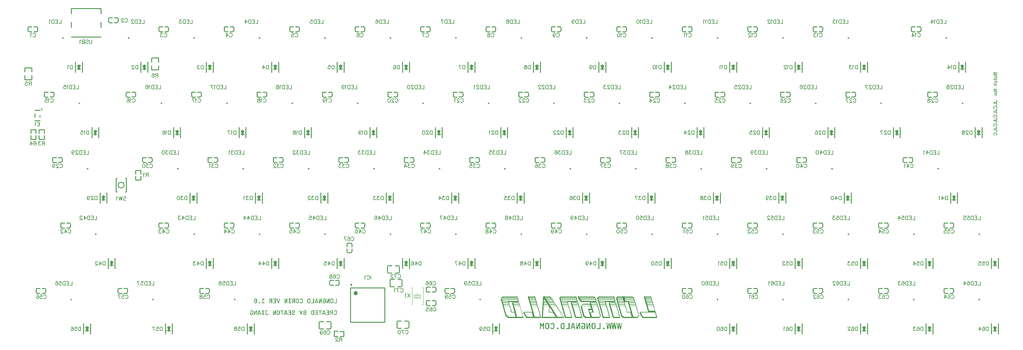
<source format=gbo>
G04 Layer: BottomSilkLayer*
G04 EasyEDA v6.4.7, 2020-11-18T11:17:11+08:00*
G04 fbb30233ba194d4b9104cbe7c287d4b3,98eef565fa774a6b8f51c3c50c7f61d6,10*
G04 Gerber Generator version 0.2*
G04 Scale: 100 percent, Rotated: No, Reflected: No *
G04 Dimensions in millimeters *
G04 leading zeros omitted , absolute positions ,3 integer and 3 decimal *
%FSLAX33Y33*%
%MOMM*%
G90*
D02*

%ADD10C,0.254000*%
%ADD31C,0.101600*%
%ADD32C,0.100000*%
%ADD33C,0.599999*%
%ADD34C,0.299999*%
%ADD35C,0.203200*%
%ADD36C,0.152400*%

%LPD*%
G54D10*
G01X30023Y43881D02*
G01X30023Y47881D01*
G01X27123Y43881D02*
G01X27123Y47881D01*
G01X30023Y43881D02*
G01X29805Y43881D01*
G01X27342Y43881D02*
G01X27123Y43881D01*
G01X30023Y47881D02*
G01X29805Y47881D01*
G01X27342Y47881D02*
G01X27123Y47881D01*
G01X89673Y4301D02*
G01X89673Y5901D01*
G01X86173Y4301D02*
G01X86173Y5901D01*
G01X88423Y6141D02*
G01X89473Y6141D01*
G01X88423Y4061D02*
G01X89473Y4061D01*
G01X87423Y6141D02*
G01X86373Y6141D01*
G01X87423Y4061D02*
G01X86373Y4061D01*
G01X86173Y4282D02*
G01X86173Y4301D01*
G01X86173Y4262D02*
G01X86173Y4301D01*
G01X86173Y5941D02*
G01X86173Y5901D01*
G01X89673Y4262D02*
G01X89673Y4301D01*
G01X89673Y5941D02*
G01X89673Y5901D01*
G01X108843Y6071D02*
G01X108843Y4471D01*
G01X112343Y6071D02*
G01X112343Y4471D01*
G01X110093Y4231D02*
G01X109043Y4231D01*
G01X110093Y6311D02*
G01X109043Y6311D01*
G01X111093Y4231D02*
G01X112143Y4231D01*
G01X111093Y6311D02*
G01X112143Y6311D01*
G01X112343Y6091D02*
G01X112343Y6071D01*
G01X112343Y6111D02*
G01X112343Y6071D01*
G01X112343Y4431D02*
G01X112343Y4471D01*
G01X108843Y6111D02*
G01X108843Y6071D01*
G01X108843Y4432D02*
G01X108843Y4471D01*
G01X106853Y18181D02*
G01X106853Y16581D01*
G01X110353Y18181D02*
G01X110353Y16581D01*
G01X108103Y16341D02*
G01X107053Y16341D01*
G01X108103Y18421D02*
G01X107053Y18421D01*
G01X109103Y16341D02*
G01X110153Y16341D01*
G01X109103Y18421D02*
G01X110153Y18421D01*
G01X110353Y18201D02*
G01X110353Y18181D01*
G01X110353Y18221D02*
G01X110353Y18181D01*
G01X110353Y16541D02*
G01X110353Y16581D01*
G01X106853Y18221D02*
G01X106853Y18181D01*
G01X106853Y16542D02*
G01X106853Y16581D01*
G01X106103Y22141D02*
G01X106103Y20541D01*
G01X109603Y22141D02*
G01X109603Y20541D01*
G01X107353Y20301D02*
G01X106303Y20301D01*
G01X107353Y22381D02*
G01X106303Y22381D01*
G01X108353Y20301D02*
G01X109403Y20301D01*
G01X108353Y22381D02*
G01X109403Y22381D01*
G01X109603Y22161D02*
G01X109603Y22141D01*
G01X109603Y22181D02*
G01X109603Y22141D01*
G01X109603Y20501D02*
G01X109603Y20541D01*
G01X106103Y22181D02*
G01X106103Y22141D01*
G01X106103Y20501D02*
G01X106103Y20541D01*
G01X2573Y77861D02*
G01X2573Y76611D01*
G01X534Y77861D02*
G01X534Y76611D01*
G01X2573Y78861D02*
G01X2573Y80111D01*
G01X534Y78861D02*
G01X534Y80111D01*
G01X2573Y76611D02*
G01X534Y76611D01*
G01X2573Y80111D02*
G01X534Y80111D01*
G01X39463Y80701D02*
G01X39463Y79451D01*
G01X37423Y80701D02*
G01X37423Y79451D01*
G01X39463Y81701D02*
G01X39463Y82951D01*
G01X37423Y81701D02*
G01X37423Y82951D01*
G01X39463Y79451D02*
G01X37423Y79451D01*
G01X39463Y82951D02*
G01X37423Y82951D01*
G01X32783Y48521D02*
G01X32783Y47420D01*
G01X34283Y48521D02*
G01X34283Y47420D01*
G01X32789Y49122D02*
G01X32789Y50222D01*
G01X34289Y49122D02*
G01X34289Y50222D01*
G01X34283Y50222D02*
G01X32783Y50222D01*
G01X34283Y47421D02*
G01X32783Y47421D01*
G01X91723Y3322D02*
G01X90622Y3322D01*
G01X91723Y1821D02*
G01X90622Y1821D01*
G01X92324Y3316D02*
G01X93424Y3316D01*
G01X92324Y1816D02*
G01X93424Y1816D01*
G01X93424Y1821D02*
G01X93424Y3322D01*
G01X90623Y1821D02*
G01X90623Y3322D01*
G01X16274Y79733D02*
G01X16680Y80749D01*
G01X16680Y80749D02*
G01X15867Y80749D01*
G01X15867Y80749D02*
G01X16274Y79733D01*
G01X17274Y78741D02*
G01X17274Y81741D01*
G01X15274Y78741D02*
G01X15274Y81741D01*
G01X16782Y79733D02*
G01X15766Y79733D01*
G01X16274Y79479D02*
G01X16274Y81003D01*
G01X35313Y79733D02*
G01X35720Y80749D01*
G01X35720Y80749D02*
G01X34907Y80749D01*
G01X34907Y80749D02*
G01X35313Y79733D01*
G01X36313Y78741D02*
G01X36313Y81741D01*
G01X34313Y78741D02*
G01X34313Y81741D01*
G01X35821Y79733D02*
G01X34805Y79733D01*
G01X35313Y79479D02*
G01X35313Y81003D01*
G01X54373Y79733D02*
G01X54780Y80749D01*
G01X54780Y80749D02*
G01X53967Y80749D01*
G01X53967Y80749D02*
G01X54373Y79733D01*
G01X55373Y78741D02*
G01X55373Y81741D01*
G01X53373Y78741D02*
G01X53373Y81741D01*
G01X54881Y79733D02*
G01X53865Y79733D01*
G01X54373Y79479D02*
G01X54373Y81003D01*
G01X73413Y79733D02*
G01X73820Y80749D01*
G01X73820Y80749D02*
G01X73007Y80749D01*
G01X73007Y80749D02*
G01X73413Y79733D01*
G01X74413Y78741D02*
G01X74413Y81741D01*
G01X72413Y78741D02*
G01X72413Y81741D01*
G01X73921Y79733D02*
G01X72905Y79733D01*
G01X73413Y79479D02*
G01X73413Y81003D01*
G01X92463Y79733D02*
G01X92870Y80749D01*
G01X92870Y80749D02*
G01X92057Y80749D01*
G01X92057Y80749D02*
G01X92463Y79733D01*
G01X93463Y78741D02*
G01X93463Y81741D01*
G01X91463Y78741D02*
G01X91463Y81741D01*
G01X92971Y79733D02*
G01X91955Y79733D01*
G01X92463Y79479D02*
G01X92463Y81003D01*
G01X111513Y79733D02*
G01X111920Y80749D01*
G01X111920Y80749D02*
G01X111107Y80749D01*
G01X111107Y80749D02*
G01X111513Y79733D01*
G01X112513Y78741D02*
G01X112513Y81741D01*
G01X110513Y78741D02*
G01X110513Y81741D01*
G01X112021Y79733D02*
G01X111005Y79733D01*
G01X111513Y79479D02*
G01X111513Y81003D01*
G01X130573Y79733D02*
G01X130980Y80749D01*
G01X130980Y80749D02*
G01X130167Y80749D01*
G01X130167Y80749D02*
G01X130573Y79733D01*
G01X131573Y78741D02*
G01X131573Y81741D01*
G01X129573Y78741D02*
G01X129573Y81741D01*
G01X131081Y79733D02*
G01X130065Y79733D01*
G01X130573Y79479D02*
G01X130573Y81003D01*
G01X149623Y79733D02*
G01X150030Y80749D01*
G01X150030Y80749D02*
G01X149217Y80749D01*
G01X149217Y80749D02*
G01X149623Y79733D01*
G01X150623Y78741D02*
G01X150623Y81741D01*
G01X148623Y78741D02*
G01X148623Y81741D01*
G01X150131Y79733D02*
G01X149115Y79733D01*
G01X149623Y79479D02*
G01X149623Y81003D01*
G01X168663Y79733D02*
G01X169070Y80749D01*
G01X169070Y80749D02*
G01X168257Y80749D01*
G01X168257Y80749D02*
G01X168663Y79733D01*
G01X169663Y78741D02*
G01X169663Y81741D01*
G01X167663Y78741D02*
G01X167663Y81741D01*
G01X169171Y79733D02*
G01X168155Y79733D01*
G01X168663Y79479D02*
G01X168663Y81003D01*
G01X187713Y79733D02*
G01X188120Y80749D01*
G01X188120Y80749D02*
G01X187307Y80749D01*
G01X187307Y80749D02*
G01X187713Y79733D01*
G01X188713Y78741D02*
G01X188713Y81741D01*
G01X186713Y78741D02*
G01X186713Y81741D01*
G01X188221Y79733D02*
G01X187205Y79733D01*
G01X187713Y79479D02*
G01X187713Y81003D01*
G01X206773Y79733D02*
G01X207180Y80749D01*
G01X207180Y80749D02*
G01X206367Y80749D01*
G01X206367Y80749D02*
G01X206773Y79733D01*
G01X207773Y78741D02*
G01X207773Y81741D01*
G01X205773Y78741D02*
G01X205773Y81741D01*
G01X207281Y79733D02*
G01X206265Y79733D01*
G01X206773Y79479D02*
G01X206773Y81003D01*
G01X225823Y79733D02*
G01X226229Y80749D01*
G01X226229Y80749D02*
G01X225417Y80749D01*
G01X225417Y80749D02*
G01X225823Y79733D01*
G01X226823Y78741D02*
G01X226823Y81741D01*
G01X224823Y78741D02*
G01X224823Y81741D01*
G01X226331Y79733D02*
G01X225315Y79733D01*
G01X225823Y79479D02*
G01X225823Y81003D01*
G01X244873Y79733D02*
G01X245279Y80749D01*
G01X245279Y80749D02*
G01X244467Y80749D01*
G01X244467Y80749D02*
G01X244873Y79733D01*
G01X245873Y78741D02*
G01X245873Y81741D01*
G01X243873Y78741D02*
G01X243873Y81741D01*
G01X245381Y79733D02*
G01X244365Y79733D01*
G01X244873Y79479D02*
G01X244873Y81003D01*
G01X273443Y79733D02*
G01X273849Y80749D01*
G01X273849Y80749D02*
G01X273037Y80749D01*
G01X273037Y80749D02*
G01X273443Y79733D01*
G01X274443Y78741D02*
G01X274443Y81741D01*
G01X272443Y78741D02*
G01X272443Y81741D01*
G01X273951Y79733D02*
G01X272935Y79733D01*
G01X273443Y79479D02*
G01X273443Y81003D01*
G01X21033Y60683D02*
G01X21440Y61699D01*
G01X21440Y61699D02*
G01X20627Y61699D01*
G01X20627Y61699D02*
G01X21033Y60683D01*
G01X22033Y59691D02*
G01X22033Y62691D01*
G01X20033Y59691D02*
G01X20033Y62691D01*
G01X21541Y60683D02*
G01X20525Y60683D01*
G01X21033Y60429D02*
G01X21033Y61953D01*
G01X44843Y60683D02*
G01X45250Y61699D01*
G01X45250Y61699D02*
G01X44437Y61699D01*
G01X44437Y61699D02*
G01X44843Y60683D01*
G01X45843Y59691D02*
G01X45843Y62691D01*
G01X43843Y59691D02*
G01X43843Y62691D01*
G01X45351Y60683D02*
G01X44335Y60683D01*
G01X44843Y60429D02*
G01X44843Y61953D01*
G01X63893Y60683D02*
G01X64300Y61699D01*
G01X64300Y61699D02*
G01X63487Y61699D01*
G01X63487Y61699D02*
G01X63893Y60683D01*
G01X64893Y59691D02*
G01X64893Y62691D01*
G01X62893Y59691D02*
G01X62893Y62691D01*
G01X64401Y60683D02*
G01X63385Y60683D01*
G01X63893Y60429D02*
G01X63893Y61953D01*
G01X82943Y60683D02*
G01X83350Y61699D01*
G01X83350Y61699D02*
G01X82537Y61699D01*
G01X82537Y61699D02*
G01X82943Y60683D01*
G01X83943Y59691D02*
G01X83943Y62691D01*
G01X81943Y59691D02*
G01X81943Y62691D01*
G01X83451Y60683D02*
G01X82435Y60683D01*
G01X82943Y60429D02*
G01X82943Y61953D01*
G01X101993Y60683D02*
G01X102400Y61699D01*
G01X102400Y61699D02*
G01X101587Y61699D01*
G01X101587Y61699D02*
G01X101993Y60683D01*
G01X102993Y59691D02*
G01X102993Y62691D01*
G01X100993Y59691D02*
G01X100993Y62691D01*
G01X102501Y60683D02*
G01X101485Y60683D01*
G01X101993Y60429D02*
G01X101993Y61953D01*
G01X121043Y60683D02*
G01X121450Y61699D01*
G01X121450Y61699D02*
G01X120637Y61699D01*
G01X120637Y61699D02*
G01X121043Y60683D01*
G01X122043Y59691D02*
G01X122043Y62691D01*
G01X120043Y59691D02*
G01X120043Y62691D01*
G01X121551Y60683D02*
G01X120535Y60683D01*
G01X121043Y60429D02*
G01X121043Y61953D01*
G01X140093Y60683D02*
G01X140500Y61699D01*
G01X140500Y61699D02*
G01X139687Y61699D01*
G01X139687Y61699D02*
G01X140093Y60683D01*
G01X141093Y59691D02*
G01X141093Y62691D01*
G01X139093Y59691D02*
G01X139093Y62691D01*
G01X140601Y60683D02*
G01X139585Y60683D01*
G01X140093Y60429D02*
G01X140093Y61953D01*
G01X159143Y60683D02*
G01X159550Y61699D01*
G01X159550Y61699D02*
G01X158737Y61699D01*
G01X158737Y61699D02*
G01X159143Y60683D01*
G01X160143Y59691D02*
G01X160143Y62691D01*
G01X158143Y59691D02*
G01X158143Y62691D01*
G01X159651Y60683D02*
G01X158635Y60683D01*
G01X159143Y60429D02*
G01X159143Y61953D01*
G01X178193Y60683D02*
G01X178600Y61699D01*
G01X178600Y61699D02*
G01X177787Y61699D01*
G01X177787Y61699D02*
G01X178193Y60683D01*
G01X179193Y59691D02*
G01X179193Y62691D01*
G01X177193Y59691D02*
G01X177193Y62691D01*
G01X178701Y60683D02*
G01X177685Y60683D01*
G01X178193Y60429D02*
G01X178193Y61953D01*
G01X197243Y60683D02*
G01X197650Y61699D01*
G01X197650Y61699D02*
G01X196837Y61699D01*
G01X196837Y61699D02*
G01X197243Y60683D01*
G01X198243Y59691D02*
G01X198243Y62691D01*
G01X196243Y59691D02*
G01X196243Y62691D01*
G01X197751Y60683D02*
G01X196735Y60683D01*
G01X197243Y60429D02*
G01X197243Y61953D01*
G01X216293Y60683D02*
G01X216699Y61699D01*
G01X216699Y61699D02*
G01X215887Y61699D01*
G01X215887Y61699D02*
G01X216293Y60683D01*
G01X217293Y59691D02*
G01X217293Y62691D01*
G01X215293Y59691D02*
G01X215293Y62691D01*
G01X216801Y60683D02*
G01X215785Y60683D01*
G01X216293Y60429D02*
G01X216293Y61953D01*
G01X235343Y60683D02*
G01X235749Y61699D01*
G01X235749Y61699D02*
G01X234937Y61699D01*
G01X234937Y61699D02*
G01X235343Y60683D01*
G01X236343Y59691D02*
G01X236343Y62691D01*
G01X234343Y59691D02*
G01X234343Y62691D01*
G01X235851Y60683D02*
G01X234835Y60683D01*
G01X235343Y60429D02*
G01X235343Y61953D01*
G01X254393Y60683D02*
G01X254799Y61699D01*
G01X254799Y61699D02*
G01X253987Y61699D01*
G01X253987Y61699D02*
G01X254393Y60683D01*
G01X255393Y59691D02*
G01X255393Y62691D01*
G01X253393Y59691D02*
G01X253393Y62691D01*
G01X254901Y60683D02*
G01X253885Y60683D01*
G01X254393Y60429D02*
G01X254393Y61953D01*
G01X278203Y60683D02*
G01X278609Y61699D01*
G01X278609Y61699D02*
G01X277797Y61699D01*
G01X277797Y61699D02*
G01X278203Y60683D01*
G01X279203Y59691D02*
G01X279203Y62691D01*
G01X277203Y59691D02*
G01X277203Y62691D01*
G01X278711Y60683D02*
G01X277695Y60683D01*
G01X278203Y60429D02*
G01X278203Y61953D01*
G01X23413Y41633D02*
G01X23820Y42649D01*
G01X23820Y42649D02*
G01X23007Y42649D01*
G01X23007Y42649D02*
G01X23413Y41633D01*
G01X24413Y40641D02*
G01X24413Y43641D01*
G01X22414Y40641D02*
G01X22414Y43641D01*
G01X23921Y41633D02*
G01X22905Y41633D01*
G01X23413Y41379D02*
G01X23413Y42903D01*
G01X49603Y41633D02*
G01X50010Y42649D01*
G01X50010Y42649D02*
G01X49197Y42649D01*
G01X49197Y42649D02*
G01X49603Y41633D01*
G01X50603Y40641D02*
G01X50603Y43641D01*
G01X48603Y40641D02*
G01X48603Y43641D01*
G01X50111Y41633D02*
G01X49095Y41633D01*
G01X49603Y41379D02*
G01X49603Y42903D01*
G01X68643Y41633D02*
G01X69050Y42649D01*
G01X69050Y42649D02*
G01X68237Y42649D01*
G01X68237Y42649D02*
G01X68643Y41633D01*
G01X69643Y40641D02*
G01X69643Y43641D01*
G01X67643Y40641D02*
G01X67643Y43641D01*
G01X69151Y41633D02*
G01X68135Y41633D01*
G01X68643Y41379D02*
G01X68643Y42903D01*
G01X87703Y41633D02*
G01X88110Y42649D01*
G01X88110Y42649D02*
G01X87297Y42649D01*
G01X87297Y42649D02*
G01X87703Y41633D01*
G01X88703Y40641D02*
G01X88703Y43641D01*
G01X86703Y40641D02*
G01X86703Y43641D01*
G01X88211Y41633D02*
G01X87195Y41633D01*
G01X87703Y41379D02*
G01X87703Y42903D01*
G01X106753Y41633D02*
G01X107160Y42649D01*
G01X107160Y42649D02*
G01X106347Y42649D01*
G01X106347Y42649D02*
G01X106753Y41633D01*
G01X107753Y40641D02*
G01X107753Y43641D01*
G01X105753Y40641D02*
G01X105753Y43641D01*
G01X107261Y41633D02*
G01X106245Y41633D01*
G01X106753Y41379D02*
G01X106753Y42903D01*
G01X125803Y41633D02*
G01X126210Y42649D01*
G01X126210Y42649D02*
G01X125397Y42649D01*
G01X125397Y42649D02*
G01X125803Y41633D01*
G01X126803Y40641D02*
G01X126803Y43641D01*
G01X124803Y40641D02*
G01X124803Y43641D01*
G01X126311Y41633D02*
G01X125295Y41633D01*
G01X125803Y41379D02*
G01X125803Y42903D01*
G01X144853Y41633D02*
G01X145260Y42649D01*
G01X145260Y42649D02*
G01X144447Y42649D01*
G01X144447Y42649D02*
G01X144853Y41633D01*
G01X145853Y40641D02*
G01X145853Y43641D01*
G01X143853Y40641D02*
G01X143853Y43641D01*
G01X145361Y41633D02*
G01X144345Y41633D01*
G01X144853Y41379D02*
G01X144853Y42903D01*
G01X163903Y41633D02*
G01X164310Y42649D01*
G01X164310Y42649D02*
G01X163497Y42649D01*
G01X163497Y42649D02*
G01X163903Y41633D01*
G01X164903Y40641D02*
G01X164903Y43641D01*
G01X162903Y40641D02*
G01X162903Y43641D01*
G01X164411Y41633D02*
G01X163395Y41633D01*
G01X163903Y41379D02*
G01X163903Y42903D01*
G01X182953Y41633D02*
G01X183360Y42649D01*
G01X183360Y42649D02*
G01X182547Y42649D01*
G01X182547Y42649D02*
G01X182953Y41633D01*
G01X183953Y40641D02*
G01X183953Y43641D01*
G01X181953Y40641D02*
G01X181953Y43641D01*
G01X183461Y41633D02*
G01X182445Y41633D01*
G01X182953Y41379D02*
G01X182953Y42903D01*
G01X202003Y41633D02*
G01X202410Y42649D01*
G01X202410Y42649D02*
G01X201597Y42649D01*
G01X201597Y42649D02*
G01X202003Y41633D01*
G01X203003Y40641D02*
G01X203003Y43641D01*
G01X201003Y40641D02*
G01X201003Y43641D01*
G01X202511Y41633D02*
G01X201495Y41633D01*
G01X202003Y41379D02*
G01X202003Y42903D01*
G01X221053Y41633D02*
G01X221459Y42649D01*
G01X221459Y42649D02*
G01X220647Y42649D01*
G01X220647Y42649D02*
G01X221053Y41633D01*
G01X222053Y40641D02*
G01X222053Y43641D01*
G01X220053Y40641D02*
G01X220053Y43641D01*
G01X221561Y41633D02*
G01X220545Y41633D01*
G01X221053Y41379D02*
G01X221053Y42903D01*
G01X240103Y41633D02*
G01X240509Y42649D01*
G01X240509Y42649D02*
G01X239697Y42649D01*
G01X239697Y42649D02*
G01X240103Y41633D01*
G01X241103Y40641D02*
G01X241103Y43641D01*
G01X239103Y40641D02*
G01X239103Y43641D01*
G01X240611Y41633D02*
G01X239595Y41633D01*
G01X240103Y41379D02*
G01X240103Y42903D01*
G01X271063Y41633D02*
G01X271469Y42649D01*
G01X271469Y42649D02*
G01X270657Y42649D01*
G01X270657Y42649D02*
G01X271063Y41633D01*
G01X272063Y40641D02*
G01X272063Y43641D01*
G01X270063Y40641D02*
G01X270063Y43641D01*
G01X271571Y41633D02*
G01X270555Y41633D01*
G01X271063Y41379D02*
G01X271063Y42903D01*
G01X25783Y22583D02*
G01X26190Y23599D01*
G01X26190Y23599D02*
G01X25377Y23599D01*
G01X25377Y23599D02*
G01X25783Y22583D01*
G01X26783Y21591D02*
G01X26783Y24591D01*
G01X24783Y21591D02*
G01X24783Y24591D01*
G01X26291Y22583D02*
G01X25275Y22583D01*
G01X25783Y22329D02*
G01X25783Y23853D01*
G01X54353Y22583D02*
G01X54760Y23599D01*
G01X54760Y23599D02*
G01X53947Y23599D01*
G01X53947Y23599D02*
G01X54353Y22583D01*
G01X55353Y21591D02*
G01X55353Y24591D01*
G01X53353Y21591D02*
G01X53353Y24591D01*
G01X54861Y22583D02*
G01X53845Y22583D01*
G01X54353Y22329D02*
G01X54353Y23853D01*
G01X73403Y22583D02*
G01X73810Y23599D01*
G01X73810Y23599D02*
G01X72997Y23599D01*
G01X72997Y23599D02*
G01X73403Y22583D01*
G01X74403Y21591D02*
G01X74403Y24591D01*
G01X72403Y21591D02*
G01X72403Y24591D01*
G01X73911Y22583D02*
G01X72895Y22583D01*
G01X73403Y22329D02*
G01X73403Y23853D01*
G01X92463Y22583D02*
G01X92870Y23599D01*
G01X92870Y23599D02*
G01X92057Y23599D01*
G01X92057Y23599D02*
G01X92463Y22583D01*
G01X93463Y21591D02*
G01X93463Y24591D01*
G01X91463Y21591D02*
G01X91463Y24591D01*
G01X92971Y22583D02*
G01X91955Y22583D01*
G01X92463Y22329D02*
G01X92463Y23853D01*
G01X111513Y22583D02*
G01X111920Y23599D01*
G01X111920Y23599D02*
G01X111107Y23599D01*
G01X111107Y23599D02*
G01X111513Y22583D01*
G01X112513Y21591D02*
G01X112513Y24591D01*
G01X110513Y21591D02*
G01X110513Y24591D01*
G01X112021Y22583D02*
G01X111005Y22583D01*
G01X111513Y22329D02*
G01X111513Y23853D01*
G01X130573Y22583D02*
G01X130980Y23599D01*
G01X130980Y23599D02*
G01X130167Y23599D01*
G01X130167Y23599D02*
G01X130573Y22583D01*
G01X131573Y21591D02*
G01X131573Y24591D01*
G01X129573Y21591D02*
G01X129573Y24591D01*
G01X131081Y22583D02*
G01X130065Y22583D01*
G01X130573Y22329D02*
G01X130573Y23853D01*
G01X149613Y22583D02*
G01X150020Y23599D01*
G01X150020Y23599D02*
G01X149207Y23599D01*
G01X149207Y23599D02*
G01X149613Y22583D01*
G01X150613Y21591D02*
G01X150613Y24591D01*
G01X148613Y21591D02*
G01X148613Y24591D01*
G01X150121Y22583D02*
G01X149105Y22583D01*
G01X149613Y22329D02*
G01X149613Y23853D01*
G01X168663Y22583D02*
G01X169070Y23599D01*
G01X169070Y23599D02*
G01X168257Y23599D01*
G01X168257Y23599D02*
G01X168663Y22583D01*
G01X169663Y21591D02*
G01X169663Y24591D01*
G01X167663Y21591D02*
G01X167663Y24591D01*
G01X169171Y22583D02*
G01X168155Y22583D01*
G01X168663Y22329D02*
G01X168663Y23853D01*
G01X187723Y22583D02*
G01X188130Y23599D01*
G01X188130Y23599D02*
G01X187317Y23599D01*
G01X187317Y23599D02*
G01X187723Y22583D01*
G01X188723Y21591D02*
G01X188723Y24591D01*
G01X186723Y21591D02*
G01X186723Y24591D01*
G01X188231Y22583D02*
G01X187215Y22583D01*
G01X187723Y22329D02*
G01X187723Y23853D01*
G01X206763Y22583D02*
G01X207169Y23599D01*
G01X207169Y23599D02*
G01X206357Y23599D01*
G01X206357Y23599D02*
G01X206763Y22583D01*
G01X207763Y21591D02*
G01X207763Y24591D01*
G01X205763Y21591D02*
G01X205763Y24591D01*
G01X207271Y22583D02*
G01X206255Y22583D01*
G01X206763Y22329D02*
G01X206763Y23853D01*
G01X225823Y22583D02*
G01X226229Y23599D01*
G01X226229Y23599D02*
G01X225417Y23599D01*
G01X225417Y23599D02*
G01X225823Y22583D01*
G01X226823Y21591D02*
G01X226823Y24591D01*
G01X224823Y21591D02*
G01X224823Y24591D01*
G01X226331Y22583D02*
G01X225315Y22583D01*
G01X225823Y22329D02*
G01X225823Y23853D01*
G01X244863Y22583D02*
G01X245269Y23599D01*
G01X245269Y23599D02*
G01X244457Y23599D01*
G01X244457Y23599D02*
G01X244863Y22583D01*
G01X245863Y21591D02*
G01X245863Y24591D01*
G01X243863Y21591D02*
G01X243863Y24591D01*
G01X245371Y22583D02*
G01X244355Y22583D01*
G01X244863Y22329D02*
G01X244863Y23853D01*
G01X263913Y22583D02*
G01X264319Y23599D01*
G01X264319Y23599D02*
G01X263507Y23599D01*
G01X263507Y23599D02*
G01X263913Y22583D01*
G01X264913Y21591D02*
G01X264913Y24591D01*
G01X262913Y21591D02*
G01X262913Y24591D01*
G01X264421Y22583D02*
G01X263405Y22583D01*
G01X263913Y22329D02*
G01X263913Y23853D01*
G01X282963Y22583D02*
G01X283369Y23599D01*
G01X283369Y23599D02*
G01X282557Y23599D01*
G01X282557Y23599D02*
G01X282963Y22583D01*
G01X283963Y21591D02*
G01X283963Y24591D01*
G01X281963Y21591D02*
G01X281963Y24591D01*
G01X283471Y22583D02*
G01X282455Y22583D01*
G01X282963Y22329D02*
G01X282963Y23853D01*
G01X18653Y3533D02*
G01X19060Y4549D01*
G01X19060Y4549D02*
G01X18247Y4549D01*
G01X18247Y4549D02*
G01X18653Y3533D01*
G01X19653Y2541D02*
G01X19653Y5541D01*
G01X17653Y2541D02*
G01X17653Y5541D01*
G01X19161Y3533D02*
G01X18145Y3533D01*
G01X18653Y3279D02*
G01X18653Y4803D01*
G01X42453Y3533D02*
G01X42860Y4549D01*
G01X42860Y4549D02*
G01X42047Y4549D01*
G01X42047Y4549D02*
G01X42453Y3533D01*
G01X43453Y2541D02*
G01X43453Y5541D01*
G01X41453Y2541D02*
G01X41453Y5541D01*
G01X42961Y3533D02*
G01X41945Y3533D01*
G01X42453Y3279D02*
G01X42453Y4803D01*
G01X66273Y3533D02*
G01X66680Y4549D01*
G01X66680Y4549D02*
G01X65867Y4549D01*
G01X65867Y4549D02*
G01X66273Y3533D01*
G01X67273Y2541D02*
G01X67273Y5541D01*
G01X65273Y2541D02*
G01X65273Y5541D01*
G01X66781Y3533D02*
G01X65765Y3533D01*
G01X66273Y3279D02*
G01X66273Y4803D01*
G01X137713Y3533D02*
G01X138120Y4549D01*
G01X138120Y4549D02*
G01X137307Y4549D01*
G01X137307Y4549D02*
G01X137713Y3533D01*
G01X138713Y2541D02*
G01X138713Y5541D01*
G01X136713Y2541D02*
G01X136713Y5541D01*
G01X138221Y3533D02*
G01X137205Y3533D01*
G01X137713Y3279D02*
G01X137713Y4803D01*
G01X206763Y3533D02*
G01X207170Y4549D01*
G01X207170Y4549D02*
G01X206357Y4549D01*
G01X206357Y4549D02*
G01X206763Y3533D01*
G01X207763Y2541D02*
G01X207763Y5541D01*
G01X205763Y2541D02*
G01X205763Y5541D01*
G01X207271Y3533D02*
G01X206255Y3533D01*
G01X206763Y3279D02*
G01X206763Y4803D01*
G01X225823Y3533D02*
G01X226229Y4549D01*
G01X226229Y4549D02*
G01X225417Y4549D01*
G01X225417Y4549D02*
G01X225823Y3533D01*
G01X226823Y2541D02*
G01X226823Y5541D01*
G01X224823Y2541D02*
G01X224823Y5541D01*
G01X226331Y3533D02*
G01X225315Y3533D01*
G01X225823Y3279D02*
G01X225823Y4803D01*
G01X244863Y3533D02*
G01X245269Y4549D01*
G01X245269Y4549D02*
G01X244457Y4549D01*
G01X244457Y4549D02*
G01X244863Y3533D01*
G01X245863Y2541D02*
G01X245863Y5541D01*
G01X243863Y2541D02*
G01X243863Y5541D01*
G01X245371Y3533D02*
G01X244355Y3533D01*
G01X244863Y3279D02*
G01X244863Y4803D01*
G01X263913Y3533D02*
G01X264319Y4549D01*
G01X264319Y4549D02*
G01X263507Y4549D01*
G01X263507Y4549D02*
G01X263913Y3533D01*
G01X264913Y2541D02*
G01X264913Y5541D01*
G01X262913Y2541D02*
G01X262913Y5541D01*
G01X264421Y3533D02*
G01X263405Y3533D01*
G01X263913Y3279D02*
G01X263913Y4803D01*
G01X282963Y3533D02*
G01X283369Y4549D01*
G01X283369Y4549D02*
G01X282557Y4549D01*
G01X282557Y4549D02*
G01X282963Y3533D01*
G01X283963Y2541D02*
G01X283963Y5541D01*
G01X281963Y2541D02*
G01X281963Y5541D01*
G01X283471Y3533D02*
G01X282455Y3533D01*
G01X282963Y3279D02*
G01X282963Y4803D01*
G54D31*
G01X116158Y16054D02*
G01X116473Y16054D01*
G01X113254Y16054D02*
G01X113448Y16054D01*
G01X116159Y11052D02*
G01X116473Y11052D01*
G01X113254Y11052D02*
G01X113449Y11052D01*
G01X113254Y11052D02*
G01X113254Y16054D01*
G01X116473Y16055D02*
G01X116473Y11056D01*
G54D32*
G01X114694Y12888D02*
G01X114694Y12588D01*
G01X113694Y12988D02*
G01X115794Y12988D01*
G01X113794Y13688D02*
G01X115694Y13688D01*
G01X115694Y13288D01*
G01X113794Y13288D01*
G01X113794Y13688D01*
G01X113694Y13988D02*
G01X115794Y13988D01*
G01X114694Y14488D02*
G01X114694Y14088D01*
G54D10*
G01X4654Y60311D02*
G01X4654Y59210D01*
G01X6154Y60311D02*
G01X6154Y59210D01*
G01X4659Y60912D02*
G01X4659Y62012D01*
G01X6159Y60912D02*
G01X6159Y62012D01*
G01X6154Y62012D02*
G01X4654Y62012D01*
G01X6154Y59211D02*
G01X4654Y59211D01*
G01X2254Y60311D02*
G01X2254Y59210D01*
G01X3754Y60311D02*
G01X3754Y59210D01*
G01X2259Y60912D02*
G01X2259Y62012D01*
G01X3759Y60912D02*
G01X3759Y62012D01*
G01X3754Y62012D02*
G01X2254Y62012D01*
G01X3754Y59211D02*
G01X2254Y59211D01*
G01X2565Y92009D02*
G01X1765Y92009D01*
G01X1455Y90899D02*
G01X1455Y91699D01*
G01X2565Y90590D02*
G01X1765Y90590D01*
G01X3141Y92015D02*
G01X3941Y92015D01*
G01X3141Y90596D02*
G01X3941Y90596D01*
G01X4251Y90905D02*
G01X4251Y91705D01*
G01X26572Y93233D02*
G01X27372Y93233D01*
G01X27682Y94343D02*
G01X27682Y93543D01*
G01X26572Y94653D02*
G01X27372Y94653D01*
G01X25996Y93227D02*
G01X25196Y93227D01*
G01X25996Y94647D02*
G01X25196Y94647D01*
G01X24886Y94337D02*
G01X24886Y93537D01*
G01X40665Y92009D02*
G01X39865Y92009D01*
G01X39555Y90899D02*
G01X39555Y91699D01*
G01X40665Y90590D02*
G01X39865Y90590D01*
G01X41241Y92015D02*
G01X42041Y92015D01*
G01X41241Y90596D02*
G01X42041Y90596D01*
G01X42350Y90905D02*
G01X42350Y91705D01*
G01X59705Y92009D02*
G01X58905Y92009D01*
G01X58595Y90899D02*
G01X58595Y91699D01*
G01X59705Y90590D02*
G01X58905Y90590D01*
G01X60281Y92015D02*
G01X61081Y92015D01*
G01X60281Y90596D02*
G01X61081Y90596D01*
G01X61390Y90905D02*
G01X61390Y91705D01*
G01X78755Y92009D02*
G01X77955Y92009D01*
G01X77645Y90899D02*
G01X77645Y91699D01*
G01X78755Y90590D02*
G01X77955Y90590D01*
G01X79331Y92015D02*
G01X80131Y92015D01*
G01X79331Y90596D02*
G01X80131Y90596D01*
G01X80440Y90905D02*
G01X80440Y91705D01*
G01X97805Y92009D02*
G01X97005Y92009D01*
G01X96695Y90899D02*
G01X96695Y91699D01*
G01X97805Y90590D02*
G01X97005Y90590D01*
G01X98381Y92015D02*
G01X99181Y92015D01*
G01X98381Y90596D02*
G01X99181Y90596D01*
G01X99490Y90905D02*
G01X99490Y91705D01*
G01X116865Y92009D02*
G01X116065Y92009D01*
G01X115755Y90899D02*
G01X115755Y91699D01*
G01X116865Y90590D02*
G01X116065Y90590D01*
G01X117441Y92015D02*
G01X118240Y92015D01*
G01X117441Y90596D02*
G01X118240Y90596D01*
G01X118550Y90905D02*
G01X118550Y91705D01*
G01X135915Y92009D02*
G01X135115Y92009D01*
G01X134805Y90899D02*
G01X134805Y91699D01*
G01X135915Y90590D02*
G01X135115Y90590D01*
G01X136490Y92015D02*
G01X137290Y92015D01*
G01X136490Y90596D02*
G01X137290Y90596D01*
G01X137600Y90905D02*
G01X137600Y91705D01*
G01X154955Y92009D02*
G01X154155Y92009D01*
G01X153845Y90899D02*
G01X153845Y91699D01*
G01X154955Y90590D02*
G01X154155Y90590D01*
G01X155530Y92015D02*
G01X156330Y92015D01*
G01X155530Y90596D02*
G01X156330Y90596D01*
G01X156640Y90905D02*
G01X156640Y91705D01*
G01X174005Y92009D02*
G01X173204Y92009D01*
G01X172895Y90899D02*
G01X172895Y91699D01*
G01X174005Y90590D02*
G01X173204Y90590D01*
G01X174580Y92015D02*
G01X175380Y92015D01*
G01X174580Y90596D02*
G01X175380Y90596D01*
G01X175690Y90905D02*
G01X175690Y91705D01*
G01X193064Y92009D02*
G01X192264Y92009D01*
G01X191955Y90899D02*
G01X191955Y91699D01*
G01X193064Y90590D02*
G01X192264Y90590D01*
G01X193640Y92015D02*
G01X194440Y92015D01*
G01X193640Y90596D02*
G01X194440Y90596D01*
G01X194750Y90905D02*
G01X194750Y91705D01*
G01X212114Y92009D02*
G01X211314Y92009D01*
G01X211005Y90899D02*
G01X211005Y91699D01*
G01X212114Y90590D02*
G01X211314Y90590D01*
G01X212690Y92015D02*
G01X213490Y92015D01*
G01X212690Y90596D02*
G01X213490Y90596D01*
G01X213800Y90905D02*
G01X213800Y91705D01*
G01X231164Y92009D02*
G01X230364Y92009D01*
G01X230055Y90899D02*
G01X230055Y91699D01*
G01X231164Y90590D02*
G01X230364Y90590D01*
G01X231740Y92015D02*
G01X232540Y92015D01*
G01X231740Y90596D02*
G01X232540Y90596D01*
G01X232850Y90905D02*
G01X232850Y91705D01*
G01X259734Y92009D02*
G01X258934Y92009D01*
G01X258625Y90899D02*
G01X258625Y91699D01*
G01X259734Y90590D02*
G01X258934Y90590D01*
G01X260310Y92015D02*
G01X261110Y92015D01*
G01X260310Y90596D02*
G01X261110Y90596D01*
G01X261420Y90905D02*
G01X261420Y91705D01*
G01X7325Y72979D02*
G01X6525Y72979D01*
G01X6215Y71870D02*
G01X6215Y72670D01*
G01X7325Y71560D02*
G01X6525Y71560D01*
G01X7901Y72985D02*
G01X8701Y72985D01*
G01X7901Y71566D02*
G01X8701Y71566D01*
G01X9011Y71875D02*
G01X9011Y72675D01*
G01X31125Y72979D02*
G01X30325Y72979D01*
G01X30015Y71870D02*
G01X30015Y72670D01*
G01X31125Y71560D02*
G01X30325Y71560D01*
G01X31701Y72985D02*
G01X32501Y72985D01*
G01X31701Y71566D02*
G01X32501Y71566D01*
G01X32810Y71875D02*
G01X32810Y72675D01*
G01X50185Y72979D02*
G01X49385Y72979D01*
G01X49075Y71870D02*
G01X49075Y72670D01*
G01X50185Y71560D02*
G01X49385Y71560D01*
G01X50761Y72985D02*
G01X51561Y72985D01*
G01X50761Y71566D02*
G01X51561Y71566D01*
G01X51870Y71875D02*
G01X51870Y72675D01*
G01X69235Y72979D02*
G01X68435Y72979D01*
G01X68125Y71870D02*
G01X68125Y72670D01*
G01X69235Y71560D02*
G01X68435Y71560D01*
G01X69811Y72985D02*
G01X70611Y72985D01*
G01X69811Y71566D02*
G01X70611Y71566D01*
G01X70920Y71875D02*
G01X70920Y72675D01*
G01X88285Y72979D02*
G01X87485Y72979D01*
G01X87175Y71870D02*
G01X87175Y72670D01*
G01X88285Y71560D02*
G01X87485Y71560D01*
G01X88861Y72985D02*
G01X89661Y72985D01*
G01X88861Y71566D02*
G01X89661Y71566D01*
G01X89970Y71875D02*
G01X89970Y72675D01*
G01X107335Y72979D02*
G01X106535Y72979D01*
G01X106225Y71870D02*
G01X106225Y72670D01*
G01X107335Y71560D02*
G01X106535Y71560D01*
G01X107911Y72985D02*
G01X108710Y72985D01*
G01X107911Y71566D02*
G01X108710Y71566D01*
G01X109020Y71875D02*
G01X109020Y72675D01*
G01X126385Y72979D02*
G01X125585Y72979D01*
G01X125275Y71870D02*
G01X125275Y72670D01*
G01X126385Y71560D02*
G01X125585Y71560D01*
G01X126960Y72985D02*
G01X127760Y72985D01*
G01X126960Y71566D02*
G01X127760Y71566D01*
G01X128070Y71875D02*
G01X128070Y72675D01*
G01X145435Y72979D02*
G01X144635Y72979D01*
G01X144325Y71870D02*
G01X144325Y72670D01*
G01X145435Y71560D02*
G01X144635Y71560D01*
G01X146010Y72985D02*
G01X146810Y72985D01*
G01X146010Y71566D02*
G01X146810Y71566D01*
G01X147120Y71875D02*
G01X147120Y72675D01*
G01X164485Y72979D02*
G01X163685Y72979D01*
G01X163375Y71870D02*
G01X163375Y72670D01*
G01X164485Y71560D02*
G01X163685Y71560D01*
G01X165060Y72985D02*
G01X165860Y72985D01*
G01X165060Y71566D02*
G01X165860Y71566D01*
G01X166170Y71875D02*
G01X166170Y72675D01*
G01X183534Y72979D02*
G01X182734Y72979D01*
G01X182425Y71870D02*
G01X182425Y72670D01*
G01X183534Y71560D02*
G01X182734Y71560D01*
G01X184110Y72985D02*
G01X184910Y72985D01*
G01X184110Y71566D02*
G01X184910Y71566D01*
G01X185220Y71875D02*
G01X185220Y72675D01*
G01X202584Y72979D02*
G01X201784Y72979D01*
G01X201475Y71870D02*
G01X201475Y72670D01*
G01X202584Y71560D02*
G01X201784Y71560D01*
G01X203160Y72985D02*
G01X203960Y72985D01*
G01X203160Y71566D02*
G01X203960Y71566D01*
G01X204270Y71875D02*
G01X204270Y72675D01*
G01X221634Y72979D02*
G01X220834Y72979D01*
G01X220525Y71870D02*
G01X220525Y72670D01*
G01X221634Y71560D02*
G01X220834Y71560D01*
G01X222210Y72985D02*
G01X223010Y72985D01*
G01X222210Y71566D02*
G01X223010Y71566D01*
G01X223320Y71875D02*
G01X223320Y72675D01*
G01X240684Y72979D02*
G01X239884Y72979D01*
G01X239575Y71870D02*
G01X239575Y72670D01*
G01X240684Y71560D02*
G01X239884Y71560D01*
G01X241260Y72985D02*
G01X242060Y72985D01*
G01X241260Y71566D02*
G01X242060Y71566D01*
G01X242370Y71875D02*
G01X242370Y72675D01*
G01X264494Y72979D02*
G01X263694Y72979D01*
G01X263384Y71870D02*
G01X263384Y72670D01*
G01X264494Y71560D02*
G01X263694Y71560D01*
G01X265070Y72985D02*
G01X265870Y72985D01*
G01X265070Y71566D02*
G01X265870Y71566D01*
G01X266180Y71875D02*
G01X266180Y72675D01*
G01X9705Y53929D02*
G01X8905Y53929D01*
G01X8595Y52820D02*
G01X8595Y53620D01*
G01X9705Y52510D02*
G01X8905Y52510D01*
G01X10281Y53935D02*
G01X11081Y53935D01*
G01X10281Y52516D02*
G01X11081Y52516D01*
G01X11391Y52825D02*
G01X11391Y53625D01*
G01X35895Y53929D02*
G01X35095Y53929D01*
G01X34785Y52820D02*
G01X34785Y53620D01*
G01X35895Y52510D02*
G01X35095Y52510D01*
G01X36471Y53935D02*
G01X37271Y53935D01*
G01X36471Y52516D02*
G01X37271Y52516D01*
G01X37580Y52825D02*
G01X37580Y53625D01*
G01X54945Y53929D02*
G01X54145Y53929D01*
G01X53835Y52820D02*
G01X53835Y53620D01*
G01X54945Y52510D02*
G01X54145Y52510D01*
G01X55521Y53935D02*
G01X56321Y53935D01*
G01X55521Y52516D02*
G01X56321Y52516D01*
G01X56630Y52825D02*
G01X56630Y53625D01*
G01X73985Y53929D02*
G01X73185Y53929D01*
G01X72875Y52820D02*
G01X72875Y53620D01*
G01X73985Y52510D02*
G01X73185Y52510D01*
G01X74561Y53935D02*
G01X75361Y53935D01*
G01X74561Y52516D02*
G01X75361Y52516D01*
G01X75670Y52825D02*
G01X75670Y53625D01*
G01X93045Y53929D02*
G01X92245Y53929D01*
G01X91935Y52820D02*
G01X91935Y53620D01*
G01X93045Y52510D02*
G01X92245Y52510D01*
G01X93621Y53935D02*
G01X94420Y53935D01*
G01X93621Y52516D02*
G01X94420Y52516D01*
G01X94730Y52825D02*
G01X94730Y53625D01*
G01X112095Y53929D02*
G01X111295Y53929D01*
G01X110985Y52820D02*
G01X110985Y53620D01*
G01X112095Y52510D02*
G01X111295Y52510D01*
G01X112671Y53935D02*
G01X113470Y53935D01*
G01X112671Y52516D02*
G01X113470Y52516D01*
G01X113780Y52825D02*
G01X113780Y53625D01*
G01X131145Y53929D02*
G01X130345Y53929D01*
G01X130035Y52820D02*
G01X130035Y53620D01*
G01X131145Y52510D02*
G01X130345Y52510D01*
G01X131720Y53935D02*
G01X132520Y53935D01*
G01X131720Y52516D02*
G01X132520Y52516D01*
G01X132830Y52825D02*
G01X132830Y53625D01*
G01X150195Y53929D02*
G01X149395Y53929D01*
G01X149085Y52820D02*
G01X149085Y53620D01*
G01X150195Y52510D02*
G01X149395Y52510D01*
G01X150770Y53935D02*
G01X151570Y53935D01*
G01X150770Y52516D02*
G01X151570Y52516D01*
G01X151880Y52825D02*
G01X151880Y53625D01*
G01X169245Y53929D02*
G01X168445Y53929D01*
G01X168135Y52820D02*
G01X168135Y53620D01*
G01X169245Y52510D02*
G01X168445Y52510D01*
G01X169820Y53935D02*
G01X170620Y53935D01*
G01X169820Y52516D02*
G01X170620Y52516D01*
G01X170930Y52825D02*
G01X170930Y53625D01*
G01X188294Y53929D02*
G01X187494Y53929D01*
G01X187185Y52820D02*
G01X187185Y53620D01*
G01X188294Y52510D02*
G01X187494Y52510D01*
G01X188870Y53935D02*
G01X189670Y53935D01*
G01X188870Y52516D02*
G01X189670Y52516D01*
G01X189980Y52825D02*
G01X189980Y53625D01*
G01X207344Y53929D02*
G01X206544Y53929D01*
G01X206235Y52820D02*
G01X206235Y53620D01*
G01X207344Y52510D02*
G01X206544Y52510D01*
G01X207920Y53935D02*
G01X208720Y53935D01*
G01X207920Y52516D02*
G01X208720Y52516D01*
G01X209030Y52825D02*
G01X209030Y53625D01*
G01X226394Y53929D02*
G01X225594Y53929D01*
G01X225285Y52820D02*
G01X225285Y53620D01*
G01X226394Y52510D02*
G01X225594Y52510D01*
G01X226970Y53935D02*
G01X227770Y53935D01*
G01X226970Y52516D02*
G01X227770Y52516D01*
G01X228080Y52825D02*
G01X228080Y53625D01*
G01X257354Y53929D02*
G01X256554Y53929D01*
G01X256245Y52820D02*
G01X256245Y53620D01*
G01X257354Y52510D02*
G01X256554Y52510D01*
G01X257930Y53935D02*
G01X258730Y53935D01*
G01X257930Y52516D02*
G01X258730Y52516D01*
G01X259040Y52825D02*
G01X259040Y53625D01*
G01X12085Y34859D02*
G01X11285Y34859D01*
G01X10975Y33750D02*
G01X10975Y34550D01*
G01X12085Y33440D02*
G01X11285Y33440D01*
G01X12661Y34865D02*
G01X13461Y34865D01*
G01X12661Y33446D02*
G01X13461Y33446D01*
G01X13770Y33755D02*
G01X13770Y34555D01*
G01X40655Y34859D02*
G01X39855Y34859D01*
G01X39545Y33750D02*
G01X39545Y34550D01*
G01X40655Y33440D02*
G01X39855Y33440D01*
G01X41231Y34865D02*
G01X42031Y34865D01*
G01X41231Y33446D02*
G01X42031Y33446D01*
G01X42340Y33755D02*
G01X42340Y34555D01*
G01X59705Y34859D02*
G01X58905Y34859D01*
G01X58595Y33750D02*
G01X58595Y34550D01*
G01X59705Y33440D02*
G01X58905Y33440D01*
G01X60281Y34865D02*
G01X61081Y34865D01*
G01X60281Y33446D02*
G01X61081Y33446D01*
G01X61390Y33755D02*
G01X61390Y34555D01*
G01X78765Y34859D02*
G01X77965Y34859D01*
G01X77655Y33750D02*
G01X77655Y34550D01*
G01X78765Y33440D02*
G01X77965Y33440D01*
G01X79341Y34865D02*
G01X80141Y34865D01*
G01X79341Y33446D02*
G01X80141Y33446D01*
G01X80450Y33755D02*
G01X80450Y34555D01*
G01X97825Y34859D02*
G01X97025Y34859D01*
G01X96715Y33750D02*
G01X96715Y34550D01*
G01X97825Y33440D02*
G01X97025Y33440D01*
G01X98401Y34865D02*
G01X99201Y34865D01*
G01X98401Y33446D02*
G01X99201Y33446D01*
G01X99510Y33755D02*
G01X99510Y34555D01*
G01X116865Y34859D02*
G01X116065Y34859D01*
G01X115755Y33750D02*
G01X115755Y34550D01*
G01X116865Y33440D02*
G01X116065Y33440D01*
G01X117441Y34865D02*
G01X118240Y34865D01*
G01X117441Y33446D02*
G01X118240Y33446D01*
G01X118550Y33755D02*
G01X118550Y34555D01*
G01X135905Y34859D02*
G01X135105Y34859D01*
G01X134795Y33750D02*
G01X134795Y34550D01*
G01X135905Y33440D02*
G01X135105Y33440D01*
G01X136480Y34865D02*
G01X137280Y34865D01*
G01X136480Y33446D02*
G01X137280Y33446D01*
G01X137590Y33755D02*
G01X137590Y34555D01*
G01X154955Y34859D02*
G01X154155Y34859D01*
G01X153845Y33750D02*
G01X153845Y34550D01*
G01X154955Y33440D02*
G01X154155Y33440D01*
G01X155530Y34865D02*
G01X156330Y34865D01*
G01X155530Y33446D02*
G01X156330Y33446D01*
G01X156640Y33755D02*
G01X156640Y34555D01*
G01X174025Y34859D02*
G01X173224Y34859D01*
G01X172915Y33750D02*
G01X172915Y34550D01*
G01X174025Y33440D02*
G01X173224Y33440D01*
G01X174600Y34865D02*
G01X175400Y34865D01*
G01X174600Y33446D02*
G01X175400Y33446D01*
G01X175710Y33755D02*
G01X175710Y34555D01*
G01X193054Y34859D02*
G01X192254Y34859D01*
G01X191945Y33750D02*
G01X191945Y34550D01*
G01X193054Y33440D02*
G01X192254Y33440D01*
G01X193630Y34865D02*
G01X194430Y34865D01*
G01X193630Y33446D02*
G01X194430Y33446D01*
G01X194740Y33755D02*
G01X194740Y34555D01*
G01X212114Y34859D02*
G01X211314Y34859D01*
G01X211005Y33750D02*
G01X211005Y34550D01*
G01X212114Y33440D02*
G01X211314Y33440D01*
G01X212690Y34865D02*
G01X213490Y34865D01*
G01X212690Y33446D02*
G01X213490Y33446D01*
G01X213800Y33755D02*
G01X213800Y34555D01*
G01X231154Y34859D02*
G01X230354Y34859D01*
G01X230045Y33750D02*
G01X230045Y34550D01*
G01X231154Y33440D02*
G01X230354Y33440D01*
G01X231730Y34865D02*
G01X232530Y34865D01*
G01X231730Y33446D02*
G01X232530Y33446D01*
G01X232840Y33755D02*
G01X232840Y34555D01*
G01X250214Y34859D02*
G01X249414Y34859D01*
G01X249105Y33750D02*
G01X249105Y34550D01*
G01X250214Y33440D02*
G01X249414Y33440D01*
G01X250790Y34865D02*
G01X251590Y34865D01*
G01X250790Y33446D02*
G01X251590Y33446D01*
G01X251900Y33755D02*
G01X251900Y34555D01*
G01X269254Y34859D02*
G01X268454Y34859D01*
G01X268144Y33750D02*
G01X268144Y34550D01*
G01X269254Y33440D02*
G01X268454Y33440D01*
G01X269830Y34865D02*
G01X270630Y34865D01*
G01X269830Y33446D02*
G01X270630Y33446D01*
G01X270940Y33755D02*
G01X270940Y34555D01*
G01X4945Y15809D02*
G01X4145Y15809D01*
G01X3835Y14700D02*
G01X3835Y15500D01*
G01X4945Y14390D02*
G01X4145Y14390D01*
G01X5521Y15815D02*
G01X6321Y15815D01*
G01X5521Y14396D02*
G01X6321Y14396D01*
G01X6631Y14705D02*
G01X6631Y15505D01*
G01X28755Y15819D02*
G01X27955Y15819D01*
G01X27645Y14710D02*
G01X27645Y15510D01*
G01X28755Y14400D02*
G01X27955Y14400D01*
G01X29331Y15825D02*
G01X30131Y15825D01*
G01X29331Y14406D02*
G01X30131Y14406D01*
G01X30440Y14715D02*
G01X30440Y15515D01*
G01X52565Y15819D02*
G01X51765Y15819D01*
G01X51455Y14710D02*
G01X51455Y15510D01*
G01X52565Y14400D02*
G01X51765Y14400D01*
G01X53141Y15825D02*
G01X53941Y15825D01*
G01X53141Y14406D02*
G01X53941Y14406D01*
G01X54250Y14715D02*
G01X54250Y15515D01*
G01X124005Y15819D02*
G01X123205Y15819D01*
G01X122895Y14710D02*
G01X122895Y15510D01*
G01X124005Y14400D02*
G01X123205Y14400D01*
G01X124581Y15825D02*
G01X125380Y15825D01*
G01X124581Y14406D02*
G01X125380Y14406D01*
G01X125690Y14715D02*
G01X125690Y15515D01*
G01X193054Y15819D02*
G01X192254Y15819D01*
G01X191945Y14710D02*
G01X191945Y15510D01*
G01X193054Y14400D02*
G01X192254Y14400D01*
G01X193630Y15825D02*
G01X194430Y15825D01*
G01X193630Y14406D02*
G01X194430Y14406D01*
G01X194740Y14715D02*
G01X194740Y15515D01*
G01X212114Y15819D02*
G01X211314Y15819D01*
G01X211005Y14710D02*
G01X211005Y15510D01*
G01X212114Y14400D02*
G01X211314Y14400D01*
G01X212690Y15825D02*
G01X213490Y15825D01*
G01X212690Y14406D02*
G01X213490Y14406D01*
G01X213800Y14715D02*
G01X213800Y15515D01*
G01X231154Y15819D02*
G01X230354Y15819D01*
G01X230045Y14710D02*
G01X230045Y15510D01*
G01X231154Y14400D02*
G01X230354Y14400D01*
G01X231730Y15825D02*
G01X232530Y15825D01*
G01X231730Y14406D02*
G01X232530Y14406D01*
G01X232840Y14715D02*
G01X232840Y15515D01*
G01X250204Y15819D02*
G01X249404Y15819D01*
G01X249095Y14710D02*
G01X249095Y15510D01*
G01X250204Y14400D02*
G01X249404Y14400D01*
G01X250780Y15825D02*
G01X251580Y15825D01*
G01X250780Y14406D02*
G01X251580Y14406D01*
G01X251890Y14715D02*
G01X251890Y15515D01*
G01X269254Y15819D02*
G01X268454Y15819D01*
G01X268145Y14710D02*
G01X268145Y15510D01*
G01X269254Y14400D02*
G01X268454Y14400D01*
G01X269830Y15825D02*
G01X270630Y15825D01*
G01X269830Y14406D02*
G01X270630Y14406D01*
G01X270940Y14715D02*
G01X270940Y15515D01*
G01X4884Y67741D02*
G01X3484Y67741D01*
G01X4884Y64641D02*
G01X3484Y64641D01*
G01X3484Y67741D02*
G01X3484Y67616D01*
G01X3484Y66666D02*
G01X3484Y65716D01*
G01X3484Y64766D02*
G01X3484Y64641D01*
G01X4884Y67741D02*
G01X4884Y67666D01*
G01X4884Y66216D02*
G01X4884Y65716D01*
G01X4884Y64766D02*
G01X4884Y64641D01*
G01X118515Y12259D02*
G01X117715Y12259D01*
G01X117405Y11150D02*
G01X117405Y11950D01*
G01X118515Y10840D02*
G01X117715Y10840D01*
G01X119091Y12265D02*
G01X119890Y12265D01*
G01X119091Y10846D02*
G01X119890Y10846D01*
G01X120200Y11155D02*
G01X120200Y11956D01*
G01X118515Y16199D02*
G01X117715Y16199D01*
G01X117405Y15090D02*
G01X117405Y15890D01*
G01X118515Y14780D02*
G01X117715Y14780D01*
G01X119091Y16205D02*
G01X119890Y16205D01*
G01X119091Y14786D02*
G01X119890Y14786D01*
G01X120200Y15095D02*
G01X120200Y15896D01*
G01X95771Y27900D02*
G01X95771Y28700D01*
G01X94662Y29010D02*
G01X95462Y29010D01*
G01X94352Y27900D02*
G01X94352Y28700D01*
G01X95777Y27324D02*
G01X95777Y26524D01*
G01X94358Y27324D02*
G01X94358Y26524D01*
G01X94667Y26214D02*
G01X95467Y26214D01*
G01X90385Y18149D02*
G01X89585Y18149D01*
G01X89275Y17040D02*
G01X89275Y17840D01*
G01X90385Y16730D02*
G01X89585Y16730D01*
G01X90961Y18155D02*
G01X91761Y18155D01*
G01X90961Y16736D02*
G01X91761Y16736D01*
G01X92070Y17045D02*
G01X92070Y17845D01*
G01X95323Y5951D02*
G01X105323Y5951D01*
G01X105323Y5951D02*
G01X105323Y15951D01*
G01X105323Y15951D02*
G01X95323Y15951D01*
G01X95323Y15951D02*
G01X95323Y5951D01*
G01X22701Y93364D02*
G01X22701Y91840D01*
G01X14065Y95777D02*
G01X14065Y97301D01*
G01X22701Y97301D01*
G01X22701Y95777D01*
G01X14065Y91840D02*
G01X14065Y93364D01*
G01X14065Y89046D02*
G01X22701Y89046D01*

%LPD*%
G36*
G01X166022Y13563D02*
G01X161638Y13563D01*
G01X161647Y13552D01*
G01X161655Y13540D01*
G01X161661Y13526D01*
G01X161666Y13509D01*
G01X161521Y13321D01*
G01X161528Y13307D01*
G01X161536Y13283D01*
G01X161548Y13249D01*
G01X161562Y13204D01*
G01X161577Y13160D01*
G01X161589Y13126D01*
G01X161597Y13101D01*
G01X161602Y13088D01*
G01X161614Y13058D01*
G01X161630Y13024D01*
G01X161645Y12997D01*
G01X161671Y12952D01*
G01X161708Y12889D01*
G01X161757Y12808D01*
G01X161793Y12808D01*
G01X161798Y12797D01*
G01X161805Y12774D01*
G01X161816Y12739D01*
G01X161828Y12691D01*
G01X161846Y12628D01*
G01X161867Y12601D01*
G01X161893Y12567D01*
G01X161925Y12526D01*
G01X161963Y12478D01*
G01X162002Y12430D01*
G01X162036Y12388D01*
G01X162065Y12351D01*
G01X162090Y12320D01*
G01X162165Y12223D01*
G01X162247Y12110D01*
G01X162287Y12054D01*
G01X162319Y12009D01*
G01X162346Y11975D01*
G01X162367Y11952D01*
G01X162378Y11941D01*
G01X162391Y11927D01*
G01X162406Y11909D01*
G01X162423Y11889D01*
G01X162439Y11868D01*
G01X162454Y11852D01*
G01X162466Y11838D01*
G01X162476Y11828D01*
G01X166860Y11828D01*
G01X166995Y12016D01*
G01X167048Y12016D01*
G01X166769Y12996D01*
G01X166832Y12996D01*
G01X166814Y13008D01*
G01X166806Y13015D01*
G01X166797Y13024D01*
G01X166786Y13034D01*
G01X166774Y13044D01*
G01X166760Y13057D01*
G01X166743Y13070D01*
G01X166733Y13105D01*
G01X166705Y13105D01*
G01X166566Y13223D01*
G01X166437Y13324D01*
G01X166319Y13409D01*
G01X166210Y13477D01*
G01X166111Y13528D01*
G01X166022Y13563D01*
G37*

%LPC*%
G36*
G01X166606Y12925D02*
G01X162126Y12925D01*
G01X162144Y12898D01*
G01X162182Y12842D01*
G01X162202Y12813D01*
G01X162223Y12784D01*
G01X162244Y12753D01*
G01X162266Y12723D01*
G01X162288Y12691D01*
G01X166670Y12691D01*
G01X166624Y12861D01*
G01X166606Y12925D01*
G37*
G36*
G01X166733Y12475D02*
G01X162448Y12475D01*
G01X162568Y12324D01*
G01X162674Y12196D01*
G01X166814Y12196D01*
G01X166733Y12475D01*
G37*
G36*
G01X166050Y13385D02*
G01X161874Y13385D01*
G01X161892Y13337D01*
G01X161901Y13312D01*
G01X161910Y13286D01*
G01X161920Y13258D01*
G01X161935Y13230D01*
G01X161952Y13203D01*
G01X161973Y13176D01*
G01X166400Y13176D01*
G01X166318Y13247D01*
G01X166232Y13304D01*
G01X166142Y13351D01*
G01X166050Y13385D01*
G37*

%LPD*%
G36*
G01X143962Y13563D02*
G01X139743Y13563D01*
G01X139681Y13527D01*
G01X139608Y13468D01*
G01X139526Y13385D01*
G01X139434Y13279D01*
G01X139332Y13150D01*
G01X139220Y12996D01*
G01X139255Y12996D01*
G01X139121Y12808D01*
G01X139184Y12808D01*
G01X139159Y12716D01*
G01X139148Y12619D01*
G01X139151Y12518D01*
G01X139166Y12412D01*
G01X139156Y12412D01*
G01X140434Y7975D01*
G01X140483Y7880D01*
G01X140589Y7759D01*
G01X140658Y7692D01*
G01X140731Y7626D01*
G01X140808Y7561D01*
G01X140889Y7497D01*
G01X140972Y7437D01*
G01X141056Y7380D01*
G01X141139Y7326D01*
G01X141221Y7276D01*
G01X141368Y7205D01*
G01X141470Y7182D01*
G01X143449Y7182D01*
G01X143576Y7362D01*
G01X143629Y7182D01*
G01X145557Y7182D01*
G01X145692Y7373D01*
G01X145745Y7373D01*
G01X144485Y11746D01*
G01X142504Y11746D01*
G01X142522Y11691D01*
G01X142387Y11503D01*
G01X143126Y8947D01*
G01X142326Y8947D01*
G01X141498Y11828D01*
G01X144224Y11828D01*
G01X144358Y12016D01*
G01X144414Y12016D01*
G01X143962Y13563D01*
G37*

%LPC*%
G36*
G01X143838Y13385D02*
G01X139832Y13385D01*
G01X139715Y13310D01*
G01X139598Y13176D01*
G01X143901Y13176D01*
G01X143838Y13385D01*
G37*
G36*
G01X144099Y12475D02*
G01X139507Y12475D01*
G01X139588Y12196D01*
G01X144178Y12196D01*
G01X144099Y12475D01*
G37*
G36*
G01X141651Y10657D02*
G01X140030Y10657D01*
G01X140157Y10233D01*
G01X141775Y10233D01*
G01X141651Y10657D01*
G37*
G36*
G01X141524Y11106D02*
G01X139903Y11106D01*
G01X140012Y10728D01*
G01X141633Y10728D01*
G01X141524Y11106D01*
G37*
G36*
G01X141389Y11566D02*
G01X139768Y11566D01*
G01X139867Y11216D01*
G01X141488Y11216D01*
G01X141389Y11566D01*
G37*
G36*
G01X144493Y11106D02*
G01X142875Y11106D01*
G01X142982Y10728D01*
G01X144602Y10728D01*
G01X144493Y11106D01*
G37*
G36*
G01X141262Y12016D02*
G01X139644Y12016D01*
G01X139733Y11708D01*
G01X141353Y11708D01*
G01X141262Y12016D01*
G37*
G36*
G01X141785Y10197D02*
G01X140165Y10197D01*
G01X140741Y8190D01*
G01X140756Y8156D01*
G01X140782Y8116D01*
G01X140819Y8071D01*
G01X140868Y8020D01*
G01X140982Y7912D01*
G01X141110Y7807D01*
G01X141244Y7711D01*
G01X141379Y7629D01*
G01X141443Y7595D01*
G01X141497Y7570D01*
G01X141542Y7555D01*
G01X141577Y7550D01*
G01X143406Y7550D01*
G01X143055Y8767D01*
G01X142189Y8767D01*
G01X141785Y10197D01*
G37*
G36*
G01X144754Y10197D02*
G01X143134Y10197D01*
G01X143891Y7550D01*
G01X145511Y7550D01*
G01X144754Y10197D01*
G37*
G36*
G01X144358Y11566D02*
G01X142740Y11566D01*
G01X142839Y11216D01*
G01X144457Y11216D01*
G01X144358Y11566D01*
G37*
G36*
G01X144620Y10657D02*
G01X142999Y10657D01*
G01X143126Y10233D01*
G01X144747Y10233D01*
G01X144620Y10657D01*
G37*
G36*
G01X143972Y12925D02*
G01X139471Y12925D01*
G01X139450Y12856D01*
G01X139438Y12794D01*
G01X139437Y12739D01*
G01X139446Y12691D01*
G01X144036Y12691D01*
G01X143972Y12925D01*
G37*

%LPD*%
G36*
G01X149075Y13563D02*
G01X147094Y13563D01*
G01X147114Y13509D01*
G01X146977Y13321D01*
G01X148237Y8947D01*
G01X145791Y8947D01*
G01X145791Y8931D01*
G01X145793Y8919D01*
G01X145796Y8915D01*
G01X145804Y8901D01*
G01X145809Y8891D01*
G01X145664Y8703D01*
G01X145695Y8634D01*
G01X145737Y8552D01*
G01X145788Y8459D01*
G01X145849Y8353D01*
G01X145914Y8240D01*
G01X145980Y8127D01*
G01X146046Y8015D01*
G01X146113Y7903D01*
G01X146179Y7794D01*
G01X146243Y7691D01*
G01X146304Y7596D01*
G01X146362Y7507D01*
G01X146413Y7430D01*
G01X146453Y7373D01*
G01X146483Y7335D01*
G01X146502Y7317D01*
G01X146682Y7182D01*
G01X148562Y7182D01*
G01X148689Y7362D01*
G01X148742Y7182D01*
G01X150668Y7182D01*
G01X150802Y7373D01*
G01X150858Y7373D01*
G01X149075Y13563D01*
G37*

%LPC*%
G36*
G01X149210Y12475D02*
G01X147589Y12475D01*
G01X147670Y12196D01*
G01X149291Y12196D01*
G01X149210Y12475D01*
G37*
G36*
G01X149471Y11566D02*
G01X147851Y11566D01*
G01X147950Y11216D01*
G01X149570Y11216D01*
G01X149471Y11566D01*
G37*
G36*
G01X149344Y12016D02*
G01X147726Y12016D01*
G01X147815Y11708D01*
G01X149436Y11708D01*
G01X149344Y12016D01*
G37*
G36*
G01X149606Y11106D02*
G01X147985Y11106D01*
G01X148095Y10728D01*
G01X149715Y10728D01*
G01X149606Y11106D01*
G37*
G36*
G01X148948Y13385D02*
G01X147330Y13385D01*
G01X147391Y13176D01*
G01X149011Y13176D01*
G01X148948Y13385D01*
G37*
G36*
G01X149733Y10657D02*
G01X148112Y10657D01*
G01X148237Y10233D01*
G01X149857Y10233D01*
G01X149733Y10657D01*
G37*
G36*
G01X149867Y10197D02*
G01X148247Y10197D01*
G01X149004Y7550D01*
G01X150622Y7550D01*
G01X149867Y10197D01*
G37*
G36*
G01X148166Y8767D02*
G01X146032Y8767D01*
G01X146093Y8646D01*
G01X146182Y8483D01*
G01X146235Y8391D01*
G01X146289Y8300D01*
G01X146346Y8210D01*
G01X146403Y8119D01*
G01X146460Y8031D01*
G01X146515Y7949D01*
G01X146569Y7871D01*
G01X146619Y7799D01*
G01X146664Y7737D01*
G01X146698Y7690D01*
G01X146722Y7658D01*
G01X146736Y7642D01*
G01X146852Y7550D01*
G01X148516Y7550D01*
G01X148166Y8767D01*
G37*
G36*
G01X149085Y12925D02*
G01X147465Y12925D01*
G01X147528Y12691D01*
G01X149146Y12691D01*
G01X149085Y12925D01*
G37*

%LPD*%
G36*
G01X153548Y13563D02*
G01X151559Y13563D01*
G01X151595Y13519D01*
G01X151450Y13321D01*
G01X151513Y13230D01*
G01X151407Y13088D01*
G01X151389Y12420D01*
G01X151371Y12412D01*
G01X151351Y11962D01*
G01X151351Y11952D01*
G01X151308Y11340D01*
G01X151315Y11340D01*
G01X151280Y10845D01*
G01X151290Y10845D01*
G01X151280Y10593D01*
G01X151272Y10593D01*
G01X151254Y10144D01*
G01X151244Y10134D01*
G01X151074Y7182D01*
G01X155186Y7182D01*
G01X155303Y7355D01*
G01X155412Y7182D01*
G01X157381Y7182D01*
G01X157518Y7373D01*
G01X157579Y7373D01*
G01X155798Y10116D01*
G01X155628Y10377D01*
G01X155529Y10548D01*
G01X155537Y10548D01*
G01X155052Y11269D01*
G01X154879Y11531D01*
G01X154889Y11531D01*
G01X154439Y12196D01*
G01X154142Y12656D01*
G01X153855Y13105D01*
G01X153845Y13105D01*
G01X153548Y13563D01*
G37*

%LPC*%
G36*
G01X155257Y10657D02*
G01X153619Y10657D01*
G01X153898Y10233D01*
G01X155537Y10233D01*
G01X155257Y10657D01*
G37*
G36*
G01X155555Y10197D02*
G01X153926Y10197D01*
G01X155628Y7550D01*
G01X157274Y7550D01*
G01X155555Y10197D01*
G37*
G36*
G01X153126Y10197D02*
G01X151549Y10197D01*
G01X151397Y7550D01*
G01X155077Y7550D01*
G01X154305Y8767D01*
G01X153070Y8767D01*
G01X153126Y10197D01*
G37*
G36*
G01X154071Y12475D02*
G01X152451Y12475D01*
G01X152631Y12196D01*
G01X154249Y12196D01*
G01X154071Y12475D01*
G37*
G36*
G01X152514Y11566D02*
G01X151630Y11566D01*
G01X151605Y11216D01*
G01X152738Y11216D01*
G01X152514Y11566D01*
G37*
G36*
G01X154663Y11566D02*
G01X153035Y11566D01*
G01X153261Y11216D01*
G01X154889Y11216D01*
G01X154663Y11566D01*
G37*
G36*
G01X154960Y11106D02*
G01X153332Y11106D01*
G01X153576Y10728D01*
G01X155214Y10728D01*
G01X154960Y11106D01*
G37*
G36*
G01X151938Y12475D02*
G01X151676Y12475D01*
G01X151666Y12196D01*
G01X152118Y12196D01*
G01X151938Y12475D01*
G37*
G36*
G01X153360Y10360D02*
G01X153322Y10423D01*
G01X153314Y10377D01*
G01X153269Y8947D01*
G01X154277Y8947D01*
G01X153683Y9864D01*
G01X153675Y9864D01*
G01X153368Y10360D01*
G01X153360Y10360D01*
G37*
G36*
G01X153477Y13385D02*
G01X151864Y13385D01*
G01X152001Y13176D01*
G01X153611Y13176D01*
G01X153477Y13385D01*
G37*
G36*
G01X153782Y12925D02*
G01X152161Y12925D01*
G01X152316Y12691D01*
G01X153926Y12691D01*
G01X153782Y12925D01*
G37*
G36*
G01X151793Y12691D02*
G01X151704Y12834D01*
G01X151694Y12691D01*
G01X151793Y12691D01*
G37*
G36*
G01X152809Y11106D02*
G01X151605Y11106D01*
G01X151587Y10728D01*
G01X153053Y10728D01*
G01X152809Y11106D01*
G37*
G36*
G01X153098Y10657D02*
G01X151577Y10657D01*
G01X151559Y10233D01*
G01X153126Y10233D01*
G01X153134Y10603D01*
G01X153098Y10657D01*
G37*
G36*
G01X152235Y12016D02*
G01X151658Y12016D01*
G01X151640Y11708D01*
G01X152433Y11708D01*
G01X152235Y12016D01*
G37*
G36*
G01X154366Y12016D02*
G01X152748Y12016D01*
G01X152946Y11708D01*
G01X154574Y11708D01*
G01X154366Y12016D01*
G37*

%LPD*%
G36*
G01X161082Y13563D02*
G01X156634Y13563D01*
G01X156585Y13527D01*
G01X156525Y13468D01*
G01X156457Y13385D01*
G01X156379Y13279D01*
G01X156292Y13150D01*
G01X156195Y12996D01*
G01X156220Y12996D01*
G01X156203Y12973D01*
G01X156186Y12951D01*
G01X156154Y12907D01*
G01X156138Y12884D01*
G01X156123Y12859D01*
G01X156109Y12834D01*
G01X156096Y12808D01*
G01X156177Y12808D01*
G01X157787Y7182D01*
G01X159713Y7182D01*
G01X159847Y7373D01*
G01X159903Y7373D01*
G01X158623Y11828D01*
G01X161343Y11828D01*
G01X161478Y12016D01*
G01X161531Y12016D01*
G01X161082Y13563D01*
G37*

%LPC*%
G36*
G01X158912Y10197D02*
G01X157292Y10197D01*
G01X158049Y7550D01*
G01X159667Y7550D01*
G01X158912Y10197D01*
G37*
G36*
G01X158516Y11566D02*
G01X156896Y11566D01*
G01X156995Y11216D01*
G01X158615Y11216D01*
G01X158516Y11566D01*
G37*
G36*
G01X158651Y11106D02*
G01X157030Y11106D01*
G01X157139Y10728D01*
G01X158760Y10728D01*
G01X158651Y11106D01*
G37*
G36*
G01X161216Y12475D02*
G01X156634Y12475D01*
G01X156715Y12196D01*
G01X161297Y12196D01*
G01X161216Y12475D01*
G37*
G36*
G01X156311Y13113D02*
G01X156319Y13131D01*
G01X156316Y13129D01*
G01X156313Y13126D01*
G01X156312Y13121D01*
G01X156311Y13113D01*
G37*
G36*
G01X160955Y13385D02*
G01X156743Y13385D01*
G01X156644Y13310D01*
G01X156545Y13176D01*
G01X161018Y13176D01*
G01X160955Y13385D01*
G37*
G36*
G01X161089Y12925D02*
G01X156510Y12925D01*
G01X156573Y12691D01*
G01X161153Y12691D01*
G01X161089Y12925D01*
G37*
G36*
G01X158778Y10657D02*
G01X157157Y10657D01*
G01X157284Y10233D01*
G01X158902Y10233D01*
G01X158778Y10657D01*
G37*
G36*
G01X158389Y12016D02*
G01X156771Y12016D01*
G01X156860Y11708D01*
G01X158481Y11708D01*
G01X158389Y12016D01*
G37*

%LPD*%
G36*
G01X161602Y11746D02*
G01X159624Y11746D01*
G01X159641Y11691D01*
G01X159507Y11503D01*
G01X160749Y7182D01*
G01X162674Y7182D01*
G01X162809Y7373D01*
G01X162862Y7373D01*
G01X161602Y11746D01*
G37*

%LPC*%
G36*
G01X161612Y11106D02*
G01X159992Y11106D01*
G01X160101Y10728D01*
G01X161719Y10728D01*
G01X161612Y11106D01*
G37*
G36*
G01X161737Y10657D02*
G01X160119Y10657D01*
G01X160243Y10233D01*
G01X161864Y10233D01*
G01X161737Y10657D01*
G37*
G36*
G01X161478Y11566D02*
G01X159857Y11566D01*
G01X159956Y11216D01*
G01X161577Y11216D01*
G01X161478Y11566D01*
G37*
G36*
G01X161874Y10197D02*
G01X160254Y10197D01*
G01X161008Y7550D01*
G01X162628Y7550D01*
G01X161874Y10197D01*
G37*

%LPD*%
G36*
G01X167119Y11746D02*
G01X165140Y11746D01*
G01X165158Y11691D01*
G01X165024Y11503D01*
G01X165087Y11287D01*
G01X163116Y11287D01*
G01X163004Y11253D01*
G01X162867Y11152D01*
G01X162794Y11081D01*
G01X162720Y11006D01*
G01X162648Y10924D01*
G01X162575Y10837D01*
G01X162529Y10837D01*
G01X162528Y10811D01*
G01X162525Y10787D01*
G01X162519Y10765D01*
G01X162512Y10746D01*
G01X162405Y10593D01*
G01X162405Y10585D01*
G01X162404Y10576D01*
G01X162402Y10569D01*
G01X162400Y10563D01*
G01X162396Y10547D01*
G01X162395Y10538D01*
G01X162395Y10530D01*
G01X162378Y10508D01*
G01X162364Y10487D01*
G01X162352Y10466D01*
G01X162341Y10446D01*
G01X162333Y10425D01*
G01X162324Y10404D01*
G01X162306Y10360D01*
G01X162387Y10360D01*
G01X163096Y7875D01*
G01X163113Y7826D01*
G01X163134Y7776D01*
G01X163162Y7727D01*
G01X163195Y7677D01*
G01X163233Y7628D01*
G01X163274Y7581D01*
G01X163317Y7535D01*
G01X163362Y7489D01*
G01X163461Y7404D01*
G01X163566Y7332D01*
G01X163620Y7299D01*
G01X163673Y7271D01*
G01X163727Y7248D01*
G01X163782Y7228D01*
G01X163835Y7182D01*
G01X165222Y7182D01*
G01X165346Y7362D01*
G01X165402Y7182D01*
G01X167508Y7182D01*
G01X167647Y7197D01*
G01X167759Y7240D01*
G01X167806Y7271D01*
G01X167850Y7307D01*
G01X167888Y7347D01*
G01X167922Y7390D01*
G01X167975Y7461D01*
G01X168091Y7566D01*
G01X168168Y7700D01*
G01X168208Y7842D01*
G01X168209Y7975D01*
G01X167119Y11746D01*
G37*

%LPC*%
G36*
G01X165321Y10197D02*
G01X162801Y10197D01*
G01X163403Y8091D01*
G01X163434Y8015D01*
G01X163481Y7936D01*
G01X163545Y7857D01*
G01X163624Y7776D01*
G01X163712Y7702D01*
G01X163801Y7643D01*
G01X163890Y7600D01*
G01X163980Y7571D01*
G01X164005Y7550D01*
G01X165176Y7550D01*
G01X164518Y9846D01*
G01X165420Y9846D01*
G01X165321Y10197D01*
G37*
G36*
G01X167129Y11106D02*
G01X165509Y11106D01*
G01X165618Y10728D01*
G01X167236Y10728D01*
G01X167129Y11106D01*
G37*
G36*
G01X165059Y11106D02*
G01X163169Y11106D01*
G01X163059Y11076D01*
G01X162926Y10984D01*
G01X162802Y10859D01*
G01X162720Y10728D01*
G01X165166Y10728D01*
G01X165059Y11106D01*
G37*
G36*
G01X167391Y10197D02*
G01X165770Y10197D01*
G01X166174Y8767D01*
G01X165311Y8767D01*
G01X165661Y7550D01*
G01X167614Y7550D01*
G01X167723Y7560D01*
G01X167814Y7589D01*
G01X167888Y7639D01*
G01X167945Y7708D01*
G01X168011Y7861D01*
G01X168021Y8002D01*
G01X167391Y10197D01*
G37*
G36*
G01X166995Y11566D02*
G01X165374Y11566D01*
G01X165473Y11216D01*
G01X167094Y11216D01*
G01X166995Y11566D01*
G37*
G36*
G01X165186Y10657D02*
G01X162692Y10657D01*
G01X162689Y10631D01*
G01X162688Y10607D01*
G01X162689Y10585D01*
G01X162692Y10565D01*
G01X162791Y10233D01*
G01X165311Y10233D01*
G01X165186Y10657D01*
G37*
G36*
G01X165760Y8947D02*
G01X165562Y9620D01*
G01X165463Y9478D01*
G01X164808Y9478D01*
G01X165006Y8767D01*
G01X165095Y8891D01*
G01X165087Y8947D01*
G01X165760Y8947D01*
G37*
G36*
G01X167256Y10657D02*
G01X165636Y10657D01*
G01X165760Y10233D01*
G01X167381Y10233D01*
G01X167256Y10657D01*
G37*

%LPD*%
G36*
G01X172098Y13563D02*
G01X167650Y13563D01*
G01X167601Y13527D01*
G01X167541Y13468D01*
G01X167473Y13385D01*
G01X167395Y13279D01*
G01X167308Y13150D01*
G01X167211Y12996D01*
G01X167236Y12996D01*
G01X167219Y12973D01*
G01X167202Y12951D01*
G01X167170Y12907D01*
G01X167154Y12884D01*
G01X167139Y12859D01*
G01X167125Y12834D01*
G01X167112Y12808D01*
G01X167193Y12808D01*
G01X168803Y7182D01*
G01X170728Y7182D01*
G01X170863Y7373D01*
G01X170919Y7373D01*
G01X169639Y11828D01*
G01X172359Y11828D01*
G01X172494Y12016D01*
G01X172547Y12016D01*
G01X172098Y13563D01*
G37*

%LPC*%
G36*
G01X169928Y10197D02*
G01X168308Y10197D01*
G01X169065Y7550D01*
G01X170685Y7550D01*
G01X169928Y10197D01*
G37*
G36*
G01X167327Y13113D02*
G01X167335Y13131D01*
G01X167332Y13129D01*
G01X167329Y13126D01*
G01X167328Y13121D01*
G01X167327Y13113D01*
G37*
G36*
G01X169532Y11566D02*
G01X167912Y11566D01*
G01X168011Y11216D01*
G01X169631Y11216D01*
G01X169532Y11566D01*
G37*
G36*
G01X169794Y10657D02*
G01X168173Y10657D01*
G01X168300Y10233D01*
G01X169918Y10233D01*
G01X169794Y10657D01*
G37*
G36*
G01X169667Y11106D02*
G01X168046Y11106D01*
G01X168155Y10728D01*
G01X169776Y10728D01*
G01X169667Y11106D01*
G37*
G36*
G01X172105Y12925D02*
G01X167526Y12925D01*
G01X167589Y12691D01*
G01X172169Y12691D01*
G01X172105Y12925D01*
G37*
G36*
G01X171971Y13385D02*
G01X167759Y13385D01*
G01X167660Y13310D01*
G01X167561Y13176D01*
G01X172034Y13176D01*
G01X171971Y13385D01*
G37*
G36*
G01X169405Y12016D02*
G01X167787Y12016D01*
G01X167876Y11708D01*
G01X169497Y11708D01*
G01X169405Y12016D01*
G37*
G36*
G01X172232Y12475D02*
G01X167650Y12475D01*
G01X167731Y12196D01*
G01X172313Y12196D01*
G01X172232Y12475D01*
G37*

%LPD*%
G36*
G01X172618Y11746D02*
G01X170640Y11746D01*
G01X170657Y11691D01*
G01X170523Y11503D01*
G01X171765Y7182D01*
G01X173690Y7182D01*
G01X173825Y7373D01*
G01X173878Y7373D01*
G01X172618Y11746D01*
G37*

%LPC*%
G36*
G01X172494Y11566D02*
G01X170873Y11566D01*
G01X170972Y11216D01*
G01X172593Y11216D01*
G01X172494Y11566D01*
G37*
G36*
G01X172753Y10657D02*
G01X171135Y10657D01*
G01X171259Y10233D01*
G01X172880Y10233D01*
G01X172753Y10657D01*
G37*
G36*
G01X172628Y11106D02*
G01X171008Y11106D01*
G01X171117Y10728D01*
G01X172735Y10728D01*
G01X172628Y11106D01*
G37*
G36*
G01X172890Y10197D02*
G01X171270Y10197D01*
G01X172024Y7550D01*
G01X173644Y7550D01*
G01X172890Y10197D01*
G37*

%LPD*%
G36*
G01X174635Y13563D02*
G01X173241Y13563D01*
G01X173162Y13519D01*
G01X173081Y13455D01*
G01X172997Y13372D01*
G01X172912Y13267D01*
G01X172825Y13141D01*
G01X172735Y12996D01*
G01X172763Y12996D01*
G01X172753Y12988D01*
G01X172736Y12966D01*
G01X172720Y12943D01*
G01X172694Y12897D01*
G01X172683Y12874D01*
G01X172670Y12852D01*
G01X172654Y12830D01*
G01X172636Y12808D01*
G01X172735Y12808D01*
G01X172728Y12774D01*
G01X172723Y12745D01*
G01X172721Y12722D01*
G01X172722Y12704D01*
G01X172728Y12674D01*
G01X172735Y12646D01*
G01X174132Y7787D01*
G01X174146Y7744D01*
G01X174169Y7700D01*
G01X174202Y7652D01*
G01X174244Y7601D01*
G01X174345Y7500D01*
G01X174460Y7403D01*
G01X174582Y7317D01*
G01X174704Y7246D01*
G01X174761Y7218D01*
G01X174813Y7198D01*
G01X174861Y7186D01*
G01X174904Y7182D01*
G01X177272Y7182D01*
G01X177399Y7362D01*
G01X177452Y7182D01*
G01X178694Y7182D01*
G01X178833Y7197D01*
G01X178945Y7240D01*
G01X178993Y7271D01*
G01X179036Y7307D01*
G01X179074Y7347D01*
G01X179108Y7390D01*
G01X179161Y7461D01*
G01X179277Y7566D01*
G01X179354Y7700D01*
G01X179395Y7842D01*
G01X179395Y7975D01*
G01X177993Y12851D01*
G01X177983Y12897D01*
G01X177970Y12930D01*
G01X177960Y12954D01*
G01X177952Y12970D01*
G01X177947Y12978D01*
G01X177965Y12996D01*
G01X178046Y12996D01*
G01X177908Y13107D01*
G01X177779Y13209D01*
G01X177660Y13299D01*
G01X177551Y13380D01*
G01X177453Y13446D01*
G01X177365Y13499D01*
G01X177287Y13538D01*
G01X177218Y13563D01*
G01X174861Y13563D01*
G01X174879Y13509D01*
G01X174744Y13321D01*
G01X175176Y11828D01*
G01X176121Y11828D01*
G01X176949Y8947D01*
G01X175966Y8947D01*
G01X174635Y13563D01*
G37*

%LPC*%
G36*
G01X178054Y12016D02*
G01X176436Y12016D01*
G01X176525Y11708D01*
G01X178145Y11708D01*
G01X178054Y12016D01*
G37*
G36*
G01X177785Y12925D02*
G01X175229Y12925D01*
G01X175293Y12691D01*
G01X177858Y12691D01*
G01X177813Y12851D01*
G01X177807Y12877D01*
G01X177800Y12898D01*
G01X177793Y12913D01*
G01X177785Y12925D01*
G37*
G36*
G01X178577Y10197D02*
G01X176957Y10197D01*
G01X177713Y7550D01*
G01X178803Y7550D01*
G01X178911Y7560D01*
G01X179002Y7589D01*
G01X179075Y7639D01*
G01X179131Y7708D01*
G01X179197Y7861D01*
G01X179207Y8002D01*
G01X178577Y10197D01*
G37*
G36*
G01X175427Y10197D02*
G01X173807Y10197D01*
G01X174437Y8002D01*
G01X174449Y7970D01*
G01X174467Y7936D01*
G01X174492Y7900D01*
G01X174523Y7863D01*
G01X174558Y7825D01*
G01X174596Y7788D01*
G01X174637Y7753D01*
G01X174681Y7718D01*
G01X174725Y7685D01*
G01X174770Y7654D01*
G01X174815Y7627D01*
G01X174861Y7601D01*
G01X174904Y7579D01*
G01X174944Y7563D01*
G01X174980Y7553D01*
G01X175013Y7550D01*
G01X177226Y7550D01*
G01X176875Y8767D01*
G01X175831Y8767D01*
G01X175427Y10197D01*
G37*
G36*
G01X175031Y11566D02*
G01X173411Y11566D01*
G01X173510Y11216D01*
G01X175130Y11216D01*
G01X175031Y11566D01*
G37*
G36*
G01X175166Y11106D02*
G01X173545Y11106D01*
G01X173655Y10728D01*
G01X175275Y10728D01*
G01X175166Y11106D01*
G37*
G36*
G01X174770Y12475D02*
G01X173149Y12475D01*
G01X173230Y12196D01*
G01X174851Y12196D01*
G01X174770Y12475D01*
G37*
G36*
G01X177919Y12475D02*
G01X175354Y12475D01*
G01X175435Y12196D01*
G01X178001Y12196D01*
G01X177919Y12475D01*
G37*
G36*
G01X178315Y11106D02*
G01X176695Y11106D01*
G01X176804Y10728D01*
G01X178425Y10728D01*
G01X178315Y11106D01*
G37*
G36*
G01X178181Y11566D02*
G01X176560Y11566D01*
G01X176659Y11216D01*
G01X178280Y11216D01*
G01X178181Y11566D01*
G37*
G36*
G01X177236Y13385D02*
G01X175095Y13385D01*
G01X175158Y13176D01*
G01X177586Y13176D01*
G01X177501Y13243D01*
G01X177414Y13301D01*
G01X177325Y13348D01*
G01X177236Y13385D01*
G37*
G36*
G01X174508Y13385D02*
G01X173322Y13385D01*
G01X173205Y13310D01*
G01X173088Y13176D01*
G01X174572Y13176D01*
G01X174508Y13385D01*
G37*
G36*
G01X174904Y12016D02*
G01X173286Y12016D01*
G01X173375Y11708D01*
G01X174996Y11708D01*
G01X174904Y12016D01*
G37*
G36*
G01X178442Y10657D02*
G01X176822Y10657D01*
G01X176949Y10233D01*
G01X178567Y10233D01*
G01X178442Y10657D01*
G37*
G36*
G01X175293Y10657D02*
G01X173672Y10657D01*
G01X173797Y10233D01*
G01X175417Y10233D01*
G01X175293Y10657D01*
G37*
G36*
G01X174645Y12925D02*
G01X173032Y12925D01*
G01X173030Y12917D01*
G01X173031Y12904D01*
G01X173035Y12885D01*
G01X173042Y12861D01*
G01X173088Y12691D01*
G01X174706Y12691D01*
G01X174645Y12925D01*
G37*

%LPD*%
G36*
G01X182898Y13563D02*
G01X180916Y13563D01*
G01X180934Y13509D01*
G01X180800Y13321D01*
G01X182059Y8947D01*
G01X179631Y8947D01*
G01X179639Y8891D01*
G01X179504Y8703D01*
G01X179509Y8688D01*
G01X179515Y8669D01*
G01X179523Y8647D01*
G01X179532Y8622D01*
G01X179541Y8595D01*
G01X179551Y8569D01*
G01X179562Y8542D01*
G01X179573Y8516D01*
G01X179583Y8488D01*
G01X179601Y8436D01*
G01X179608Y8411D01*
G01X179614Y8389D01*
G01X179621Y8371D01*
G01X179626Y8359D01*
G01X179631Y8353D01*
G01X179712Y8229D01*
G01X179814Y8074D01*
G01X179870Y7989D01*
G01X179925Y7905D01*
G01X180035Y7741D01*
G01X180137Y7587D01*
G01X180223Y7454D01*
G01X180260Y7397D01*
G01X180289Y7356D01*
G01X180309Y7329D01*
G01X180322Y7317D01*
G01X180502Y7182D01*
G01X184490Y7182D01*
G01X184625Y7373D01*
G01X184678Y7373D01*
G01X184229Y8947D01*
G01X184030Y8947D01*
G01X184130Y9090D01*
G01X184183Y9090D01*
G01X182898Y13563D01*
G37*

%LPC*%
G36*
G01X183553Y10657D02*
G01X181935Y10657D01*
G01X182059Y10233D01*
G01X183680Y10233D01*
G01X183553Y10657D01*
G37*
G36*
G01X183690Y10197D02*
G01X182070Y10197D01*
G01X182331Y9270D01*
G01X183949Y9270D01*
G01X183690Y10197D01*
G37*
G36*
G01X183167Y12016D02*
G01X181546Y12016D01*
G01X181638Y11708D01*
G01X183258Y11708D01*
G01X183167Y12016D01*
G37*
G36*
G01X182771Y13385D02*
G01X181150Y13385D01*
G01X181214Y13176D01*
G01X182834Y13176D01*
G01X182771Y13385D01*
G37*
G36*
G01X183294Y11566D02*
G01X181673Y11566D01*
G01X181772Y11216D01*
G01X183393Y11216D01*
G01X183294Y11566D01*
G37*
G36*
G01X184094Y8767D02*
G01X179855Y8767D01*
G01X179860Y8755D01*
G01X179867Y8739D01*
G01X179875Y8717D01*
G01X179883Y8691D01*
G01X179892Y8664D01*
G01X179900Y8643D01*
G01X179910Y8626D01*
G01X179918Y8615D01*
G01X179991Y8493D01*
G01X180083Y8348D01*
G01X180186Y8190D01*
G01X180287Y8033D01*
G01X180381Y7887D01*
G01X180467Y7764D01*
G01X180503Y7713D01*
G01X180530Y7676D01*
G01X180549Y7652D01*
G01X180558Y7642D01*
G01X180675Y7550D01*
G01X184444Y7550D01*
G01X184094Y8767D01*
G37*
G36*
G01X183428Y11106D02*
G01X181808Y11106D01*
G01X181917Y10728D01*
G01X183535Y10728D01*
G01X183428Y11106D01*
G37*
G36*
G01X182905Y12925D02*
G01X181287Y12925D01*
G01X181348Y12691D01*
G01X182969Y12691D01*
G01X182905Y12925D01*
G37*
G36*
G01X183032Y12475D02*
G01X181412Y12475D01*
G01X181493Y12196D01*
G01X183114Y12196D01*
G01X183032Y12475D01*
G37*

%LPD*%

%LPD*%
G36*
G01X70010Y12843D02*
G01X69769Y12843D01*
G01X69769Y11692D01*
G01X69474Y11692D01*
G01X69474Y11512D01*
G01X70330Y11512D01*
G01X70330Y11692D01*
G01X69972Y11692D01*
G01X69972Y12591D01*
G01X69971Y12612D01*
G01X69970Y12632D01*
G01X69969Y12649D01*
G01X69968Y12661D01*
G01X69967Y12669D01*
G01X69967Y12672D01*
G01X69970Y12672D01*
G01X69982Y12660D01*
G01X69989Y12655D01*
G01X69995Y12650D01*
G01X70006Y12639D01*
G01X70018Y12629D01*
G01X70025Y12624D01*
G01X70031Y12620D01*
G01X70038Y12616D01*
G01X70046Y12612D01*
G01X70308Y12436D01*
G01X70308Y12637D01*
G01X70010Y12843D01*
G37*

%LPD*%
G36*
G01X72550Y12843D02*
G01X72121Y12843D01*
G01X72074Y12841D01*
G01X72029Y12836D01*
G01X71987Y12827D01*
G01X71946Y12815D01*
G01X71908Y12799D01*
G01X71873Y12781D01*
G01X71841Y12760D01*
G01X71811Y12736D01*
G01X71785Y12709D01*
G01X71762Y12680D01*
G01X71742Y12647D01*
G01X71725Y12612D01*
G01X71712Y12574D01*
G01X71702Y12534D01*
G01X71696Y12493D01*
G01X71694Y12449D01*
G01X71698Y12384D01*
G01X71712Y12324D01*
G01X71733Y12269D01*
G01X71763Y12218D01*
G01X71801Y12174D01*
G01X71844Y12137D01*
G01X71895Y12106D01*
G01X71951Y12081D01*
G01X71677Y11512D01*
G01X71905Y11512D01*
G01X72154Y12053D01*
G01X72350Y12053D01*
G01X72350Y11512D01*
G01X72550Y11512D01*
G01X72550Y12843D01*
G37*

%LPC*%
G36*
G01X72350Y12667D02*
G01X72121Y12667D01*
G01X72073Y12664D01*
G01X72030Y12652D01*
G01X71993Y12633D01*
G01X71961Y12606D01*
G01X71936Y12573D01*
G01X71917Y12535D01*
G01X71906Y12492D01*
G01X71903Y12444D01*
G01X71906Y12397D01*
G01X71917Y12354D01*
G01X71936Y12317D01*
G01X71961Y12284D01*
G01X71993Y12257D01*
G01X72030Y12238D01*
G01X72073Y12227D01*
G01X72121Y12223D01*
G01X72350Y12223D01*
G01X72350Y12667D01*
G37*

%LPD*%
G36*
G01X73648Y12843D02*
G01X72842Y12843D01*
G01X72842Y12662D01*
G01X73444Y12662D01*
G01X73444Y12286D01*
G01X72906Y12286D01*
G01X72906Y12106D01*
G01X73444Y12106D01*
G01X73444Y11692D01*
G01X72842Y11692D01*
G01X72842Y11512D01*
G01X73648Y11512D01*
G01X73648Y12843D01*
G37*

%LPD*%
G36*
G01X74085Y12843D02*
G01X73874Y12843D01*
G01X74234Y11512D01*
G01X74514Y11512D01*
G01X74862Y12843D01*
G01X74651Y12843D01*
G01X74405Y11829D01*
G01X74401Y11811D01*
G01X74393Y11777D01*
G01X74389Y11761D01*
G01X74387Y11744D01*
G01X74385Y11730D01*
G01X74383Y11715D01*
G01X74382Y11702D01*
G01X74379Y11687D01*
G01X74377Y11673D01*
G01X74374Y11646D01*
G01X74364Y11646D01*
G01X74361Y11673D01*
G01X74359Y11687D01*
G01X74356Y11702D01*
G01X74351Y11731D01*
G01X74344Y11762D01*
G01X74337Y11795D01*
G01X74328Y11829D01*
G01X74085Y12843D01*
G37*

%LPD*%
G36*
G01X76358Y12843D02*
G01X76175Y12843D01*
G01X76175Y11512D01*
G01X76426Y11512D01*
G01X76754Y12403D01*
G01X76768Y12442D01*
G01X76774Y12462D01*
G01X76779Y12482D01*
G01X76786Y12502D01*
G01X76792Y12522D01*
G01X76797Y12541D01*
G01X76802Y12561D01*
G01X76810Y12601D01*
G01X76814Y12622D01*
G01X76818Y12642D01*
G01X76835Y12642D01*
G01X76833Y12623D01*
G01X76831Y12602D01*
G01X76829Y12582D01*
G01X76828Y12561D01*
G01X76825Y12541D01*
G01X76823Y12520D01*
G01X76822Y12498D01*
G01X76820Y12474D01*
G01X76819Y12450D01*
G01X76818Y12425D01*
G01X76818Y11512D01*
G01X77003Y11512D01*
G01X77003Y12843D01*
G01X76749Y12843D01*
G01X76416Y11954D01*
G01X76410Y11938D01*
G01X76404Y11921D01*
G01X76398Y11902D01*
G01X76393Y11883D01*
G01X76388Y11862D01*
G01X76383Y11842D01*
G01X76373Y11804D01*
G01X76369Y11781D01*
G01X76365Y11759D01*
G01X76355Y11715D01*
G01X76338Y11715D01*
G01X76338Y11721D01*
G01X76339Y11728D01*
G01X76340Y11738D01*
G01X76342Y11751D01*
G01X76343Y11766D01*
G01X76345Y11783D01*
G01X76348Y11801D01*
G01X76352Y11843D01*
G01X76355Y11888D01*
G01X76358Y11960D01*
G01X76358Y12843D01*
G37*

%LPD*%
G36*
G01X78090Y12843D02*
G01X77305Y12843D01*
G01X77305Y12665D01*
G01X77595Y12665D01*
G01X77595Y11690D01*
G01X77305Y11690D01*
G01X77305Y11512D01*
G01X78090Y11512D01*
G01X78090Y11690D01*
G01X77803Y11690D01*
G01X77803Y12665D01*
G01X78090Y12665D01*
G01X78090Y12843D01*
G37*

%LPD*%
G36*
G01X79213Y12843D02*
G01X78781Y12843D01*
G01X78734Y12841D01*
G01X78689Y12836D01*
G01X78646Y12827D01*
G01X78606Y12815D01*
G01X78568Y12799D01*
G01X78533Y12781D01*
G01X78501Y12760D01*
G01X78471Y12736D01*
G01X78445Y12709D01*
G01X78422Y12680D01*
G01X78402Y12647D01*
G01X78385Y12612D01*
G01X78372Y12574D01*
G01X78362Y12534D01*
G01X78356Y12493D01*
G01X78354Y12449D01*
G01X78358Y12384D01*
G01X78372Y12324D01*
G01X78393Y12269D01*
G01X78423Y12218D01*
G01X78460Y12174D01*
G01X78504Y12137D01*
G01X78554Y12106D01*
G01X78611Y12081D01*
G01X78337Y11512D01*
G01X78565Y11512D01*
G01X78814Y12053D01*
G01X79010Y12053D01*
G01X79010Y11512D01*
G01X79213Y11512D01*
G01X79213Y12843D01*
G37*

%LPC*%
G36*
G01X79010Y12667D02*
G01X78781Y12667D01*
G01X78734Y12664D01*
G01X78692Y12652D01*
G01X78654Y12633D01*
G01X78621Y12606D01*
G01X78596Y12573D01*
G01X78577Y12535D01*
G01X78566Y12492D01*
G01X78563Y12444D01*
G01X78566Y12397D01*
G01X78577Y12354D01*
G01X78596Y12317D01*
G01X78621Y12284D01*
G01X78654Y12257D01*
G01X78692Y12238D01*
G01X78734Y12227D01*
G01X78781Y12223D01*
G01X79010Y12223D01*
G01X79010Y12667D01*
G37*

%LPD*%
G36*
G01X83655Y12843D02*
G01X83262Y12843D01*
G01X83213Y12841D01*
G01X83167Y12836D01*
G01X83123Y12827D01*
G01X83081Y12815D01*
G01X83042Y12798D01*
G01X83006Y12779D01*
G01X82972Y12756D01*
G01X82942Y12731D01*
G01X82914Y12702D01*
G01X82890Y12670D01*
G01X82869Y12635D01*
G01X82853Y12599D01*
G01X82839Y12560D01*
G01X82830Y12518D01*
G01X82824Y12474D01*
G01X82822Y12429D01*
G01X82822Y11928D01*
G01X82824Y11882D01*
G01X82830Y11838D01*
G01X82839Y11796D01*
G01X82853Y11756D01*
G01X82869Y11719D01*
G01X82890Y11685D01*
G01X82914Y11654D01*
G01X82942Y11626D01*
G01X82972Y11600D01*
G01X83006Y11577D01*
G01X83042Y11558D01*
G01X83081Y11542D01*
G01X83123Y11529D01*
G01X83167Y11519D01*
G01X83213Y11514D01*
G01X83262Y11512D01*
G01X83655Y11512D01*
G01X83655Y12843D01*
G37*

%LPC*%
G36*
G01X83452Y12657D02*
G01X83262Y12657D01*
G01X83211Y12654D01*
G01X83166Y12642D01*
G01X83126Y12623D01*
G01X83091Y12596D01*
G01X83062Y12562D01*
G01X83042Y12523D01*
G01X83029Y12478D01*
G01X83025Y12429D01*
G01X83025Y11928D01*
G01X83029Y11877D01*
G01X83042Y11832D01*
G01X83062Y11793D01*
G01X83091Y11758D01*
G01X83126Y11731D01*
G01X83166Y11712D01*
G01X83211Y11701D01*
G01X83262Y11697D01*
G01X83452Y11697D01*
G01X83452Y12657D01*
G37*

%LPD*%
G36*
G01X84725Y12843D02*
G01X84521Y12843D01*
G01X84521Y11697D01*
G01X83919Y11697D01*
G01X83919Y11512D01*
G01X84725Y11512D01*
G01X84725Y12843D01*
G37*

%LPD*%
G36*
G01X85601Y12843D02*
G01X85324Y12843D01*
G01X84974Y11512D01*
G01X85184Y11512D01*
G01X85271Y11865D01*
G01X85667Y11865D01*
G01X85753Y11512D01*
G01X85962Y11512D01*
G01X85601Y12843D01*
G37*

%LPC*%
G36*
G01X85471Y12708D02*
G01X85464Y12708D01*
G01X85461Y12695D01*
G01X85459Y12681D01*
G01X85458Y12667D01*
G01X85456Y12652D01*
G01X85454Y12639D01*
G01X85451Y12625D01*
G01X85449Y12610D01*
G01X85440Y12562D01*
G01X85435Y12545D01*
G01X85431Y12528D01*
G01X85311Y12027D01*
G01X85626Y12027D01*
G01X85507Y12528D01*
G01X85502Y12545D01*
G01X85498Y12562D01*
G01X85492Y12594D01*
G01X85488Y12610D01*
G01X85486Y12625D01*
G01X85483Y12639D01*
G01X85482Y12652D01*
G01X85479Y12667D01*
G01X85476Y12681D01*
G01X85474Y12695D01*
G01X85471Y12708D01*
G37*

%LPD*%
G36*
G01X86348Y12843D02*
G01X86165Y12843D01*
G01X86165Y11512D01*
G01X86416Y11512D01*
G01X86744Y12403D01*
G01X86752Y12423D01*
G01X86759Y12442D01*
G01X86765Y12462D01*
G01X86772Y12482D01*
G01X86782Y12522D01*
G01X86792Y12561D01*
G01X86796Y12581D01*
G01X86803Y12622D01*
G01X86807Y12642D01*
G01X86825Y12642D01*
G01X86823Y12623D01*
G01X86821Y12602D01*
G01X86819Y12582D01*
G01X86818Y12561D01*
G01X86815Y12541D01*
G01X86813Y12520D01*
G01X86811Y12498D01*
G01X86809Y12450D01*
G01X86808Y12425D01*
G01X86807Y12399D01*
G01X86807Y11512D01*
G01X86993Y11512D01*
G01X86993Y12843D01*
G01X86739Y12843D01*
G01X86406Y11954D01*
G01X86400Y11938D01*
G01X86394Y11921D01*
G01X86388Y11902D01*
G01X86383Y11883D01*
G01X86378Y11862D01*
G01X86373Y11842D01*
G01X86363Y11804D01*
G01X86359Y11781D01*
G01X86355Y11759D01*
G01X86345Y11715D01*
G01X86327Y11715D01*
G01X86327Y11716D01*
G01X86328Y11721D01*
G01X86329Y11728D01*
G01X86330Y11738D01*
G01X86331Y11751D01*
G01X86333Y11766D01*
G01X86335Y11783D01*
G01X86338Y11801D01*
G01X86342Y11843D01*
G01X86345Y11888D01*
G01X86348Y11960D01*
G01X86348Y12843D01*
G37*

%LPD*%
G36*
G01X88570Y12843D02*
G01X88385Y12843D01*
G01X88385Y11512D01*
G01X88636Y11512D01*
G01X88964Y12403D01*
G01X88971Y12423D01*
G01X88979Y12442D01*
G01X88985Y12462D01*
G01X88992Y12482D01*
G01X89002Y12522D01*
G01X89012Y12561D01*
G01X89020Y12601D01*
G01X89024Y12622D01*
G01X89027Y12642D01*
G01X89045Y12642D01*
G01X89043Y12623D01*
G01X89041Y12602D01*
G01X89039Y12582D01*
G01X89038Y12561D01*
G01X89035Y12541D01*
G01X89033Y12520D01*
G01X89031Y12498D01*
G01X89029Y12450D01*
G01X89028Y12425D01*
G01X89027Y12399D01*
G01X89027Y11512D01*
G01X89213Y11512D01*
G01X89213Y12843D01*
G01X88959Y12843D01*
G01X88626Y11954D01*
G01X88620Y11938D01*
G01X88614Y11921D01*
G01X88608Y11902D01*
G01X88603Y11883D01*
G01X88598Y11862D01*
G01X88593Y11842D01*
G01X88583Y11804D01*
G01X88579Y11781D01*
G01X88575Y11759D01*
G01X88565Y11715D01*
G01X88547Y11715D01*
G01X88547Y11716D01*
G01X88548Y11721D01*
G01X88549Y11728D01*
G01X88550Y11738D01*
G01X88551Y11751D01*
G01X88553Y11766D01*
G01X88555Y11783D01*
G01X88557Y11801D01*
G01X88560Y11822D01*
G01X88562Y11843D01*
G01X88565Y11888D01*
G01X88569Y11936D01*
G01X88570Y11960D01*
G01X88570Y12843D01*
G37*

%LPD*%
G36*
G01X91384Y12843D02*
G01X91181Y12843D01*
G01X91181Y11697D01*
G01X90579Y11697D01*
G01X90579Y11512D01*
G01X91384Y11512D01*
G01X91384Y12843D01*
G37*

%LPD*%
G36*
G01X67756Y12861D02*
G01X67709Y12863D01*
G01X67661Y12861D01*
G01X67615Y12855D01*
G01X67572Y12846D01*
G01X67531Y12833D01*
G01X67493Y12817D01*
G01X67458Y12798D01*
G01X67426Y12776D01*
G01X67397Y12751D01*
G01X67370Y12723D01*
G01X67347Y12693D01*
G01X67327Y12660D01*
G01X67310Y12624D01*
G01X67297Y12586D01*
G01X67288Y12546D01*
G01X67282Y12504D01*
G01X67280Y12459D01*
G01X67280Y11895D01*
G01X67282Y11852D01*
G01X67288Y11809D01*
G01X67297Y11769D01*
G01X67310Y11730D01*
G01X67327Y11695D01*
G01X67348Y11662D01*
G01X67372Y11631D01*
G01X67399Y11603D01*
G01X67429Y11578D01*
G01X67461Y11556D01*
G01X67496Y11538D01*
G01X67534Y11522D01*
G01X67575Y11510D01*
G01X67617Y11501D01*
G01X67662Y11495D01*
G01X67709Y11494D01*
G01X67756Y11495D01*
G01X67801Y11501D01*
G01X67844Y11510D01*
G01X67884Y11522D01*
G01X67923Y11538D01*
G01X67958Y11556D01*
G01X67990Y11578D01*
G01X68019Y11603D01*
G01X68045Y11631D01*
G01X68068Y11662D01*
G01X68089Y11695D01*
G01X68105Y11730D01*
G01X68119Y11769D01*
G01X68128Y11809D01*
G01X68134Y11852D01*
G01X68136Y11895D01*
G01X68136Y12459D01*
G01X68134Y12504D01*
G01X68128Y12546D01*
G01X68119Y12586D01*
G01X68105Y12624D01*
G01X68089Y12660D01*
G01X68068Y12693D01*
G01X68045Y12723D01*
G01X68019Y12751D01*
G01X67990Y12776D01*
G01X67958Y12798D01*
G01X67923Y12817D01*
G01X67884Y12833D01*
G01X67844Y12846D01*
G01X67801Y12855D01*
G01X67756Y12861D01*
G37*

%LPC*%
G36*
G01X67757Y12681D02*
G01X67709Y12685D01*
G01X67661Y12682D01*
G01X67618Y12670D01*
G01X67580Y12651D01*
G01X67547Y12624D01*
G01X67520Y12591D01*
G01X67501Y12553D01*
G01X67489Y12508D01*
G01X67486Y12459D01*
G01X67486Y11895D01*
G01X67489Y11847D01*
G01X67501Y11804D01*
G01X67520Y11766D01*
G01X67547Y11733D01*
G01X67580Y11706D01*
G01X67618Y11687D01*
G01X67661Y11675D01*
G01X67709Y11672D01*
G01X67757Y11675D01*
G01X67801Y11687D01*
G01X67839Y11706D01*
G01X67872Y11733D01*
G01X67899Y11766D01*
G01X67917Y11804D01*
G01X67929Y11847D01*
G01X67933Y11895D01*
G01X67933Y12459D01*
G01X67929Y12508D01*
G01X67917Y12553D01*
G01X67899Y12591D01*
G01X67872Y12624D01*
G01X67839Y12651D01*
G01X67801Y12670D01*
G01X67757Y12681D01*
G37*

%LPD*%
G36*
G01X67728Y12338D02*
G01X67709Y12340D01*
G01X67690Y12338D01*
G01X67673Y12333D01*
G01X67657Y12326D01*
G01X67643Y12314D01*
G01X67633Y12300D01*
G01X67626Y12282D01*
G01X67622Y12264D01*
G01X67620Y12243D01*
G01X67620Y12093D01*
G01X67622Y12073D01*
G01X67626Y12054D01*
G01X67633Y12037D01*
G01X67643Y12022D01*
G01X67657Y12011D01*
G01X67673Y12003D01*
G01X67690Y11998D01*
G01X67709Y11997D01*
G01X67728Y11998D01*
G01X67745Y12003D01*
G01X67760Y12011D01*
G01X67773Y12022D01*
G01X67784Y12037D01*
G01X67792Y12054D01*
G01X67797Y12073D01*
G01X67798Y12093D01*
G01X67798Y12243D01*
G01X67797Y12264D01*
G01X67791Y12282D01*
G01X67784Y12300D01*
G01X67773Y12314D01*
G01X67760Y12326D01*
G01X67745Y12333D01*
G01X67728Y12338D01*
G37*

%LPD*%
G36*
G01X68855Y11836D02*
G01X68819Y11839D01*
G01X68782Y11836D01*
G01X68749Y11827D01*
G01X68720Y11812D01*
G01X68695Y11791D01*
G01X68675Y11766D01*
G01X68661Y11737D01*
G01X68652Y11704D01*
G01X68649Y11667D01*
G01X68652Y11630D01*
G01X68661Y11596D01*
G01X68675Y11567D01*
G01X68695Y11542D01*
G01X68720Y11521D01*
G01X68749Y11506D01*
G01X68782Y11497D01*
G01X68819Y11494D01*
G01X68855Y11497D01*
G01X68888Y11506D01*
G01X68916Y11521D01*
G01X68941Y11542D01*
G01X68962Y11567D01*
G01X68977Y11596D01*
G01X68986Y11630D01*
G01X68989Y11667D01*
G01X68986Y11704D01*
G01X68977Y11737D01*
G01X68962Y11766D01*
G01X68941Y11791D01*
G01X68916Y11812D01*
G01X68888Y11827D01*
G01X68855Y11836D01*
G37*

%LPD*%
G36*
G01X79966Y12861D02*
G01X79919Y12863D01*
G01X79871Y12861D01*
G01X79825Y12855D01*
G01X79782Y12846D01*
G01X79741Y12833D01*
G01X79703Y12817D01*
G01X79668Y12798D01*
G01X79636Y12776D01*
G01X79607Y12751D01*
G01X79581Y12723D01*
G01X79559Y12693D01*
G01X79539Y12660D01*
G01X79523Y12624D01*
G01X79509Y12586D01*
G01X79500Y12546D01*
G01X79494Y12504D01*
G01X79492Y12459D01*
G01X79492Y11895D01*
G01X79494Y11852D01*
G01X79500Y11809D01*
G01X79509Y11769D01*
G01X79523Y11730D01*
G01X79539Y11695D01*
G01X79560Y11662D01*
G01X79583Y11631D01*
G01X79609Y11603D01*
G01X79639Y11578D01*
G01X79671Y11556D01*
G01X79706Y11538D01*
G01X79744Y11522D01*
G01X79784Y11510D01*
G01X79827Y11501D01*
G01X79872Y11495D01*
G01X79919Y11494D01*
G01X79966Y11495D01*
G01X80011Y11501D01*
G01X80054Y11510D01*
G01X80094Y11522D01*
G01X80132Y11538D01*
G01X80167Y11556D01*
G01X80199Y11578D01*
G01X80229Y11603D01*
G01X80255Y11631D01*
G01X80279Y11662D01*
G01X80298Y11695D01*
G01X80315Y11730D01*
G01X80328Y11769D01*
G01X80338Y11809D01*
G01X80344Y11852D01*
G01X80346Y11895D01*
G01X80346Y12459D01*
G01X80344Y12504D01*
G01X80338Y12546D01*
G01X80328Y12586D01*
G01X80315Y12624D01*
G01X80298Y12660D01*
G01X80279Y12693D01*
G01X80255Y12723D01*
G01X80229Y12751D01*
G01X80199Y12776D01*
G01X80167Y12798D01*
G01X80132Y12817D01*
G01X80094Y12833D01*
G01X80054Y12846D01*
G01X80011Y12855D01*
G01X79966Y12861D01*
G37*

%LPC*%
G36*
G01X79967Y12681D02*
G01X79919Y12685D01*
G01X79871Y12682D01*
G01X79827Y12670D01*
G01X79789Y12651D01*
G01X79756Y12624D01*
G01X79730Y12591D01*
G01X79711Y12553D01*
G01X79699Y12508D01*
G01X79695Y12459D01*
G01X79695Y11895D01*
G01X79699Y11847D01*
G01X79711Y11804D01*
G01X79730Y11766D01*
G01X79756Y11733D01*
G01X79789Y11706D01*
G01X79827Y11687D01*
G01X79871Y11675D01*
G01X79919Y11672D01*
G01X79967Y11675D01*
G01X80010Y11687D01*
G01X80048Y11706D01*
G01X80081Y11733D01*
G01X80108Y11766D01*
G01X80127Y11804D01*
G01X80139Y11847D01*
G01X80142Y11895D01*
G01X80142Y12459D01*
G01X80139Y12508D01*
G01X80127Y12553D01*
G01X80108Y12591D01*
G01X80081Y12624D01*
G01X80048Y12651D01*
G01X80010Y12670D01*
G01X79967Y12681D01*
G37*

%LPD*%
G36*
G01X81064Y12861D02*
G01X81016Y12863D01*
G01X80851Y12838D01*
G01X80719Y12761D01*
G01X80632Y12639D01*
G01X80592Y12482D01*
G01X80795Y12482D01*
G01X80803Y12527D01*
G01X80818Y12566D01*
G01X80837Y12600D01*
G01X80864Y12629D01*
G01X80895Y12652D01*
G01X80931Y12667D01*
G01X80971Y12677D01*
G01X81016Y12680D01*
G01X81065Y12677D01*
G01X81110Y12665D01*
G01X81148Y12647D01*
G01X81181Y12622D01*
G01X81208Y12590D01*
G01X81227Y12552D01*
G01X81239Y12508D01*
G01X81242Y12459D01*
G01X81242Y11895D01*
G01X81239Y11847D01*
G01X81228Y11804D01*
G01X81209Y11766D01*
G01X81184Y11733D01*
G01X81152Y11707D01*
G01X81113Y11689D01*
G01X81069Y11678D01*
G01X81019Y11674D01*
G01X80973Y11678D01*
G01X80932Y11687D01*
G01X80895Y11704D01*
G01X80864Y11728D01*
G01X80837Y11757D01*
G01X80818Y11791D01*
G01X80803Y11829D01*
G01X80795Y11872D01*
G01X80592Y11872D01*
G01X80598Y11830D01*
G01X80606Y11790D01*
G01X80618Y11751D01*
G01X80633Y11715D01*
G01X80649Y11681D01*
G01X80670Y11649D01*
G01X80693Y11621D01*
G01X80719Y11596D01*
G01X80748Y11573D01*
G01X80780Y11552D01*
G01X80815Y11535D01*
G01X80851Y11519D01*
G01X80890Y11508D01*
G01X80931Y11500D01*
G01X80974Y11495D01*
G01X81019Y11494D01*
G01X81066Y11495D01*
G01X81111Y11501D01*
G01X81153Y11510D01*
G01X81194Y11522D01*
G01X81232Y11538D01*
G01X81267Y11556D01*
G01X81299Y11578D01*
G01X81329Y11603D01*
G01X81355Y11631D01*
G01X81378Y11662D01*
G01X81398Y11695D01*
G01X81415Y11730D01*
G01X81428Y11769D01*
G01X81438Y11809D01*
G01X81443Y11852D01*
G01X81445Y11895D01*
G01X81445Y12459D01*
G01X81443Y12504D01*
G01X81438Y12546D01*
G01X81428Y12586D01*
G01X81415Y12624D01*
G01X81398Y12660D01*
G01X81378Y12693D01*
G01X81355Y12723D01*
G01X81329Y12751D01*
G01X81299Y12776D01*
G01X81267Y12798D01*
G01X81232Y12817D01*
G01X81194Y12833D01*
G01X81153Y12846D01*
G01X81110Y12855D01*
G01X81064Y12861D01*
G37*

%LPD*%
G36*
G01X87736Y12856D02*
G01X87689Y12858D01*
G01X87526Y12835D01*
G01X87397Y12766D01*
G01X87304Y12657D01*
G01X87254Y12507D01*
G01X87460Y12507D01*
G01X87471Y12544D01*
G01X87487Y12578D01*
G01X87509Y12607D01*
G01X87536Y12632D01*
G01X87568Y12652D01*
G01X87604Y12666D01*
G01X87644Y12675D01*
G01X87689Y12678D01*
G01X87738Y12674D01*
G01X87782Y12663D01*
G01X87819Y12645D01*
G01X87851Y12619D01*
G01X87878Y12587D01*
G01X87897Y12550D01*
G01X87909Y12507D01*
G01X87912Y12459D01*
G01X87912Y11895D01*
G01X87909Y11846D01*
G01X87897Y11802D01*
G01X87878Y11765D01*
G01X87851Y11733D01*
G01X87819Y11706D01*
G01X87782Y11687D01*
G01X87738Y11675D01*
G01X87689Y11672D01*
G01X87640Y11675D01*
G01X87595Y11687D01*
G01X87557Y11706D01*
G01X87524Y11733D01*
G01X87498Y11765D01*
G01X87480Y11802D01*
G01X87469Y11846D01*
G01X87465Y11895D01*
G01X87465Y12037D01*
G01X87714Y12037D01*
G01X87714Y12215D01*
G01X87262Y12215D01*
G01X87262Y11895D01*
G01X87264Y11851D01*
G01X87270Y11808D01*
G01X87279Y11768D01*
G01X87293Y11730D01*
G01X87309Y11695D01*
G01X87329Y11662D01*
G01X87351Y11631D01*
G01X87376Y11603D01*
G01X87406Y11578D01*
G01X87438Y11556D01*
G01X87473Y11538D01*
G01X87511Y11522D01*
G01X87552Y11510D01*
G01X87595Y11501D01*
G01X87641Y11495D01*
G01X87689Y11494D01*
G01X87736Y11495D01*
G01X87781Y11501D01*
G01X87823Y11510D01*
G01X87864Y11522D01*
G01X87902Y11538D01*
G01X87937Y11556D01*
G01X87969Y11578D01*
G01X87999Y11603D01*
G01X88025Y11631D01*
G01X88048Y11662D01*
G01X88068Y11695D01*
G01X88085Y11730D01*
G01X88098Y11769D01*
G01X88108Y11809D01*
G01X88113Y11852D01*
G01X88116Y11895D01*
G01X88116Y12459D01*
G01X88113Y12503D01*
G01X88108Y12545D01*
G01X88098Y12585D01*
G01X88085Y12622D01*
G01X88068Y12657D01*
G01X88048Y12690D01*
G01X88025Y12721D01*
G01X87999Y12749D01*
G01X87969Y12774D01*
G01X87937Y12795D01*
G01X87902Y12814D01*
G01X87864Y12830D01*
G01X87823Y12842D01*
G01X87781Y12851D01*
G01X87736Y12856D01*
G37*

%LPD*%
G36*
G01X89956Y12861D02*
G01X89909Y12863D01*
G01X89860Y12861D01*
G01X89815Y12855D01*
G01X89772Y12846D01*
G01X89731Y12833D01*
G01X89693Y12817D01*
G01X89658Y12798D01*
G01X89626Y12776D01*
G01X89596Y12751D01*
G01X89571Y12723D01*
G01X89549Y12693D01*
G01X89529Y12660D01*
G01X89513Y12624D01*
G01X89499Y12586D01*
G01X89490Y12546D01*
G01X89484Y12504D01*
G01X89482Y12459D01*
G01X89482Y11895D01*
G01X89484Y11852D01*
G01X89490Y11809D01*
G01X89499Y11769D01*
G01X89513Y11730D01*
G01X89529Y11695D01*
G01X89550Y11662D01*
G01X89572Y11631D01*
G01X89599Y11603D01*
G01X89628Y11578D01*
G01X89660Y11556D01*
G01X89695Y11538D01*
G01X89733Y11522D01*
G01X89774Y11510D01*
G01X89817Y11501D01*
G01X89861Y11495D01*
G01X89909Y11494D01*
G01X89956Y11495D01*
G01X90001Y11501D01*
G01X90043Y11510D01*
G01X90084Y11522D01*
G01X90122Y11538D01*
G01X90157Y11556D01*
G01X90189Y11578D01*
G01X90219Y11603D01*
G01X90245Y11631D01*
G01X90268Y11662D01*
G01X90288Y11695D01*
G01X90305Y11730D01*
G01X90318Y11769D01*
G01X90328Y11809D01*
G01X90333Y11852D01*
G01X90335Y11895D01*
G01X90335Y12459D01*
G01X90333Y12504D01*
G01X90328Y12546D01*
G01X90318Y12586D01*
G01X90305Y12624D01*
G01X90288Y12660D01*
G01X90268Y12693D01*
G01X90245Y12723D01*
G01X90219Y12751D01*
G01X90189Y12776D01*
G01X90157Y12798D01*
G01X90122Y12817D01*
G01X90084Y12833D01*
G01X90043Y12846D01*
G01X90001Y12855D01*
G01X89956Y12861D01*
G37*

%LPC*%
G36*
G01X89957Y12681D02*
G01X89909Y12685D01*
G01X89860Y12682D01*
G01X89817Y12670D01*
G01X89779Y12651D01*
G01X89746Y12624D01*
G01X89720Y12591D01*
G01X89700Y12553D01*
G01X89689Y12508D01*
G01X89685Y12459D01*
G01X89685Y11895D01*
G01X89689Y11847D01*
G01X89700Y11804D01*
G01X89720Y11766D01*
G01X89746Y11733D01*
G01X89779Y11706D01*
G01X89817Y11687D01*
G01X89860Y11675D01*
G01X89909Y11672D01*
G01X89957Y11675D01*
G01X90000Y11687D01*
G01X90038Y11706D01*
G01X90071Y11733D01*
G01X90098Y11766D01*
G01X90117Y11804D01*
G01X90129Y11847D01*
G01X90132Y11895D01*
G01X90132Y12459D01*
G01X90129Y12508D01*
G01X90117Y12553D01*
G01X90098Y12591D01*
G01X90071Y12624D01*
G01X90038Y12651D01*
G01X90000Y12670D01*
G01X89957Y12681D01*
G37*

%LPD*%

%LPD*%
G36*
G01X150887Y5741D02*
G01X150551Y5741D01*
G01X150551Y3943D01*
G01X150798Y3943D01*
G01X150798Y5177D01*
G01X150797Y5203D01*
G01X150795Y5258D01*
G01X150792Y5313D01*
G01X150790Y5339D01*
G01X150787Y5365D01*
G01X150785Y5394D01*
G01X150780Y5453D01*
G01X150777Y5482D01*
G01X150798Y5482D01*
G01X150805Y5454D01*
G01X150812Y5427D01*
G01X150826Y5375D01*
G01X150832Y5351D01*
G01X150839Y5325D01*
G01X150846Y5300D01*
G01X150854Y5273D01*
G01X150875Y5201D01*
G01X150881Y5179D01*
G01X151021Y4738D01*
G01X151260Y4738D01*
G01X151405Y5179D01*
G01X151418Y5226D01*
G01X151425Y5251D01*
G01X151433Y5276D01*
G01X151447Y5328D01*
G01X151461Y5378D01*
G01X151473Y5430D01*
G01X151480Y5457D01*
G01X151486Y5484D01*
G01X151506Y5484D01*
G01X151504Y5455D01*
G01X151499Y5396D01*
G01X151496Y5367D01*
G01X151495Y5342D01*
G01X151494Y5315D01*
G01X151493Y5287D01*
G01X151491Y5258D01*
G01X151489Y5203D01*
G01X151489Y3943D01*
G01X151732Y3943D01*
G01X151732Y5741D01*
G01X151402Y5741D01*
G01X151196Y5154D01*
G01X151190Y5140D01*
G01X151184Y5124D01*
G01X151179Y5108D01*
G01X151174Y5091D01*
G01X151170Y5074D01*
G01X151166Y5059D01*
G01X151163Y5044D01*
G01X151161Y5030D01*
G01X151157Y5012D01*
G01X151149Y4978D01*
G01X151146Y4961D01*
G01X151128Y4961D01*
G01X151120Y4995D01*
G01X151117Y5012D01*
G01X151113Y5030D01*
G01X151109Y5044D01*
G01X151101Y5074D01*
G01X151097Y5091D01*
G01X151092Y5108D01*
G01X151082Y5140D01*
G01X151077Y5154D01*
G01X150887Y5741D01*
G37*

%LPD*%
G36*
G01X157694Y5741D02*
G01X157160Y5741D01*
G01X157095Y5738D01*
G01X157032Y5731D01*
G01X156973Y5720D01*
G01X156916Y5703D01*
G01X156864Y5680D01*
G01X156815Y5654D01*
G01X156770Y5623D01*
G01X156729Y5588D01*
G01X156691Y5550D01*
G01X156659Y5507D01*
G01X156632Y5461D01*
G01X156609Y5411D01*
G01X156590Y5357D01*
G01X156577Y5301D01*
G01X156569Y5243D01*
G01X156566Y5182D01*
G01X156566Y4504D01*
G01X156569Y4442D01*
G01X156577Y4382D01*
G01X156590Y4326D01*
G01X156609Y4273D01*
G01X156632Y4222D01*
G01X156659Y4176D01*
G01X156691Y4134D01*
G01X156729Y4095D01*
G01X156770Y4060D01*
G01X156815Y4029D01*
G01X156864Y4003D01*
G01X156916Y3981D01*
G01X156973Y3964D01*
G01X157032Y3952D01*
G01X157095Y3945D01*
G01X157160Y3943D01*
G01X157694Y3943D01*
G01X157694Y5741D01*
G37*

%LPC*%
G36*
G01X157419Y5492D02*
G01X157160Y5492D01*
G01X157032Y5470D01*
G01X156932Y5406D01*
G01X156865Y5308D01*
G01X156843Y5182D01*
G01X156843Y4504D01*
G01X156865Y4376D01*
G01X156932Y4275D01*
G01X157032Y4212D01*
G01X157160Y4191D01*
G01X157419Y4191D01*
G01X157419Y5492D01*
G37*

%LPD*%
G36*
G01X159139Y5741D02*
G01X158862Y5741D01*
G01X158862Y4194D01*
G01X158052Y4194D01*
G01X158052Y3943D01*
G01X159139Y3943D01*
G01X159139Y5741D01*
G37*

%LPD*%
G36*
G01X160323Y5741D02*
G01X159949Y5741D01*
G01X159477Y3943D01*
G01X159761Y3943D01*
G01X159876Y4420D01*
G01X160414Y4420D01*
G01X160528Y3943D01*
G01X160810Y3943D01*
G01X160323Y5741D01*
G37*

%LPC*%
G36*
G01X160147Y5558D02*
G01X160135Y5558D01*
G01X160132Y5541D01*
G01X160130Y5523D01*
G01X160127Y5504D01*
G01X160125Y5484D01*
G01X160122Y5466D01*
G01X160119Y5447D01*
G01X160117Y5427D01*
G01X160114Y5406D01*
G01X160110Y5384D01*
G01X160106Y5361D01*
G01X160100Y5338D01*
G01X160094Y5314D01*
G01X159931Y4638D01*
G01X160358Y4638D01*
G01X160196Y5314D01*
G01X160190Y5338D01*
G01X160179Y5384D01*
G01X160175Y5406D01*
G01X160171Y5427D01*
G01X160167Y5447D01*
G01X160163Y5466D01*
G01X160160Y5484D01*
G01X160157Y5504D01*
G01X160153Y5523D01*
G01X160150Y5541D01*
G01X160147Y5558D01*
G37*

%LPD*%
G36*
G01X161334Y5741D02*
G01X161082Y5741D01*
G01X161082Y3943D01*
G01X161422Y3943D01*
G01X161867Y5146D01*
G01X161877Y5172D01*
G01X161886Y5199D01*
G01X161894Y5226D01*
G01X161903Y5253D01*
G01X161910Y5281D01*
G01X161917Y5308D01*
G01X161924Y5334D01*
G01X161930Y5360D01*
G01X161943Y5414D01*
G01X161948Y5441D01*
G01X161953Y5469D01*
G01X161979Y5469D01*
G01X161972Y5415D01*
G01X161969Y5388D01*
G01X161966Y5360D01*
G01X161963Y5333D01*
G01X161961Y5305D01*
G01X161958Y5275D01*
G01X161956Y5243D01*
G01X161954Y5177D01*
G01X161953Y5142D01*
G01X161953Y3943D01*
G01X162202Y3943D01*
G01X162202Y5741D01*
G01X161862Y5741D01*
G01X161410Y4539D01*
G01X161401Y4517D01*
G01X161393Y4493D01*
G01X161386Y4467D01*
G01X161379Y4440D01*
G01X161367Y4388D01*
G01X161360Y4362D01*
G01X161354Y4336D01*
G01X161348Y4306D01*
G01X161341Y4276D01*
G01X161335Y4246D01*
G01X161328Y4217D01*
G01X161303Y4217D01*
G01X161304Y4219D01*
G01X161305Y4225D01*
G01X161308Y4250D01*
G01X161310Y4267D01*
G01X161311Y4286D01*
G01X161313Y4308D01*
G01X161316Y4334D01*
G01X161319Y4361D01*
G01X161323Y4390D01*
G01X161326Y4420D01*
G01X161328Y4451D01*
G01X161333Y4517D01*
G01X161334Y4583D01*
G01X161334Y5741D01*
G37*

%LPD*%
G36*
G01X164333Y5741D02*
G01X164084Y5741D01*
G01X164084Y3943D01*
G01X164422Y3943D01*
G01X164869Y5146D01*
G01X164878Y5172D01*
G01X164886Y5199D01*
G01X164895Y5226D01*
G01X164910Y5281D01*
G01X164917Y5308D01*
G01X164924Y5334D01*
G01X164930Y5360D01*
G01X164948Y5441D01*
G01X164953Y5469D01*
G01X164978Y5469D01*
G01X164971Y5415D01*
G01X164968Y5388D01*
G01X164966Y5360D01*
G01X164963Y5333D01*
G01X164961Y5305D01*
G01X164960Y5275D01*
G01X164958Y5243D01*
G01X164956Y5210D01*
G01X164955Y5177D01*
G01X164954Y5142D01*
G01X164953Y5106D01*
G01X164953Y3943D01*
G01X165202Y3943D01*
G01X165202Y5741D01*
G01X164862Y5741D01*
G01X164409Y4539D01*
G01X164402Y4517D01*
G01X164394Y4493D01*
G01X164387Y4467D01*
G01X164379Y4440D01*
G01X164373Y4414D01*
G01X164366Y4388D01*
G01X164354Y4336D01*
G01X164347Y4306D01*
G01X164341Y4276D01*
G01X164334Y4246D01*
G01X164328Y4217D01*
G01X164303Y4217D01*
G01X164303Y4219D01*
G01X164304Y4225D01*
G01X164308Y4250D01*
G01X164309Y4267D01*
G01X164312Y4286D01*
G01X164314Y4308D01*
G01X164318Y4334D01*
G01X164321Y4361D01*
G01X164323Y4390D01*
G01X164326Y4420D01*
G01X164328Y4451D01*
G01X164332Y4517D01*
G01X164333Y4583D01*
G01X164333Y5741D01*
G37*

%LPD*%
G36*
G01X168138Y5741D02*
G01X167864Y5741D01*
G01X167864Y4194D01*
G01X167051Y4194D01*
G01X167051Y3943D01*
G01X168138Y3943D01*
G01X168138Y5741D01*
G37*

%LPD*%
G36*
G01X170165Y5741D02*
G01X169944Y5741D01*
G01X170127Y3943D01*
G01X170462Y3943D01*
G01X170610Y5220D01*
G01X170615Y5283D01*
G01X170617Y5314D01*
G01X170620Y5345D01*
G01X170621Y5374D01*
G01X170623Y5428D01*
G01X170625Y5454D01*
G01X170625Y5560D01*
G01X170655Y5560D01*
G01X170655Y5454D01*
G01X170657Y5428D01*
G01X170659Y5374D01*
G01X170660Y5345D01*
G01X170662Y5314D01*
G01X170665Y5283D01*
G01X170669Y5252D01*
G01X170673Y5220D01*
G01X170833Y3943D01*
G01X171163Y3943D01*
G01X171344Y5741D01*
G01X171120Y5741D01*
G01X171013Y4466D01*
G01X171011Y4444D01*
G01X171009Y4420D01*
G01X171007Y4394D01*
G01X171006Y4364D01*
G01X171006Y4334D01*
G01X171005Y4304D01*
G01X171003Y4247D01*
G01X171002Y4215D01*
G01X171001Y4182D01*
G01X171001Y4115D01*
G01X170973Y4115D01*
G01X170971Y4149D01*
G01X170970Y4183D01*
G01X170968Y4215D01*
G01X170965Y4247D01*
G01X170960Y4304D01*
G01X170955Y4364D01*
G01X170953Y4393D01*
G01X170950Y4420D01*
G01X170947Y4444D01*
G01X170945Y4466D01*
G01X170780Y5741D01*
G01X170500Y5741D01*
G01X170345Y4466D01*
G01X170343Y4444D01*
G01X170340Y4420D01*
G01X170338Y4394D01*
G01X170335Y4364D01*
G01X170333Y4334D01*
G01X170330Y4305D01*
G01X170328Y4277D01*
G01X170325Y4250D01*
G01X170323Y4217D01*
G01X170320Y4183D01*
G01X170315Y4115D01*
G01X170287Y4115D01*
G01X170285Y4183D01*
G01X170283Y4215D01*
G01X170282Y4247D01*
G01X170280Y4304D01*
G01X170279Y4334D01*
G01X170279Y4393D01*
G01X170278Y4420D01*
G01X170276Y4444D01*
G01X170274Y4466D01*
G01X170165Y5741D01*
G37*

%LPD*%
G36*
G01X171666Y5741D02*
G01X171443Y5741D01*
G01X171628Y3943D01*
G01X171963Y3943D01*
G01X172111Y5220D01*
G01X172113Y5252D01*
G01X172117Y5314D01*
G01X172118Y5345D01*
G01X172121Y5374D01*
G01X172123Y5401D01*
G01X172124Y5428D01*
G01X172126Y5454D01*
G01X172126Y5560D01*
G01X172156Y5560D01*
G01X172156Y5454D01*
G01X172158Y5428D01*
G01X172159Y5401D01*
G01X172161Y5374D01*
G01X172162Y5345D01*
G01X172163Y5314D01*
G01X172166Y5283D01*
G01X172170Y5252D01*
G01X172174Y5220D01*
G01X172334Y3943D01*
G01X172662Y3943D01*
G01X172842Y5741D01*
G01X172621Y5741D01*
G01X172512Y4466D01*
G01X172510Y4444D01*
G01X172509Y4420D01*
G01X172508Y4394D01*
G01X172506Y4334D01*
G01X172504Y4304D01*
G01X172503Y4276D01*
G01X172502Y4247D01*
G01X172502Y4115D01*
G01X172474Y4115D01*
G01X172472Y4149D01*
G01X172471Y4183D01*
G01X172469Y4215D01*
G01X172466Y4247D01*
G01X172461Y4304D01*
G01X172456Y4364D01*
G01X172454Y4393D01*
G01X172451Y4420D01*
G01X172449Y4444D01*
G01X172446Y4466D01*
G01X172281Y5741D01*
G01X172002Y5741D01*
G01X171847Y4466D01*
G01X171844Y4444D01*
G01X171842Y4420D01*
G01X171839Y4394D01*
G01X171836Y4364D01*
G01X171834Y4334D01*
G01X171831Y4305D01*
G01X171829Y4277D01*
G01X171826Y4250D01*
G01X171824Y4217D01*
G01X171821Y4183D01*
G01X171816Y4115D01*
G01X171788Y4115D01*
G01X171786Y4183D01*
G01X171785Y4215D01*
G01X171783Y4247D01*
G01X171781Y4304D01*
G01X171781Y4364D01*
G01X171779Y4393D01*
G01X171778Y4420D01*
G01X171775Y4444D01*
G01X171773Y4466D01*
G01X171666Y5741D01*
G37*

%LPD*%
G36*
G01X173165Y5741D02*
G01X172944Y5741D01*
G01X173129Y3943D01*
G01X173462Y3943D01*
G01X173612Y5220D01*
G01X173615Y5283D01*
G01X173617Y5314D01*
G01X173620Y5345D01*
G01X173621Y5374D01*
G01X173622Y5401D01*
G01X173624Y5428D01*
G01X173625Y5454D01*
G01X173625Y5560D01*
G01X173655Y5560D01*
G01X173655Y5454D01*
G01X173657Y5428D01*
G01X173659Y5374D01*
G01X173660Y5345D01*
G01X173662Y5314D01*
G01X173668Y5252D01*
G01X173673Y5220D01*
G01X173833Y3943D01*
G01X174163Y3943D01*
G01X174343Y5741D01*
G01X174120Y5741D01*
G01X174013Y4466D01*
G01X174011Y4444D01*
G01X174009Y4420D01*
G01X174009Y4394D01*
G01X174006Y4304D01*
G01X174005Y4276D01*
G01X174003Y4247D01*
G01X174002Y4215D01*
G01X174001Y4182D01*
G01X174001Y4115D01*
G01X173973Y4115D01*
G01X173971Y4149D01*
G01X173970Y4183D01*
G01X173968Y4215D01*
G01X173965Y4247D01*
G01X173960Y4304D01*
G01X173955Y4364D01*
G01X173952Y4393D01*
G01X173950Y4420D01*
G01X173947Y4444D01*
G01X173945Y4466D01*
G01X173780Y5741D01*
G01X173500Y5741D01*
G01X173345Y4466D01*
G01X173343Y4444D01*
G01X173340Y4420D01*
G01X173338Y4394D01*
G01X173335Y4364D01*
G01X173333Y4334D01*
G01X173330Y4305D01*
G01X173327Y4277D01*
G01X173325Y4250D01*
G01X173322Y4217D01*
G01X173320Y4183D01*
G01X173315Y4115D01*
G01X173289Y4115D01*
G01X173287Y4183D01*
G01X173286Y4215D01*
G01X173284Y4247D01*
G01X173283Y4276D01*
G01X173282Y4304D01*
G01X173281Y4334D01*
G01X173279Y4364D01*
G01X173279Y4393D01*
G01X173278Y4420D01*
G01X173276Y4444D01*
G01X173274Y4466D01*
G01X173165Y5741D01*
G37*

%LPD*%
G36*
G01X152709Y5764D02*
G01X152644Y5766D01*
G01X152579Y5764D01*
G01X152517Y5757D01*
G01X152459Y5745D01*
G01X152405Y5728D01*
G01X152354Y5707D01*
G01X152306Y5682D01*
G01X152263Y5652D01*
G01X152223Y5619D01*
G01X152188Y5580D01*
G01X152157Y5539D01*
G01X152129Y5494D01*
G01X152106Y5446D01*
G01X152088Y5395D01*
G01X152075Y5341D01*
G01X152068Y5283D01*
G01X152065Y5223D01*
G01X152065Y4461D01*
G01X152068Y4401D01*
G01X152075Y4344D01*
G01X152088Y4289D01*
G01X152106Y4237D01*
G01X152130Y4188D01*
G01X152157Y4143D01*
G01X152189Y4102D01*
G01X152225Y4064D01*
G01X152265Y4031D01*
G01X152309Y4001D01*
G01X152357Y3977D01*
G01X152408Y3955D01*
G01X152462Y3938D01*
G01X152519Y3927D01*
G01X152580Y3920D01*
G01X152644Y3917D01*
G01X152709Y3920D01*
G01X152770Y3927D01*
G01X152828Y3938D01*
G01X152883Y3955D01*
G01X152933Y3977D01*
G01X152980Y4001D01*
G01X153024Y4031D01*
G01X153063Y4064D01*
G01X153098Y4102D01*
G01X153129Y4143D01*
G01X153157Y4188D01*
G01X153180Y4237D01*
G01X153198Y4289D01*
G01X153211Y4344D01*
G01X153218Y4401D01*
G01X153221Y4461D01*
G01X153221Y5223D01*
G01X153218Y5283D01*
G01X153211Y5341D01*
G01X153198Y5395D01*
G01X153180Y5446D01*
G01X153157Y5494D01*
G01X153129Y5539D01*
G01X153098Y5580D01*
G01X153063Y5619D01*
G01X153024Y5652D01*
G01X152980Y5682D01*
G01X152933Y5707D01*
G01X152883Y5728D01*
G01X152828Y5745D01*
G01X152770Y5757D01*
G01X152709Y5764D01*
G37*

%LPC*%
G36*
G01X152709Y5522D02*
G01X152644Y5527D01*
G01X152519Y5507D01*
G01X152423Y5444D01*
G01X152362Y5348D01*
G01X152342Y5223D01*
G01X152342Y4461D01*
G01X152347Y4396D01*
G01X152362Y4337D01*
G01X152388Y4286D01*
G01X152423Y4242D01*
G01X152519Y4179D01*
G01X152644Y4158D01*
G01X152709Y4163D01*
G01X152768Y4179D01*
G01X152818Y4206D01*
G01X152863Y4242D01*
G01X152899Y4286D01*
G01X152926Y4337D01*
G01X152941Y4396D01*
G01X152946Y4461D01*
G01X152946Y5223D01*
G01X152926Y5348D01*
G01X152863Y5444D01*
G01X152818Y5480D01*
G01X152768Y5507D01*
G01X152709Y5522D01*
G37*

%LPD*%
G36*
G01X154192Y5764D02*
G01X154128Y5766D01*
G01X154009Y5758D01*
G01X153903Y5732D01*
G01X153809Y5689D01*
G01X153726Y5629D01*
G01X153658Y5554D01*
G01X153607Y5467D01*
G01X153572Y5366D01*
G01X153554Y5253D01*
G01X153828Y5253D01*
G01X153839Y5314D01*
G01X153857Y5367D01*
G01X153884Y5413D01*
G01X153919Y5451D01*
G01X153962Y5482D01*
G01X154011Y5505D01*
G01X154066Y5518D01*
G01X154128Y5522D01*
G01X154253Y5502D01*
G01X154349Y5441D01*
G01X154384Y5398D01*
G01X154410Y5347D01*
G01X154425Y5289D01*
G01X154430Y5223D01*
G01X154430Y4461D01*
G01X154425Y4395D01*
G01X154410Y4336D01*
G01X154386Y4285D01*
G01X154351Y4242D01*
G01X154257Y4181D01*
G01X154130Y4161D01*
G01X154068Y4166D01*
G01X154011Y4179D01*
G01X153962Y4201D01*
G01X153919Y4232D01*
G01X153884Y4271D01*
G01X153857Y4317D01*
G01X153839Y4370D01*
G01X153828Y4430D01*
G01X153554Y4430D01*
G01X153561Y4372D01*
G01X153572Y4317D01*
G01X153588Y4266D01*
G01X153607Y4217D01*
G01X153631Y4171D01*
G01X153658Y4128D01*
G01X153690Y4089D01*
G01X153726Y4054D01*
G01X153765Y4023D01*
G01X153808Y3996D01*
G01X153854Y3972D01*
G01X153904Y3953D01*
G01X153956Y3937D01*
G01X154011Y3926D01*
G01X154069Y3919D01*
G01X154130Y3917D01*
G01X154194Y3920D01*
G01X154254Y3927D01*
G01X154311Y3938D01*
G01X154366Y3955D01*
G01X154418Y3977D01*
G01X154465Y4001D01*
G01X154509Y4031D01*
G01X154549Y4064D01*
G01X154584Y4102D01*
G01X154615Y4143D01*
G01X154641Y4188D01*
G01X154664Y4237D01*
G01X154682Y4289D01*
G01X154696Y4344D01*
G01X154704Y4401D01*
G01X154707Y4461D01*
G01X154707Y5223D01*
G01X154704Y5283D01*
G01X154696Y5341D01*
G01X154682Y5395D01*
G01X154664Y5446D01*
G01X154641Y5494D01*
G01X154615Y5539D01*
G01X154584Y5580D01*
G01X154549Y5619D01*
G01X154509Y5652D01*
G01X154465Y5682D01*
G01X154418Y5707D01*
G01X154366Y5728D01*
G01X154311Y5745D01*
G01X154254Y5757D01*
G01X154192Y5764D01*
G37*

%LPD*%
G36*
G01X155694Y4380D02*
G01X155644Y4384D01*
G01X155594Y4380D01*
G01X155549Y4369D01*
G01X155510Y4349D01*
G01X155476Y4321D01*
G01X155448Y4286D01*
G01X155429Y4247D01*
G01X155417Y4202D01*
G01X155413Y4151D01*
G01X155417Y4101D01*
G01X155429Y4056D01*
G01X155448Y4016D01*
G01X155476Y3981D01*
G01X155510Y3953D01*
G01X155549Y3933D01*
G01X155594Y3921D01*
G01X155644Y3917D01*
G01X155694Y3921D01*
G01X155738Y3933D01*
G01X155778Y3953D01*
G01X155812Y3981D01*
G01X155838Y4016D01*
G01X155857Y4056D01*
G01X155868Y4101D01*
G01X155873Y4151D01*
G01X155868Y4202D01*
G01X155857Y4247D01*
G01X155839Y4286D01*
G01X155812Y4321D01*
G01X155778Y4349D01*
G01X155738Y4369D01*
G01X155694Y4380D01*
G37*

%LPD*%
G36*
G01X163207Y5759D02*
G01X163142Y5761D01*
G01X163027Y5754D01*
G01X162923Y5731D01*
G01X162830Y5693D01*
G01X162748Y5639D01*
G01X162679Y5572D01*
G01X162624Y5490D01*
G01X162584Y5396D01*
G01X162558Y5289D01*
G01X162835Y5289D01*
G01X162849Y5338D01*
G01X162870Y5383D01*
G01X162900Y5422D01*
G01X162936Y5456D01*
G01X162979Y5483D01*
G01X163028Y5502D01*
G01X163083Y5513D01*
G01X163142Y5517D01*
G01X163269Y5498D01*
G01X163366Y5439D01*
G01X163401Y5395D01*
G01X163427Y5345D01*
G01X163442Y5288D01*
G01X163447Y5223D01*
G01X163447Y4461D01*
G01X163427Y4334D01*
G01X163366Y4240D01*
G01X163269Y4179D01*
G01X163142Y4158D01*
G01X163017Y4179D01*
G01X162921Y4240D01*
G01X162860Y4334D01*
G01X162840Y4461D01*
G01X162840Y4651D01*
G01X163178Y4651D01*
G01X163178Y4892D01*
G01X162565Y4892D01*
G01X162565Y4461D01*
G01X162568Y4400D01*
G01X162576Y4342D01*
G01X162588Y4288D01*
G01X162606Y4237D01*
G01X162629Y4188D01*
G01X162657Y4143D01*
G01X162688Y4102D01*
G01X162723Y4064D01*
G01X162763Y4031D01*
G01X162806Y4001D01*
G01X162853Y3977D01*
G01X162903Y3955D01*
G01X162958Y3938D01*
G01X163017Y3927D01*
G01X163078Y3920D01*
G01X163142Y3917D01*
G01X163207Y3920D01*
G01X163268Y3927D01*
G01X163326Y3938D01*
G01X163381Y3955D01*
G01X163432Y3977D01*
G01X163480Y4001D01*
G01X163524Y4031D01*
G01X163564Y4064D01*
G01X163599Y4102D01*
G01X163630Y4143D01*
G01X163657Y4188D01*
G01X163681Y4237D01*
G01X163698Y4289D01*
G01X163711Y4344D01*
G01X163719Y4401D01*
G01X163721Y4461D01*
G01X163721Y5223D01*
G01X163719Y5282D01*
G01X163711Y5339D01*
G01X163698Y5393D01*
G01X163681Y5444D01*
G01X163657Y5491D01*
G01X163629Y5536D01*
G01X163597Y5577D01*
G01X163561Y5614D01*
G01X163521Y5647D01*
G01X163477Y5677D01*
G01X163430Y5702D01*
G01X163378Y5723D01*
G01X163324Y5740D01*
G01X163267Y5752D01*
G01X163207Y5759D01*
G37*

%LPD*%
G36*
G01X166209Y5764D02*
G01X166144Y5766D01*
G01X166079Y5764D01*
G01X166017Y5757D01*
G01X165959Y5745D01*
G01X165906Y5728D01*
G01X165854Y5707D01*
G01X165806Y5682D01*
G01X165763Y5652D01*
G01X165723Y5619D01*
G01X165688Y5580D01*
G01X165657Y5539D01*
G01X165629Y5494D01*
G01X165606Y5446D01*
G01X165588Y5395D01*
G01X165575Y5341D01*
G01X165568Y5283D01*
G01X165565Y5223D01*
G01X165565Y4461D01*
G01X165568Y4401D01*
G01X165575Y4344D01*
G01X165588Y4289D01*
G01X165606Y4237D01*
G01X165630Y4188D01*
G01X165657Y4143D01*
G01X165689Y4102D01*
G01X165725Y4064D01*
G01X165765Y4031D01*
G01X165809Y4001D01*
G01X165857Y3977D01*
G01X165908Y3955D01*
G01X165962Y3938D01*
G01X166019Y3927D01*
G01X166080Y3920D01*
G01X166144Y3917D01*
G01X166209Y3920D01*
G01X166270Y3927D01*
G01X166328Y3938D01*
G01X166383Y3955D01*
G01X166433Y3977D01*
G01X166480Y4001D01*
G01X166524Y4031D01*
G01X166563Y4064D01*
G01X166598Y4102D01*
G01X166629Y4143D01*
G01X166657Y4188D01*
G01X166680Y4237D01*
G01X166698Y4289D01*
G01X166711Y4344D01*
G01X166718Y4401D01*
G01X166721Y4461D01*
G01X166721Y5223D01*
G01X166718Y5283D01*
G01X166711Y5341D01*
G01X166698Y5395D01*
G01X166680Y5446D01*
G01X166657Y5494D01*
G01X166629Y5539D01*
G01X166598Y5580D01*
G01X166563Y5619D01*
G01X166524Y5652D01*
G01X166480Y5682D01*
G01X166433Y5707D01*
G01X166383Y5728D01*
G01X166328Y5745D01*
G01X166270Y5757D01*
G01X166209Y5764D01*
G37*

%LPC*%
G36*
G01X166209Y5522D02*
G01X166144Y5527D01*
G01X166019Y5507D01*
G01X165923Y5444D01*
G01X165860Y5348D01*
G01X165840Y5223D01*
G01X165840Y4461D01*
G01X165845Y4396D01*
G01X165860Y4337D01*
G01X165887Y4286D01*
G01X165923Y4242D01*
G01X166019Y4179D01*
G01X166144Y4158D01*
G01X166209Y4163D01*
G01X166268Y4179D01*
G01X166319Y4206D01*
G01X166363Y4242D01*
G01X166399Y4286D01*
G01X166426Y4337D01*
G01X166441Y4396D01*
G01X166447Y4461D01*
G01X166447Y5223D01*
G01X166426Y5348D01*
G01X166363Y5444D01*
G01X166319Y5480D01*
G01X166268Y5507D01*
G01X166209Y5522D01*
G37*

%LPD*%
G36*
G01X169194Y4380D02*
G01X169144Y4384D01*
G01X169094Y4380D01*
G01X169049Y4369D01*
G01X169010Y4349D01*
G01X168976Y4321D01*
G01X168948Y4286D01*
G01X168929Y4247D01*
G01X168917Y4202D01*
G01X168913Y4151D01*
G01X168917Y4101D01*
G01X168929Y4056D01*
G01X168948Y4016D01*
G01X168976Y3981D01*
G01X169010Y3953D01*
G01X169049Y3933D01*
G01X169094Y3921D01*
G01X169144Y3917D01*
G01X169194Y3921D01*
G01X169238Y3933D01*
G01X169278Y3953D01*
G01X169312Y3981D01*
G01X169339Y4016D01*
G01X169357Y4056D01*
G01X169369Y4101D01*
G01X169373Y4151D01*
G01X169369Y4202D01*
G01X169357Y4247D01*
G01X169339Y4286D01*
G01X169312Y4321D01*
G01X169278Y4349D01*
G01X169238Y4369D01*
G01X169194Y4380D01*
G37*

%LPD*%

%LPD*%
G36*
G01X67430Y9414D02*
G01X67244Y9414D01*
G01X67244Y8083D01*
G01X67496Y8083D01*
G01X67826Y8974D01*
G01X67840Y9012D01*
G01X67846Y9032D01*
G01X67851Y9053D01*
G01X67862Y9093D01*
G01X67872Y9129D01*
G01X67877Y9151D01*
G01X67885Y9193D01*
G01X67889Y9213D01*
G01X67907Y9213D01*
G01X67905Y9193D01*
G01X67902Y9172D01*
G01X67897Y9129D01*
G01X67895Y9091D01*
G01X67894Y9069D01*
G01X67892Y9045D01*
G01X67891Y9021D01*
G01X67890Y8996D01*
G01X67889Y8970D01*
G01X67889Y8083D01*
G01X68072Y8083D01*
G01X68072Y9414D01*
G01X67821Y9414D01*
G01X67488Y8525D01*
G01X67481Y8508D01*
G01X67474Y8490D01*
G01X67468Y8471D01*
G01X67453Y8411D01*
G01X67440Y8352D01*
G01X67425Y8286D01*
G01X67407Y8286D01*
G01X67407Y8292D01*
G01X67408Y8299D01*
G01X67409Y8309D01*
G01X67411Y8322D01*
G01X67412Y8337D01*
G01X67415Y8354D01*
G01X67417Y8372D01*
G01X67420Y8392D01*
G01X67422Y8413D01*
G01X67423Y8435D01*
G01X67429Y8507D01*
G01X67429Y8531D01*
G01X67430Y8555D01*
G01X67430Y9414D01*
G37*

%LPD*%
G36*
G01X68903Y9414D02*
G01X68624Y9414D01*
G01X68276Y8083D01*
G01X68486Y8083D01*
G01X68570Y8436D01*
G01X68969Y8436D01*
G01X69053Y8083D01*
G01X69264Y8083D01*
G01X68903Y9414D01*
G37*

%LPC*%
G36*
G01X68773Y9279D02*
G01X68763Y9279D01*
G01X68762Y9266D01*
G01X68758Y9238D01*
G01X68756Y9223D01*
G01X68754Y9210D01*
G01X68753Y9196D01*
G01X68751Y9181D01*
G01X68748Y9165D01*
G01X68740Y9131D01*
G01X68737Y9114D01*
G01X68733Y9096D01*
G01X68611Y8598D01*
G01X68928Y8598D01*
G01X68809Y9096D01*
G01X68804Y9114D01*
G01X68799Y9131D01*
G01X68791Y9165D01*
G01X68789Y9181D01*
G01X68786Y9196D01*
G01X68784Y9210D01*
G01X68781Y9223D01*
G01X68778Y9238D01*
G01X68776Y9252D01*
G01X68775Y9266D01*
G01X68773Y9279D01*
G37*

%LPD*%
G36*
G01X70272Y9414D02*
G01X69487Y9414D01*
G01X69487Y9236D01*
G01X69774Y9236D01*
G01X69774Y8258D01*
G01X69487Y8258D01*
G01X69487Y8083D01*
G01X70272Y8083D01*
G01X70272Y8258D01*
G01X69982Y8258D01*
G01X69982Y9236D01*
G01X70272Y9236D01*
G01X70272Y9414D01*
G37*

%LPD*%
G36*
G01X72980Y9414D02*
G01X72794Y9414D01*
G01X72794Y8083D01*
G01X73046Y8083D01*
G01X73376Y8974D01*
G01X73390Y9012D01*
G01X73396Y9032D01*
G01X73401Y9053D01*
G01X73411Y9093D01*
G01X73422Y9129D01*
G01X73427Y9151D01*
G01X73435Y9193D01*
G01X73439Y9213D01*
G01X73457Y9213D01*
G01X73455Y9193D01*
G01X73452Y9172D01*
G01X73447Y9129D01*
G01X73446Y9110D01*
G01X73444Y9091D01*
G01X73443Y9069D01*
G01X73441Y9021D01*
G01X73440Y8996D01*
G01X73439Y8970D01*
G01X73439Y8083D01*
G01X73622Y8083D01*
G01X73622Y9414D01*
G01X73371Y9414D01*
G01X73038Y8525D01*
G01X73031Y8508D01*
G01X73024Y8490D01*
G01X73018Y8471D01*
G01X73003Y8411D01*
G01X72990Y8352D01*
G01X72985Y8330D01*
G01X72977Y8286D01*
G01X72957Y8286D01*
G01X72957Y8292D01*
G01X72958Y8299D01*
G01X72959Y8309D01*
G01X72961Y8322D01*
G01X72962Y8337D01*
G01X72964Y8354D01*
G01X72967Y8372D01*
G01X72969Y8392D01*
G01X72972Y8413D01*
G01X72975Y8435D01*
G01X72977Y8459D01*
G01X72980Y8531D01*
G01X72980Y9414D01*
G37*

%LPD*%
G36*
G01X75906Y9414D02*
G01X74951Y9414D01*
G01X74951Y9231D01*
G01X75327Y9231D01*
G01X75327Y8083D01*
G01X75532Y8083D01*
G01X75532Y9231D01*
G01X75906Y9231D01*
G01X75906Y9414D01*
G37*

%LPD*%
G36*
G01X76673Y9414D02*
G01X76396Y9414D01*
G01X76045Y8083D01*
G01X76256Y8083D01*
G01X76340Y8436D01*
G01X76739Y8436D01*
G01X76823Y8083D01*
G01X77033Y8083D01*
G01X76673Y9414D01*
G37*

%LPC*%
G36*
G01X76543Y9279D02*
G01X76533Y9279D01*
G01X76532Y9266D01*
G01X76528Y9238D01*
G01X76525Y9223D01*
G01X76524Y9210D01*
G01X76522Y9196D01*
G01X76520Y9181D01*
G01X76518Y9165D01*
G01X76510Y9131D01*
G01X76507Y9114D01*
G01X76503Y9096D01*
G01X76381Y8598D01*
G01X76698Y8598D01*
G01X76579Y9096D01*
G01X76574Y9114D01*
G01X76569Y9131D01*
G01X76561Y9165D01*
G01X76559Y9181D01*
G01X76556Y9196D01*
G01X76553Y9210D01*
G01X76551Y9223D01*
G01X76548Y9238D01*
G01X76546Y9252D01*
G01X76545Y9266D01*
G01X76543Y9279D01*
G37*

%LPD*%
G36*
G01X78037Y9414D02*
G01X77232Y9414D01*
G01X77232Y9233D01*
G01X77834Y9233D01*
G01X77834Y8857D01*
G01X77298Y8857D01*
G01X77298Y8675D01*
G01X77834Y8675D01*
G01X77834Y8263D01*
G01X77232Y8263D01*
G01X77232Y8083D01*
G01X78037Y8083D01*
G01X78037Y9414D01*
G37*

%LPD*%
G36*
G01X80686Y9414D02*
G01X80470Y9414D01*
G01X80877Y8545D01*
G01X80877Y8083D01*
G01X81080Y8083D01*
G01X81080Y8545D01*
G01X81489Y9414D01*
G01X81273Y9414D01*
G01X81026Y8865D01*
G01X81019Y8851D01*
G01X81013Y8837D01*
G01X81008Y8823D01*
G01X81004Y8809D01*
G01X80996Y8785D01*
G01X80993Y8774D01*
G01X80991Y8763D01*
G01X80987Y8750D01*
G01X80981Y8724D01*
G01X80978Y8713D01*
G01X80970Y8713D01*
G01X80968Y8724D01*
G01X80965Y8737D01*
G01X80961Y8750D01*
G01X80958Y8763D01*
G01X80952Y8785D01*
G01X80949Y8797D01*
G01X80945Y8809D01*
G01X80941Y8823D01*
G01X80931Y8851D01*
G01X80925Y8865D01*
G01X80686Y9414D01*
G37*

%LPD*%
G36*
G01X82494Y9414D02*
G01X82086Y9414D01*
G01X81911Y9391D01*
G01X81778Y9322D01*
G01X81694Y9211D01*
G01X81666Y9066D01*
G01X81671Y9009D01*
G01X81684Y8957D01*
G01X81705Y8911D01*
G01X81735Y8870D01*
G01X81771Y8836D01*
G01X81814Y8811D01*
G01X81863Y8793D01*
G01X81918Y8784D01*
G01X81918Y8771D01*
G01X81857Y8762D01*
G01X81803Y8744D01*
G01X81756Y8717D01*
G01X81717Y8680D01*
G01X81685Y8635D01*
G01X81662Y8584D01*
G01X81648Y8526D01*
G01X81644Y8461D01*
G01X81672Y8304D01*
G01X81758Y8184D01*
G01X81891Y8108D01*
G01X82068Y8083D01*
G01X82494Y8083D01*
G01X82494Y9414D01*
G37*

%LPC*%
G36*
G01X82294Y9238D02*
G01X82088Y9238D01*
G01X82041Y9235D01*
G01X82000Y9226D01*
G01X81964Y9210D01*
G01X81933Y9188D01*
G01X81909Y9159D01*
G01X81891Y9125D01*
G01X81881Y9088D01*
G01X81877Y9045D01*
G01X81881Y9003D01*
G01X81891Y8966D01*
G01X81909Y8932D01*
G01X81933Y8903D01*
G01X81965Y8881D01*
G01X82001Y8865D01*
G01X82042Y8855D01*
G01X82088Y8852D01*
G01X82294Y8852D01*
G01X82294Y9238D01*
G37*
G36*
G01X82294Y8680D02*
G01X82083Y8680D01*
G01X82031Y8676D01*
G01X81986Y8665D01*
G01X81946Y8648D01*
G01X81913Y8624D01*
G01X81886Y8593D01*
G01X81867Y8557D01*
G01X81856Y8516D01*
G01X81852Y8469D01*
G01X81856Y8421D01*
G01X81867Y8379D01*
G01X81886Y8343D01*
G01X81913Y8314D01*
G01X81946Y8289D01*
G01X81986Y8272D01*
G01X82031Y8262D01*
G01X82083Y8258D01*
G01X82294Y8258D01*
G01X82294Y8680D01*
G37*

%LPD*%
G36*
G01X84717Y9414D02*
G01X84321Y9414D01*
G01X84272Y9412D01*
G01X84226Y9406D01*
G01X84182Y9396D01*
G01X84140Y9383D01*
G01X84102Y9367D01*
G01X84067Y9348D01*
G01X84034Y9326D01*
G01X84003Y9299D01*
G01X83976Y9271D01*
G01X83952Y9240D01*
G01X83931Y9205D01*
G01X83914Y9167D01*
G01X83900Y9128D01*
G01X83889Y9087D01*
G01X83883Y9044D01*
G01X83881Y9000D01*
G01X83881Y8497D01*
G01X83883Y8451D01*
G01X83889Y8407D01*
G01X83900Y8366D01*
G01X83914Y8327D01*
G01X83931Y8289D01*
G01X83952Y8255D01*
G01X83976Y8223D01*
G01X84003Y8194D01*
G01X84034Y8169D01*
G01X84067Y8147D01*
G01X84102Y8127D01*
G01X84140Y8111D01*
G01X84182Y8098D01*
G01X84226Y8090D01*
G01X84272Y8084D01*
G01X84321Y8083D01*
G01X84717Y8083D01*
G01X84717Y9414D01*
G37*

%LPC*%
G36*
G01X84511Y9228D02*
G01X84321Y9228D01*
G01X84271Y9224D01*
G01X84226Y9213D01*
G01X84186Y9193D01*
G01X84151Y9165D01*
G01X84123Y9132D01*
G01X84103Y9093D01*
G01X84091Y9049D01*
G01X84087Y9000D01*
G01X84087Y8497D01*
G01X84091Y8447D01*
G01X84103Y8403D01*
G01X84123Y8363D01*
G01X84151Y8329D01*
G01X84186Y8301D01*
G01X84226Y8281D01*
G01X84271Y8270D01*
G01X84321Y8266D01*
G01X84511Y8266D01*
G01X84511Y9228D01*
G37*

%LPD*%
G36*
G01X85807Y9414D02*
G01X85001Y9414D01*
G01X85001Y9233D01*
G01X85603Y9233D01*
G01X85603Y8857D01*
G01X85068Y8857D01*
G01X85068Y8675D01*
G01X85603Y8675D01*
G01X85603Y8263D01*
G01X85001Y8263D01*
G01X85001Y8083D01*
G01X85807Y8083D01*
G01X85807Y9414D01*
G37*

%LPD*%
G36*
G01X87006Y9414D02*
G01X86050Y9414D01*
G01X86050Y9231D01*
G01X86426Y9231D01*
G01X86426Y8083D01*
G01X86632Y8083D01*
G01X86632Y9231D01*
G01X87006Y9231D01*
G01X87006Y9414D01*
G37*

%LPD*%
G36*
G01X87773Y9414D02*
G01X87496Y9414D01*
G01X87145Y8083D01*
G01X87356Y8083D01*
G01X87440Y8436D01*
G01X87839Y8436D01*
G01X87925Y8083D01*
G01X88133Y8083D01*
G01X87773Y9414D01*
G37*

%LPC*%
G36*
G01X87643Y9279D02*
G01X87633Y9279D01*
G01X87631Y9266D01*
G01X87630Y9252D01*
G01X87628Y9238D01*
G01X87625Y9223D01*
G01X87624Y9210D01*
G01X87622Y9196D01*
G01X87620Y9181D01*
G01X87618Y9165D01*
G01X87606Y9114D01*
G01X87602Y9096D01*
G01X87481Y8598D01*
G01X87798Y8598D01*
G01X87679Y9096D01*
G01X87674Y9114D01*
G01X87669Y9131D01*
G01X87661Y9165D01*
G01X87658Y9181D01*
G01X87656Y9196D01*
G01X87653Y9210D01*
G01X87651Y9223D01*
G01X87648Y9238D01*
G01X87646Y9252D01*
G01X87645Y9266D01*
G01X87643Y9279D01*
G37*

%LPD*%
G36*
G01X89137Y9414D02*
G01X88334Y9414D01*
G01X88334Y9233D01*
G01X88933Y9233D01*
G01X88933Y8857D01*
G01X88397Y8857D01*
G01X88397Y8675D01*
G01X88933Y8675D01*
G01X88933Y8263D01*
G01X88334Y8263D01*
G01X88334Y8083D01*
G01X89137Y8083D01*
G01X89137Y9414D01*
G37*

%LPD*%
G36*
G01X90262Y9414D02*
G01X89830Y9414D01*
G01X89784Y9412D01*
G01X89740Y9407D01*
G01X89697Y9398D01*
G01X89657Y9386D01*
G01X89619Y9369D01*
G01X89584Y9350D01*
G01X89552Y9328D01*
G01X89523Y9304D01*
G01X89496Y9278D01*
G01X89473Y9249D01*
G01X89453Y9217D01*
G01X89436Y9183D01*
G01X89423Y9145D01*
G01X89413Y9105D01*
G01X89408Y9064D01*
G01X89406Y9020D01*
G01X89410Y8955D01*
G01X89423Y8895D01*
G01X89444Y8840D01*
G01X89474Y8789D01*
G01X89511Y8745D01*
G01X89555Y8708D01*
G01X89604Y8677D01*
G01X89660Y8652D01*
G01X89388Y8083D01*
G01X89617Y8083D01*
G01X89866Y8624D01*
G01X90061Y8624D01*
G01X90061Y8083D01*
G01X90262Y8083D01*
G01X90262Y9414D01*
G37*

%LPC*%
G36*
G01X90061Y9238D02*
G01X89830Y9238D01*
G01X89783Y9235D01*
G01X89741Y9223D01*
G01X89705Y9204D01*
G01X89673Y9177D01*
G01X89647Y9144D01*
G01X89629Y9106D01*
G01X89618Y9063D01*
G01X89614Y9015D01*
G01X89618Y8967D01*
G01X89629Y8924D01*
G01X89647Y8887D01*
G01X89673Y8855D01*
G01X89705Y8828D01*
G01X89741Y8809D01*
G01X89783Y8798D01*
G01X89830Y8794D01*
G01X90061Y8794D01*
G01X90061Y9238D01*
G37*

%LPD*%
G36*
G01X66596Y9427D02*
G01X66548Y9429D01*
G01X66386Y9406D01*
G01X66256Y9337D01*
G01X66165Y9227D01*
G01X66117Y9078D01*
G01X66322Y9078D01*
G01X66331Y9115D01*
G01X66347Y9149D01*
G01X66369Y9178D01*
G01X66396Y9203D01*
G01X66428Y9222D01*
G01X66465Y9235D01*
G01X66505Y9243D01*
G01X66548Y9246D01*
G01X66598Y9242D01*
G01X66642Y9231D01*
G01X66680Y9213D01*
G01X66713Y9188D01*
G01X66739Y9156D01*
G01X66757Y9119D01*
G01X66768Y9076D01*
G01X66772Y9028D01*
G01X66772Y8466D01*
G01X66768Y8416D01*
G01X66757Y8372D01*
G01X66739Y8333D01*
G01X66713Y8301D01*
G01X66680Y8276D01*
G01X66642Y8257D01*
G01X66598Y8246D01*
G01X66548Y8243D01*
G01X66499Y8246D01*
G01X66456Y8257D01*
G01X66418Y8276D01*
G01X66386Y8301D01*
G01X66359Y8333D01*
G01X66340Y8372D01*
G01X66329Y8416D01*
G01X66325Y8466D01*
G01X66325Y8606D01*
G01X66574Y8606D01*
G01X66574Y8784D01*
G01X66122Y8784D01*
G01X66122Y8466D01*
G01X66124Y8422D01*
G01X66129Y8379D01*
G01X66139Y8338D01*
G01X66152Y8299D01*
G01X66169Y8263D01*
G01X66189Y8231D01*
G01X66212Y8201D01*
G01X66238Y8174D01*
G01X66268Y8149D01*
G01X66300Y8127D01*
G01X66335Y8109D01*
G01X66373Y8093D01*
G01X66414Y8080D01*
G01X66456Y8070D01*
G01X66501Y8064D01*
G01X66548Y8062D01*
G01X66596Y8064D01*
G01X66640Y8070D01*
G01X66683Y8080D01*
G01X66724Y8093D01*
G01X66763Y8109D01*
G01X66798Y8127D01*
G01X66831Y8149D01*
G01X66861Y8174D01*
G01X66886Y8201D01*
G01X66909Y8231D01*
G01X66928Y8265D01*
G01X66945Y8301D01*
G01X66958Y8339D01*
G01X66967Y8379D01*
G01X66973Y8422D01*
G01X66975Y8466D01*
G01X66975Y9028D01*
G01X66973Y9072D01*
G01X66967Y9114D01*
G01X66958Y9155D01*
G01X66945Y9193D01*
G01X66928Y9228D01*
G01X66908Y9261D01*
G01X66885Y9290D01*
G01X66858Y9317D01*
G01X66829Y9342D01*
G01X66797Y9364D01*
G01X66762Y9383D01*
G01X66724Y9398D01*
G01X66683Y9412D01*
G01X66640Y9421D01*
G01X66596Y9427D01*
G37*

%LPD*%
G36*
G01X71303Y9414D02*
G01X70607Y9414D01*
G01X70607Y8469D01*
G01X70609Y8423D01*
G01X70615Y8379D01*
G01X70625Y8338D01*
G01X70638Y8299D01*
G01X70655Y8263D01*
G01X70675Y8230D01*
G01X70698Y8200D01*
G01X70724Y8172D01*
G01X70754Y8147D01*
G01X70787Y8124D01*
G01X70822Y8106D01*
G01X70861Y8090D01*
G01X70903Y8078D01*
G01X70948Y8070D01*
G01X70995Y8064D01*
G01X71044Y8062D01*
G01X71208Y8087D01*
G01X71339Y8161D01*
G01X71432Y8276D01*
G01X71476Y8428D01*
G01X71273Y8428D01*
G01X71264Y8389D01*
G01X71248Y8352D01*
G01X71227Y8321D01*
G01X71199Y8294D01*
G01X71166Y8270D01*
G01X71128Y8253D01*
G01X71088Y8244D01*
G01X71044Y8240D01*
G01X70993Y8244D01*
G01X70948Y8256D01*
G01X70909Y8276D01*
G01X70874Y8304D01*
G01X70846Y8337D01*
G01X70826Y8375D01*
G01X70815Y8420D01*
G01X70810Y8469D01*
G01X70810Y9231D01*
G01X71303Y9231D01*
G01X71303Y9414D01*
G37*

%LPD*%
G36*
G01X74366Y9430D02*
G01X74318Y9431D01*
G01X74271Y9430D01*
G01X74226Y9424D01*
G01X74184Y9416D01*
G01X74143Y9404D01*
G01X74105Y9388D01*
G01X74070Y9369D01*
G01X74038Y9347D01*
G01X74008Y9322D01*
G01X73982Y9294D01*
G01X73959Y9264D01*
G01X73939Y9231D01*
G01X73922Y9195D01*
G01X73909Y9157D01*
G01X73899Y9116D01*
G01X73894Y9073D01*
G01X73892Y9028D01*
G01X73892Y8466D01*
G01X73894Y8422D01*
G01X73899Y8379D01*
G01X73909Y8339D01*
G01X73922Y8301D01*
G01X73939Y8265D01*
G01X73959Y8231D01*
G01X73982Y8201D01*
G01X74008Y8174D01*
G01X74039Y8149D01*
G01X74071Y8127D01*
G01X74106Y8109D01*
G01X74143Y8093D01*
G01X74184Y8080D01*
G01X74226Y8070D01*
G01X74271Y8064D01*
G01X74318Y8062D01*
G01X74366Y8064D01*
G01X74412Y8070D01*
G01X74455Y8080D01*
G01X74496Y8093D01*
G01X74534Y8109D01*
G01X74569Y8127D01*
G01X74601Y8149D01*
G01X74631Y8174D01*
G01X74657Y8201D01*
G01X74680Y8231D01*
G01X74700Y8265D01*
G01X74717Y8301D01*
G01X74730Y8339D01*
G01X74740Y8379D01*
G01X74745Y8422D01*
G01X74747Y8466D01*
G01X74747Y9028D01*
G01X74745Y9073D01*
G01X74740Y9116D01*
G01X74730Y9157D01*
G01X74717Y9195D01*
G01X74700Y9231D01*
G01X74680Y9264D01*
G01X74657Y9294D01*
G01X74631Y9322D01*
G01X74601Y9347D01*
G01X74569Y9369D01*
G01X74534Y9388D01*
G01X74496Y9404D01*
G01X74455Y9416D01*
G01X74412Y9424D01*
G01X74366Y9430D01*
G37*

%LPC*%
G36*
G01X74366Y9250D02*
G01X74318Y9254D01*
G01X74270Y9250D01*
G01X74227Y9238D01*
G01X74189Y9220D01*
G01X74156Y9193D01*
G01X74129Y9160D01*
G01X74110Y9121D01*
G01X74099Y9077D01*
G01X74095Y9028D01*
G01X74095Y8466D01*
G01X74099Y8418D01*
G01X74110Y8375D01*
G01X74129Y8337D01*
G01X74156Y8304D01*
G01X74189Y8277D01*
G01X74227Y8258D01*
G01X74270Y8246D01*
G01X74318Y8243D01*
G01X74366Y8246D01*
G01X74410Y8258D01*
G01X74448Y8277D01*
G01X74481Y8304D01*
G01X74508Y8337D01*
G01X74527Y8375D01*
G01X74538Y8418D01*
G01X74542Y8466D01*
G01X74542Y9028D01*
G01X74538Y9077D01*
G01X74527Y9121D01*
G01X74508Y9160D01*
G01X74481Y9193D01*
G01X74448Y9220D01*
G01X74410Y9238D01*
G01X74366Y9250D01*
G37*

%LPD*%
G36*
G01X78927Y9407D02*
G01X78753Y9431D01*
G01X78708Y9430D01*
G01X78666Y9425D01*
G01X78626Y9417D01*
G01X78588Y9406D01*
G01X78551Y9393D01*
G01X78517Y9377D01*
G01X78486Y9357D01*
G01X78458Y9335D01*
G01X78432Y9311D01*
G01X78409Y9284D01*
G01X78389Y9255D01*
G01X78372Y9223D01*
G01X78357Y9189D01*
G01X78347Y9153D01*
G01X78340Y9114D01*
G01X78337Y9073D01*
G01X78547Y9073D01*
G01X78551Y9113D01*
G01X78563Y9148D01*
G01X78582Y9179D01*
G01X78608Y9205D01*
G01X78640Y9227D01*
G01X78676Y9241D01*
G01X78715Y9251D01*
G01X78758Y9254D01*
G01X78803Y9251D01*
G01X78842Y9242D01*
G01X78878Y9228D01*
G01X78908Y9208D01*
G01X78932Y9183D01*
G01X78950Y9154D01*
G01X78960Y9121D01*
G01X78964Y9083D01*
G01X78961Y9049D01*
G01X78954Y9018D01*
G01X78941Y8989D01*
G01X78923Y8964D01*
G01X78899Y8940D01*
G01X78869Y8919D01*
G01X78833Y8901D01*
G01X78791Y8885D01*
G01X78641Y8837D01*
G01X78502Y8775D01*
G01X78400Y8685D01*
G01X78339Y8570D01*
G01X78319Y8436D01*
G01X78321Y8394D01*
G01X78326Y8354D01*
G01X78336Y8316D01*
G01X78349Y8281D01*
G01X78366Y8248D01*
G01X78387Y8217D01*
G01X78411Y8189D01*
G01X78438Y8164D01*
G01X78468Y8141D01*
G01X78501Y8121D01*
G01X78536Y8105D01*
G01X78575Y8090D01*
G01X78617Y8078D01*
G01X78662Y8070D01*
G01X78709Y8064D01*
G01X78758Y8062D01*
G01X78805Y8064D01*
G01X78851Y8068D01*
G01X78894Y8077D01*
G01X78936Y8088D01*
G01X78974Y8103D01*
G01X79010Y8120D01*
G01X79043Y8140D01*
G01X79073Y8161D01*
G01X79101Y8187D01*
G01X79125Y8215D01*
G01X79146Y8245D01*
G01X79165Y8278D01*
G01X79179Y8313D01*
G01X79190Y8350D01*
G01X79197Y8389D01*
G01X79200Y8428D01*
G01X78989Y8428D01*
G01X78984Y8388D01*
G01X78971Y8351D01*
G01X78950Y8320D01*
G01X78921Y8294D01*
G01X78886Y8271D01*
G01X78847Y8255D01*
G01X78803Y8246D01*
G01X78756Y8243D01*
G01X78704Y8246D01*
G01X78659Y8255D01*
G01X78619Y8270D01*
G01X78585Y8291D01*
G01X78557Y8317D01*
G01X78538Y8349D01*
G01X78526Y8385D01*
G01X78522Y8426D01*
G01X78525Y8461D01*
G01X78534Y8495D01*
G01X78548Y8526D01*
G01X78568Y8555D01*
G01X78594Y8582D01*
G01X78625Y8604D01*
G01X78660Y8623D01*
G01X78700Y8639D01*
G01X78839Y8685D01*
G01X78983Y8748D01*
G01X79085Y8833D01*
G01X79147Y8940D01*
G01X79167Y9068D01*
G01X79140Y9220D01*
G01X79058Y9335D01*
G01X78927Y9407D01*
G37*

%LPD*%
G36*
G01X91006Y9430D02*
G01X90958Y9431D01*
G01X90791Y9406D01*
G01X90661Y9330D01*
G01X90572Y9210D01*
G01X90534Y9053D01*
G01X90737Y9053D01*
G01X90744Y9097D01*
G01X90757Y9136D01*
G01X90777Y9170D01*
G01X90803Y9198D01*
G01X90834Y9221D01*
G01X90871Y9238D01*
G01X90912Y9248D01*
G01X90958Y9251D01*
G01X91007Y9248D01*
G01X91051Y9236D01*
G01X91090Y9218D01*
G01X91123Y9193D01*
G01X91148Y9160D01*
G01X91167Y9121D01*
G01X91178Y9077D01*
G01X91181Y9028D01*
G01X91181Y8466D01*
G01X91178Y8417D01*
G01X91167Y8373D01*
G01X91148Y8336D01*
G01X91123Y8304D01*
G01X91091Y8278D01*
G01X91053Y8260D01*
G01X91010Y8249D01*
G01X90960Y8245D01*
G01X90914Y8248D01*
G01X90871Y8258D01*
G01X90835Y8274D01*
G01X90803Y8296D01*
G01X90777Y8325D01*
G01X90757Y8360D01*
G01X90744Y8399D01*
G01X90737Y8443D01*
G01X90534Y8443D01*
G01X90538Y8400D01*
G01X90546Y8360D01*
G01X90557Y8321D01*
G01X90572Y8286D01*
G01X90589Y8252D01*
G01X90610Y8220D01*
G01X90634Y8192D01*
G01X90661Y8167D01*
G01X90690Y8143D01*
G01X90721Y8122D01*
G01X90755Y8105D01*
G01X90790Y8090D01*
G01X90829Y8078D01*
G01X90871Y8070D01*
G01X90915Y8064D01*
G01X90960Y8062D01*
G01X91008Y8064D01*
G01X91052Y8070D01*
G01X91095Y8080D01*
G01X91136Y8093D01*
G01X91173Y8109D01*
G01X91208Y8127D01*
G01X91239Y8149D01*
G01X91268Y8174D01*
G01X91294Y8201D01*
G01X91317Y8231D01*
G01X91337Y8265D01*
G01X91354Y8301D01*
G01X91367Y8339D01*
G01X91377Y8379D01*
G01X91382Y8422D01*
G01X91384Y8466D01*
G01X91384Y9028D01*
G01X91382Y9073D01*
G01X91377Y9116D01*
G01X91367Y9157D01*
G01X91354Y9195D01*
G01X91337Y9231D01*
G01X91317Y9264D01*
G01X91294Y9294D01*
G01X91268Y9322D01*
G01X91239Y9347D01*
G01X91208Y9369D01*
G01X91173Y9388D01*
G01X91136Y9404D01*
G01X91095Y9416D01*
G01X91052Y9424D01*
G01X91006Y9430D01*
G37*

%LPD*%
G54D35*
G01X282614Y78631D02*
G01X283568Y78631D01*
G01X282614Y78631D02*
G01X282614Y78222D01*
G01X282659Y78086D01*
G01X282705Y78040D01*
G01X282796Y77995D01*
G01X282887Y77995D01*
G01X282977Y78040D01*
G01X283023Y78086D01*
G01X283068Y78222D01*
G01X283068Y78631D02*
G01X283068Y78222D01*
G01X283114Y78086D01*
G01X283159Y78040D01*
G01X283250Y77995D01*
G01X283387Y77995D01*
G01X283477Y78040D01*
G01X283523Y78086D01*
G01X283568Y78222D01*
G01X283568Y78631D01*
G01X282932Y77150D02*
G01X283568Y77150D01*
G01X283068Y77150D02*
G01X282977Y77240D01*
G01X282932Y77331D01*
G01X282932Y77468D01*
G01X282977Y77559D01*
G01X283068Y77650D01*
G01X283205Y77695D01*
G01X283296Y77695D01*
G01X283432Y77650D01*
G01X283523Y77559D01*
G01X283568Y77468D01*
G01X283568Y77331D01*
G01X283523Y77240D01*
G01X283432Y77150D01*
G01X282614Y76713D02*
G01X283387Y76713D01*
G01X283523Y76668D01*
G01X283568Y76577D01*
G01X283568Y76486D01*
G01X282932Y76850D02*
G01X282932Y76531D01*
G01X283068Y75640D02*
G01X282977Y75731D01*
G01X282932Y75822D01*
G01X282932Y75959D01*
G01X282977Y76050D01*
G01X283068Y76140D01*
G01X283205Y76186D01*
G01X283296Y76186D01*
G01X283432Y76140D01*
G01X283523Y76050D01*
G01X283568Y75959D01*
G01X283568Y75822D01*
G01X283523Y75731D01*
G01X283432Y75640D01*
G01X282614Y75340D02*
G01X283568Y75340D01*
G01X283114Y75340D02*
G01X282977Y75204D01*
G01X282932Y75113D01*
G01X282932Y74977D01*
G01X282977Y74886D01*
G01X283114Y74840D01*
G01X283568Y74840D01*
G01X282614Y73840D02*
G01X283568Y73840D01*
G01X282614Y73840D02*
G01X283568Y73204D01*
G01X282614Y73204D02*
G01X283568Y73204D01*
G01X282932Y72677D02*
G01X282977Y72768D01*
G01X283068Y72859D01*
G01X283205Y72904D01*
G01X283296Y72904D01*
G01X283432Y72859D01*
G01X283523Y72768D01*
G01X283568Y72677D01*
G01X283568Y72540D01*
G01X283523Y72450D01*
G01X283432Y72359D01*
G01X283296Y72313D01*
G01X283205Y72313D01*
G01X283068Y72359D01*
G01X282977Y72450D01*
G01X282932Y72540D01*
G01X282932Y72677D01*
G01X283023Y71968D02*
G01X283068Y72013D01*
G01X283114Y71968D01*
G01X283068Y71922D01*
G01X283023Y71968D01*
G01X283341Y71968D02*
G01X283387Y72013D01*
G01X283432Y71968D01*
G01X283387Y71922D01*
G01X283341Y71968D01*
G01X282614Y70027D02*
G01X283341Y70027D01*
G01X283477Y70072D01*
G01X283523Y70118D01*
G01X283568Y70209D01*
G01X283568Y70300D01*
G01X283523Y70390D01*
G01X283477Y70436D01*
G01X283341Y70481D01*
G01X283250Y70481D01*
G01X282614Y69727D02*
G01X283568Y69727D01*
G01X283568Y69727D02*
G01X283568Y69181D01*
G01X282841Y68200D02*
G01X282750Y68245D01*
G01X282659Y68336D01*
G01X282614Y68427D01*
G01X282614Y68609D01*
G01X282659Y68700D01*
G01X282750Y68790D01*
G01X282841Y68836D01*
G01X282977Y68881D01*
G01X283205Y68881D01*
G01X283341Y68836D01*
G01X283432Y68790D01*
G01X283523Y68700D01*
G01X283568Y68609D01*
G01X283568Y68427D01*
G01X283523Y68336D01*
G01X283432Y68245D01*
G01X283341Y68200D01*
G01X282614Y67445D02*
G01X283341Y67445D01*
G01X283477Y67490D01*
G01X283523Y67536D01*
G01X283568Y67627D01*
G01X283568Y67718D01*
G01X283523Y67809D01*
G01X283477Y67854D01*
G01X283341Y67900D01*
G01X283250Y67900D01*
G01X282614Y67145D02*
G01X283568Y67145D01*
G01X283568Y67145D02*
G01X283568Y66600D01*
G01X282841Y65618D02*
G01X282750Y65663D01*
G01X282659Y65754D01*
G01X282614Y65845D01*
G01X282614Y66027D01*
G01X282659Y66118D01*
G01X282750Y66209D01*
G01X282841Y66254D01*
G01X282977Y66300D01*
G01X283205Y66300D01*
G01X283341Y66254D01*
G01X283432Y66209D01*
G01X283523Y66118D01*
G01X283568Y66027D01*
G01X283568Y65845D01*
G01X283523Y65754D01*
G01X283432Y65663D01*
G01X283341Y65618D01*
G01X282614Y64863D02*
G01X283341Y64863D01*
G01X283477Y64909D01*
G01X283523Y64954D01*
G01X283568Y65045D01*
G01X283568Y65136D01*
G01X283523Y65227D01*
G01X283477Y65272D01*
G01X283341Y65318D01*
G01X283250Y65318D01*
G01X282614Y64563D02*
G01X283568Y64563D01*
G01X283568Y64563D02*
G01X283568Y64018D01*
G01X282841Y63036D02*
G01X282750Y63081D01*
G01X282659Y63172D01*
G01X282614Y63263D01*
G01X282614Y63445D01*
G01X282659Y63536D01*
G01X282750Y63627D01*
G01X282841Y63672D01*
G01X282977Y63718D01*
G01X283205Y63718D01*
G01X283341Y63672D01*
G01X283432Y63627D01*
G01X283523Y63536D01*
G01X283568Y63445D01*
G01X283568Y63263D01*
G01X283523Y63172D01*
G01X283432Y63081D01*
G01X283341Y63036D01*
G01X282614Y62281D02*
G01X283341Y62281D01*
G01X283477Y62327D01*
G01X283523Y62372D01*
G01X283568Y62463D01*
G01X283568Y62554D01*
G01X283523Y62645D01*
G01X283477Y62690D01*
G01X283341Y62736D01*
G01X283250Y62736D01*
G01X282614Y61981D02*
G01X283568Y61981D01*
G01X283568Y61981D02*
G01X283568Y61436D01*
G01X282841Y60454D02*
G01X282750Y60500D01*
G01X282659Y60590D01*
G01X282614Y60681D01*
G01X282614Y60863D01*
G01X282659Y60954D01*
G01X282750Y61045D01*
G01X282841Y61090D01*
G01X282977Y61136D01*
G01X283205Y61136D01*
G01X283341Y61090D01*
G01X283432Y61045D01*
G01X283523Y60954D01*
G01X283568Y60863D01*
G01X283568Y60681D01*
G01X283523Y60590D01*
G01X283432Y60500D01*
G01X283341Y60454D01*
G54D36*
G01X29287Y42370D02*
G01X29391Y42474D01*
G01X29546Y42525D01*
G01X29754Y42525D01*
G01X29909Y42474D01*
G01X30013Y42370D01*
G01X30013Y42265D01*
G01X29963Y42161D01*
G01X29909Y42108D01*
G01X29805Y42057D01*
G01X29493Y41953D01*
G01X29391Y41902D01*
G01X29338Y41849D01*
G01X29287Y41745D01*
G01X29287Y41590D01*
G01X29391Y41486D01*
G01X29546Y41435D01*
G01X29754Y41435D01*
G01X29909Y41486D01*
G01X30013Y41590D01*
G01X28944Y42525D02*
G01X28682Y41435D01*
G01X28423Y42525D02*
G01X28682Y41435D01*
G01X28423Y42525D02*
G01X28164Y41435D01*
G01X27905Y42525D02*
G01X28164Y41435D01*
G01X27562Y42316D02*
G01X27458Y42370D01*
G01X27301Y42525D01*
G01X27301Y41435D01*
G01X88603Y3236D02*
G01X88657Y3340D01*
G01X88761Y3444D01*
G01X88863Y3495D01*
G01X89071Y3495D01*
G01X89175Y3444D01*
G01X89279Y3340D01*
G01X89332Y3236D01*
G01X89383Y3078D01*
G01X89383Y2819D01*
G01X89332Y2664D01*
G01X89279Y2560D01*
G01X89175Y2456D01*
G01X89071Y2405D01*
G01X88863Y2405D01*
G01X88761Y2456D01*
G01X88657Y2560D01*
G01X88603Y2664D01*
G01X87638Y3340D02*
G01X87689Y3444D01*
G01X87847Y3495D01*
G01X87948Y3495D01*
G01X88106Y3444D01*
G01X88210Y3286D01*
G01X88261Y3027D01*
G01X88261Y2768D01*
G01X88210Y2560D01*
G01X88106Y2456D01*
G01X87948Y2405D01*
G01X87897Y2405D01*
G01X87742Y2456D01*
G01X87638Y2560D01*
G01X87585Y2715D01*
G01X87585Y2768D01*
G01X87638Y2923D01*
G01X87742Y3027D01*
G01X87897Y3078D01*
G01X87948Y3078D01*
G01X88106Y3027D01*
G01X88210Y2923D01*
G01X88261Y2768D01*
G01X86566Y3131D02*
G01X86620Y2976D01*
G01X86724Y2872D01*
G01X86879Y2819D01*
G01X86932Y2819D01*
G01X87087Y2872D01*
G01X87191Y2976D01*
G01X87242Y3131D01*
G01X87242Y3182D01*
G01X87191Y3340D01*
G01X87087Y3444D01*
G01X86932Y3495D01*
G01X86879Y3495D01*
G01X86724Y3444D01*
G01X86620Y3340D01*
G01X86566Y3131D01*
G01X86566Y2872D01*
G01X86620Y2611D01*
G01X86724Y2456D01*
G01X86879Y2405D01*
G01X86983Y2405D01*
G01X87138Y2456D01*
G01X87191Y2560D01*
G01X111343Y3346D02*
G01X111397Y3450D01*
G01X111501Y3554D01*
G01X111602Y3605D01*
G01X111811Y3605D01*
G01X111915Y3554D01*
G01X112019Y3450D01*
G01X112072Y3346D01*
G01X112123Y3188D01*
G01X112123Y2929D01*
G01X112072Y2774D01*
G01X112019Y2670D01*
G01X111915Y2566D01*
G01X111811Y2515D01*
G01X111602Y2515D01*
G01X111501Y2566D01*
G01X111397Y2670D01*
G01X111343Y2774D01*
G01X110274Y3605D02*
G01X110792Y2515D01*
G01X111000Y3605D02*
G01X110274Y3605D01*
G01X109619Y3605D02*
G01X109774Y3554D01*
G01X109878Y3396D01*
G01X109931Y3137D01*
G01X109931Y2982D01*
G01X109878Y2721D01*
G01X109774Y2566D01*
G01X109619Y2515D01*
G01X109515Y2515D01*
G01X109360Y2566D01*
G01X109255Y2721D01*
G01X109202Y2982D01*
G01X109202Y3137D01*
G01X109255Y3396D01*
G01X109360Y3554D01*
G01X109515Y3605D01*
G01X109619Y3605D01*
G01X109893Y15526D02*
G01X109947Y15630D01*
G01X110051Y15734D01*
G01X110152Y15785D01*
G01X110361Y15785D01*
G01X110465Y15734D01*
G01X110569Y15630D01*
G01X110622Y15526D01*
G01X110673Y15368D01*
G01X110673Y15109D01*
G01X110622Y14954D01*
G01X110569Y14850D01*
G01X110465Y14746D01*
G01X110361Y14695D01*
G01X110152Y14695D01*
G01X110051Y14746D01*
G01X109947Y14850D01*
G01X109893Y14954D01*
G01X108824Y15785D02*
G01X109342Y14695D01*
G01X109551Y15785D02*
G01X108824Y15785D01*
G01X108481Y15576D02*
G01X108377Y15630D01*
G01X108222Y15785D01*
G01X108222Y14695D01*
G01X109203Y19615D02*
G01X109257Y19720D01*
G01X109361Y19824D01*
G01X109462Y19875D01*
G01X109671Y19875D01*
G01X109775Y19824D01*
G01X109879Y19720D01*
G01X109932Y19615D01*
G01X109983Y19458D01*
G01X109983Y19199D01*
G01X109932Y19044D01*
G01X109879Y18940D01*
G01X109775Y18836D01*
G01X109671Y18785D01*
G01X109462Y18785D01*
G01X109361Y18836D01*
G01X109257Y18940D01*
G01X109203Y19044D01*
G01X108134Y19875D02*
G01X108652Y18785D01*
G01X108860Y19875D02*
G01X108134Y19875D01*
G01X107738Y19615D02*
G01X107738Y19666D01*
G01X107687Y19770D01*
G01X107633Y19824D01*
G01X107532Y19875D01*
G01X107324Y19875D01*
G01X107219Y19824D01*
G01X107166Y19770D01*
G01X107115Y19666D01*
G01X107115Y19562D01*
G01X107166Y19458D01*
G01X107270Y19303D01*
G01X107791Y18785D01*
G01X107062Y18785D01*
G01X2423Y76025D02*
G01X2423Y74935D01*
G01X2423Y76025D02*
G01X1956Y76025D01*
G01X1801Y75974D01*
G01X1748Y75920D01*
G01X1697Y75816D01*
G01X1697Y75712D01*
G01X1748Y75608D01*
G01X1801Y75557D01*
G01X1956Y75506D01*
G01X2423Y75506D01*
G01X2060Y75506D02*
G01X1697Y74935D01*
G01X729Y76025D02*
G01X1250Y76025D01*
G01X1301Y75557D01*
G01X1250Y75608D01*
G01X1093Y75661D01*
G01X938Y75661D01*
G01X783Y75608D01*
G01X678Y75506D01*
G01X625Y75349D01*
G01X625Y75245D01*
G01X678Y75090D01*
G01X783Y74986D01*
G01X938Y74935D01*
G01X1093Y74935D01*
G01X1250Y74986D01*
G01X1301Y75036D01*
G01X1354Y75141D01*
G01X39293Y78384D02*
G01X39293Y77295D01*
G01X39293Y78384D02*
G01X38826Y78384D01*
G01X38671Y78334D01*
G01X38618Y78280D01*
G01X38567Y78176D01*
G01X38567Y78072D01*
G01X38618Y77968D01*
G01X38671Y77917D01*
G01X38826Y77866D01*
G01X39293Y77866D01*
G01X38930Y77866D02*
G01X38567Y77295D01*
G01X37599Y78229D02*
G01X37653Y78334D01*
G01X37808Y78384D01*
G01X37912Y78384D01*
G01X38067Y78334D01*
G01X38171Y78176D01*
G01X38224Y77917D01*
G01X38224Y77658D01*
G01X38171Y77450D01*
G01X38067Y77346D01*
G01X37912Y77295D01*
G01X37858Y77295D01*
G01X37703Y77346D01*
G01X37599Y77450D01*
G01X37548Y77605D01*
G01X37548Y77658D01*
G01X37599Y77813D01*
G01X37703Y77917D01*
G01X37858Y77968D01*
G01X37912Y77968D01*
G01X38067Y77917D01*
G01X38171Y77813D01*
G01X38224Y77658D01*
G01X36473Y49395D02*
G01X36473Y48305D01*
G01X36473Y49395D02*
G01X36006Y49395D01*
G01X35851Y49344D01*
G01X35798Y49290D01*
G01X35747Y49186D01*
G01X35747Y49082D01*
G01X35798Y48978D01*
G01X35851Y48927D01*
G01X36006Y48876D01*
G01X36473Y48876D01*
G01X36110Y48876D02*
G01X35747Y48305D01*
G01X35404Y49186D02*
G01X35300Y49240D01*
G01X35142Y49395D01*
G01X35142Y48305D01*
G01X92763Y1455D02*
G01X92763Y365D01*
G01X92763Y1455D02*
G01X92296Y1455D01*
G01X92141Y1404D01*
G01X92088Y1351D01*
G01X92037Y1247D01*
G01X92037Y1142D01*
G01X92088Y1038D01*
G01X92141Y987D01*
G01X92296Y937D01*
G01X92763Y937D01*
G01X92400Y937D02*
G01X92037Y365D01*
G01X91641Y1196D02*
G01X91641Y1247D01*
G01X91590Y1351D01*
G01X91536Y1404D01*
G01X91432Y1455D01*
G01X91227Y1455D01*
G01X91122Y1404D01*
G01X91069Y1351D01*
G01X91018Y1247D01*
G01X91018Y1142D01*
G01X91069Y1038D01*
G01X91173Y883D01*
G01X91694Y365D01*
G01X90965Y365D01*
G01X14413Y80785D02*
G01X14413Y79695D01*
G01X14413Y80785D02*
G01X14050Y80785D01*
G01X13893Y80734D01*
G01X13791Y80630D01*
G01X13738Y80525D01*
G01X13687Y80368D01*
G01X13687Y80109D01*
G01X13738Y79954D01*
G01X13791Y79850D01*
G01X13893Y79746D01*
G01X14050Y79695D01*
G01X14413Y79695D01*
G01X13344Y80576D02*
G01X13240Y80630D01*
G01X13082Y80785D01*
G01X13082Y79695D01*
G01X33453Y80784D02*
G01X33453Y79695D01*
G01X33453Y80784D02*
G01X33090Y80784D01*
G01X32933Y80734D01*
G01X32831Y80629D01*
G01X32778Y80525D01*
G01X32727Y80368D01*
G01X32727Y80109D01*
G01X32778Y79954D01*
G01X32831Y79850D01*
G01X32933Y79745D01*
G01X33090Y79695D01*
G01X33453Y79695D01*
G01X32331Y80525D02*
G01X32331Y80576D01*
G01X32280Y80680D01*
G01X32227Y80734D01*
G01X32122Y80784D01*
G01X31917Y80784D01*
G01X31813Y80734D01*
G01X31759Y80680D01*
G01X31708Y80576D01*
G01X31708Y80472D01*
G01X31759Y80368D01*
G01X31863Y80213D01*
G01X32384Y79695D01*
G01X31655Y79695D01*
G01X52513Y80784D02*
G01X52513Y79695D01*
G01X52513Y80784D02*
G01X52150Y80784D01*
G01X51993Y80734D01*
G01X51891Y80629D01*
G01X51838Y80525D01*
G01X51787Y80368D01*
G01X51787Y80109D01*
G01X51838Y79954D01*
G01X51891Y79850D01*
G01X51993Y79746D01*
G01X52150Y79695D01*
G01X52513Y79695D01*
G01X51340Y80784D02*
G01X50768Y80784D01*
G01X51078Y80368D01*
G01X50923Y80368D01*
G01X50819Y80317D01*
G01X50768Y80266D01*
G01X50715Y80109D01*
G01X50715Y80005D01*
G01X50768Y79850D01*
G01X50872Y79746D01*
G01X51027Y79695D01*
G01X51182Y79695D01*
G01X51340Y79746D01*
G01X51391Y79796D01*
G01X51444Y79900D01*
G01X71553Y80785D02*
G01X71553Y79695D01*
G01X71553Y80785D02*
G01X71190Y80785D01*
G01X71032Y80734D01*
G01X70931Y80630D01*
G01X70877Y80525D01*
G01X70827Y80368D01*
G01X70827Y80109D01*
G01X70877Y79954D01*
G01X70931Y79850D01*
G01X71032Y79746D01*
G01X71190Y79695D01*
G01X71553Y79695D01*
G01X69963Y80785D02*
G01X70484Y80058D01*
G01X69704Y80058D01*
G01X69963Y80785D02*
G01X69963Y79695D01*
G01X90603Y80784D02*
G01X90603Y79695D01*
G01X90603Y80784D02*
G01X90240Y80784D01*
G01X90083Y80733D01*
G01X89981Y80629D01*
G01X89928Y80525D01*
G01X89877Y80368D01*
G01X89877Y80109D01*
G01X89928Y79954D01*
G01X89981Y79850D01*
G01X90083Y79745D01*
G01X90240Y79695D01*
G01X90603Y79695D01*
G01X88909Y80784D02*
G01X89430Y80784D01*
G01X89481Y80317D01*
G01X89430Y80368D01*
G01X89272Y80421D01*
G01X89117Y80421D01*
G01X88963Y80368D01*
G01X88858Y80266D01*
G01X88805Y80109D01*
G01X88805Y80004D01*
G01X88858Y79850D01*
G01X88963Y79745D01*
G01X89117Y79695D01*
G01X89272Y79695D01*
G01X89430Y79745D01*
G01X89481Y79796D01*
G01X89534Y79900D01*
G01X109653Y80784D02*
G01X109653Y79695D01*
G01X109653Y80784D02*
G01X109290Y80784D01*
G01X109132Y80734D01*
G01X109031Y80630D01*
G01X108977Y80525D01*
G01X108927Y80368D01*
G01X108927Y80109D01*
G01X108977Y79954D01*
G01X109031Y79850D01*
G01X109132Y79746D01*
G01X109290Y79695D01*
G01X109653Y79695D01*
G01X107959Y80630D02*
G01X108012Y80734D01*
G01X108167Y80784D01*
G01X108271Y80784D01*
G01X108426Y80734D01*
G01X108530Y80576D01*
G01X108584Y80317D01*
G01X108584Y80058D01*
G01X108530Y79850D01*
G01X108426Y79746D01*
G01X108271Y79695D01*
G01X108218Y79695D01*
G01X108063Y79746D01*
G01X107959Y79850D01*
G01X107908Y80005D01*
G01X107908Y80058D01*
G01X107959Y80213D01*
G01X108063Y80317D01*
G01X108218Y80368D01*
G01X108271Y80368D01*
G01X108426Y80317D01*
G01X108530Y80213D01*
G01X108584Y80058D01*
G01X128713Y80785D02*
G01X128713Y79695D01*
G01X128713Y80785D02*
G01X128350Y80785D01*
G01X128192Y80734D01*
G01X128091Y80630D01*
G01X128037Y80525D01*
G01X127987Y80368D01*
G01X127987Y80109D01*
G01X128037Y79954D01*
G01X128091Y79850D01*
G01X128192Y79746D01*
G01X128350Y79695D01*
G01X128713Y79695D01*
G01X126915Y80785D02*
G01X127435Y79695D01*
G01X127644Y80785D02*
G01X126915Y80785D01*
G01X147763Y80784D02*
G01X147763Y79695D01*
G01X147763Y80784D02*
G01X147400Y80784D01*
G01X147242Y80734D01*
G01X147141Y80630D01*
G01X147087Y80525D01*
G01X147037Y80368D01*
G01X147037Y80109D01*
G01X147087Y79954D01*
G01X147141Y79850D01*
G01X147242Y79746D01*
G01X147400Y79695D01*
G01X147763Y79695D01*
G01X146432Y80784D02*
G01X146590Y80734D01*
G01X146640Y80630D01*
G01X146640Y80525D01*
G01X146590Y80421D01*
G01X146485Y80368D01*
G01X146277Y80317D01*
G01X146122Y80266D01*
G01X146018Y80162D01*
G01X145965Y80058D01*
G01X145965Y79901D01*
G01X146018Y79796D01*
G01X146069Y79746D01*
G01X146226Y79695D01*
G01X146432Y79695D01*
G01X146590Y79746D01*
G01X146640Y79796D01*
G01X146694Y79901D01*
G01X146694Y80058D01*
G01X146640Y80162D01*
G01X146536Y80266D01*
G01X146381Y80317D01*
G01X146173Y80368D01*
G01X146069Y80421D01*
G01X146018Y80525D01*
G01X146018Y80630D01*
G01X146069Y80734D01*
G01X146226Y80784D01*
G01X146432Y80784D01*
G01X166803Y80785D02*
G01X166803Y79695D01*
G01X166803Y80785D02*
G01X166440Y80785D01*
G01X166282Y80734D01*
G01X166181Y80630D01*
G01X166127Y80526D01*
G01X166076Y80368D01*
G01X166076Y80109D01*
G01X166127Y79954D01*
G01X166181Y79850D01*
G01X166282Y79746D01*
G01X166440Y79695D01*
G01X166803Y79695D01*
G01X165058Y80421D02*
G01X165109Y80266D01*
G01X165213Y80162D01*
G01X165368Y80109D01*
G01X165421Y80109D01*
G01X165576Y80162D01*
G01X165680Y80266D01*
G01X165734Y80421D01*
G01X165734Y80472D01*
G01X165680Y80630D01*
G01X165576Y80734D01*
G01X165421Y80785D01*
G01X165368Y80785D01*
G01X165213Y80734D01*
G01X165109Y80630D01*
G01X165058Y80421D01*
G01X165058Y80162D01*
G01X165109Y79901D01*
G01X165213Y79746D01*
G01X165368Y79695D01*
G01X165472Y79695D01*
G01X165629Y79746D01*
G01X165680Y79850D01*
G01X185853Y80785D02*
G01X185853Y79695D01*
G01X185853Y80785D02*
G01X185490Y80785D01*
G01X185332Y80734D01*
G01X185231Y80630D01*
G01X185177Y80525D01*
G01X185126Y80368D01*
G01X185126Y80109D01*
G01X185177Y79954D01*
G01X185231Y79850D01*
G01X185332Y79746D01*
G01X185490Y79695D01*
G01X185853Y79695D01*
G01X184784Y80576D02*
G01X184679Y80630D01*
G01X184522Y80785D01*
G01X184522Y79695D01*
G01X183869Y80785D02*
G01X184024Y80734D01*
G01X184128Y80576D01*
G01X184179Y80317D01*
G01X184179Y80162D01*
G01X184128Y79901D01*
G01X184024Y79746D01*
G01X183869Y79695D01*
G01X183765Y79695D01*
G01X183607Y79746D01*
G01X183503Y79901D01*
G01X183453Y80162D01*
G01X183453Y80317D01*
G01X183503Y80576D01*
G01X183607Y80734D01*
G01X183765Y80785D01*
G01X183869Y80785D01*
G01X204913Y80784D02*
G01X204913Y79695D01*
G01X204913Y80784D02*
G01X204550Y80784D01*
G01X204392Y80734D01*
G01X204291Y80629D01*
G01X204237Y80525D01*
G01X204187Y80368D01*
G01X204187Y80109D01*
G01X204237Y79954D01*
G01X204291Y79850D01*
G01X204392Y79746D01*
G01X204550Y79695D01*
G01X204913Y79695D01*
G01X203844Y80576D02*
G01X203740Y80629D01*
G01X203582Y80784D01*
G01X203582Y79695D01*
G01X203239Y80576D02*
G01X203135Y80629D01*
G01X202980Y80784D01*
G01X202980Y79695D01*
G01X223963Y80784D02*
G01X223963Y79695D01*
G01X223963Y80784D02*
G01X223600Y80784D01*
G01X223442Y80734D01*
G01X223341Y80629D01*
G01X223287Y80525D01*
G01X223237Y80368D01*
G01X223237Y80109D01*
G01X223287Y79954D01*
G01X223341Y79850D01*
G01X223442Y79745D01*
G01X223600Y79695D01*
G01X223963Y79695D01*
G01X222894Y80576D02*
G01X222790Y80629D01*
G01X222632Y80784D01*
G01X222632Y79695D01*
G01X222238Y80525D02*
G01X222238Y80576D01*
G01X222185Y80680D01*
G01X222134Y80734D01*
G01X222030Y80784D01*
G01X221822Y80784D01*
G01X221718Y80734D01*
G01X221667Y80680D01*
G01X221614Y80576D01*
G01X221614Y80472D01*
G01X221667Y80368D01*
G01X221771Y80213D01*
G01X222289Y79695D01*
G01X221563Y79695D01*
G01X243013Y80785D02*
G01X243013Y79695D01*
G01X243013Y80785D02*
G01X242650Y80785D01*
G01X242492Y80734D01*
G01X242390Y80630D01*
G01X242337Y80525D01*
G01X242286Y80368D01*
G01X242286Y80109D01*
G01X242337Y79954D01*
G01X242390Y79850D01*
G01X242492Y79746D01*
G01X242650Y79695D01*
G01X243013Y79695D01*
G01X241943Y80576D02*
G01X241839Y80630D01*
G01X241682Y80785D01*
G01X241682Y79695D01*
G01X241235Y80785D02*
G01X240663Y80785D01*
G01X240976Y80368D01*
G01X240821Y80368D01*
G01X240717Y80317D01*
G01X240663Y80266D01*
G01X240612Y80109D01*
G01X240612Y80005D01*
G01X240663Y79850D01*
G01X240767Y79746D01*
G01X240925Y79695D01*
G01X241080Y79695D01*
G01X241235Y79746D01*
G01X241288Y79796D01*
G01X241339Y79901D01*
G01X271583Y80785D02*
G01X271583Y79695D01*
G01X271583Y80785D02*
G01X271219Y80785D01*
G01X271062Y80734D01*
G01X270960Y80630D01*
G01X270907Y80525D01*
G01X270856Y80368D01*
G01X270856Y80109D01*
G01X270907Y79954D01*
G01X270960Y79850D01*
G01X271062Y79746D01*
G01X271219Y79695D01*
G01X271583Y79695D01*
G01X270513Y80576D02*
G01X270409Y80630D01*
G01X270252Y80785D01*
G01X270252Y79695D01*
G01X269391Y80785D02*
G01X269909Y80058D01*
G01X269132Y80058D01*
G01X269391Y80785D02*
G01X269391Y79695D01*
G01X19173Y61735D02*
G01X19173Y60645D01*
G01X19173Y61735D02*
G01X18810Y61735D01*
G01X18652Y61684D01*
G01X18551Y61580D01*
G01X18498Y61475D01*
G01X18447Y61318D01*
G01X18447Y61059D01*
G01X18498Y60904D01*
G01X18551Y60800D01*
G01X18652Y60696D01*
G01X18810Y60645D01*
G01X19173Y60645D01*
G01X18104Y61526D02*
G01X18000Y61580D01*
G01X17842Y61735D01*
G01X17842Y60645D01*
G01X16877Y61735D02*
G01X17395Y61735D01*
G01X17449Y61267D01*
G01X17395Y61318D01*
G01X17240Y61371D01*
G01X17085Y61371D01*
G01X16928Y61318D01*
G01X16824Y61216D01*
G01X16773Y61059D01*
G01X16773Y60955D01*
G01X16824Y60800D01*
G01X16928Y60696D01*
G01X17085Y60645D01*
G01X17240Y60645D01*
G01X17395Y60696D01*
G01X17449Y60746D01*
G01X17499Y60851D01*
G01X42983Y61735D02*
G01X42983Y60645D01*
G01X42983Y61735D02*
G01X42620Y61735D01*
G01X42462Y61684D01*
G01X42361Y61580D01*
G01X42307Y61475D01*
G01X42257Y61318D01*
G01X42257Y61059D01*
G01X42307Y60904D01*
G01X42361Y60800D01*
G01X42462Y60696D01*
G01X42620Y60645D01*
G01X42983Y60645D01*
G01X41914Y61526D02*
G01X41810Y61580D01*
G01X41652Y61735D01*
G01X41652Y60645D01*
G01X40687Y61580D02*
G01X40738Y61684D01*
G01X40895Y61735D01*
G01X40999Y61735D01*
G01X41154Y61684D01*
G01X41258Y61526D01*
G01X41309Y61267D01*
G01X41309Y61008D01*
G01X41258Y60800D01*
G01X41154Y60696D01*
G01X40999Y60645D01*
G01X40946Y60645D01*
G01X40791Y60696D01*
G01X40687Y60800D01*
G01X40634Y60955D01*
G01X40634Y61008D01*
G01X40687Y61163D01*
G01X40791Y61267D01*
G01X40946Y61318D01*
G01X40999Y61318D01*
G01X41154Y61267D01*
G01X41258Y61163D01*
G01X41309Y61008D01*
G01X62033Y61734D02*
G01X62033Y60645D01*
G01X62033Y61734D02*
G01X61670Y61734D01*
G01X61512Y61684D01*
G01X61411Y61580D01*
G01X61357Y61475D01*
G01X61307Y61318D01*
G01X61307Y61059D01*
G01X61357Y60904D01*
G01X61411Y60800D01*
G01X61512Y60696D01*
G01X61670Y60645D01*
G01X62033Y60645D01*
G01X60964Y61526D02*
G01X60860Y61580D01*
G01X60702Y61734D01*
G01X60702Y60645D01*
G01X59633Y61734D02*
G01X60154Y60645D01*
G01X60359Y61734D02*
G01X59633Y61734D01*
G01X81083Y61734D02*
G01X81083Y60645D01*
G01X81083Y61734D02*
G01X80720Y61734D01*
G01X80562Y61684D01*
G01X80461Y61579D01*
G01X80407Y61475D01*
G01X80357Y61318D01*
G01X80357Y61059D01*
G01X80407Y60904D01*
G01X80461Y60800D01*
G01X80562Y60696D01*
G01X80720Y60645D01*
G01X81083Y60645D01*
G01X80014Y61526D02*
G01X79910Y61579D01*
G01X79752Y61734D01*
G01X79752Y60645D01*
G01X79150Y61734D02*
G01X79305Y61684D01*
G01X79358Y61579D01*
G01X79358Y61475D01*
G01X79305Y61371D01*
G01X79204Y61318D01*
G01X78995Y61267D01*
G01X78838Y61216D01*
G01X78734Y61112D01*
G01X78683Y61008D01*
G01X78683Y60851D01*
G01X78734Y60746D01*
G01X78787Y60696D01*
G01X78942Y60645D01*
G01X79150Y60645D01*
G01X79305Y60696D01*
G01X79358Y60746D01*
G01X79409Y60851D01*
G01X79409Y61008D01*
G01X79358Y61112D01*
G01X79254Y61216D01*
G01X79099Y61267D01*
G01X78891Y61318D01*
G01X78787Y61371D01*
G01X78734Y61475D01*
G01X78734Y61579D01*
G01X78787Y61684D01*
G01X78942Y61734D01*
G01X79150Y61734D01*
G01X100133Y61734D02*
G01X100133Y60645D01*
G01X100133Y61734D02*
G01X99770Y61734D01*
G01X99612Y61684D01*
G01X99511Y61579D01*
G01X99457Y61475D01*
G01X99407Y61318D01*
G01X99407Y61059D01*
G01X99457Y60904D01*
G01X99511Y60800D01*
G01X99612Y60696D01*
G01X99770Y60645D01*
G01X100133Y60645D01*
G01X99064Y61526D02*
G01X98960Y61579D01*
G01X98802Y61734D01*
G01X98802Y60645D01*
G01X97784Y61371D02*
G01X97837Y61216D01*
G01X97941Y61112D01*
G01X98096Y61059D01*
G01X98149Y61059D01*
G01X98304Y61112D01*
G01X98408Y61216D01*
G01X98459Y61371D01*
G01X98459Y61422D01*
G01X98408Y61579D01*
G01X98304Y61684D01*
G01X98149Y61734D01*
G01X98096Y61734D01*
G01X97941Y61684D01*
G01X97837Y61579D01*
G01X97784Y61371D01*
G01X97784Y61112D01*
G01X97837Y60850D01*
G01X97941Y60696D01*
G01X98096Y60645D01*
G01X98200Y60645D01*
G01X98355Y60696D01*
G01X98408Y60800D01*
G01X119183Y61734D02*
G01X119183Y60645D01*
G01X119183Y61734D02*
G01X118820Y61734D01*
G01X118662Y61684D01*
G01X118561Y61579D01*
G01X118507Y61475D01*
G01X118457Y61318D01*
G01X118457Y61059D01*
G01X118507Y60904D01*
G01X118561Y60800D01*
G01X118662Y60696D01*
G01X118820Y60645D01*
G01X119183Y60645D01*
G01X118060Y61475D02*
G01X118060Y61526D01*
G01X118010Y61630D01*
G01X117956Y61684D01*
G01X117852Y61734D01*
G01X117646Y61734D01*
G01X117542Y61684D01*
G01X117489Y61630D01*
G01X117438Y61526D01*
G01X117438Y61422D01*
G01X117489Y61318D01*
G01X117593Y61163D01*
G01X118114Y60645D01*
G01X117385Y60645D01*
G01X116732Y61734D02*
G01X116887Y61684D01*
G01X116991Y61526D01*
G01X117042Y61267D01*
G01X117042Y61112D01*
G01X116991Y60850D01*
G01X116887Y60696D01*
G01X116732Y60645D01*
G01X116628Y60645D01*
G01X116470Y60696D01*
G01X116366Y60850D01*
G01X116315Y61112D01*
G01X116315Y61267D01*
G01X116366Y61526D01*
G01X116470Y61684D01*
G01X116628Y61734D01*
G01X116732Y61734D01*
G01X138233Y61734D02*
G01X138233Y60645D01*
G01X138233Y61734D02*
G01X137870Y61734D01*
G01X137712Y61684D01*
G01X137611Y61579D01*
G01X137557Y61475D01*
G01X137507Y61318D01*
G01X137507Y61059D01*
G01X137557Y60904D01*
G01X137611Y60800D01*
G01X137712Y60695D01*
G01X137870Y60645D01*
G01X138233Y60645D01*
G01X137110Y61475D02*
G01X137110Y61526D01*
G01X137060Y61630D01*
G01X137006Y61684D01*
G01X136902Y61734D01*
G01X136696Y61734D01*
G01X136592Y61684D01*
G01X136539Y61630D01*
G01X136488Y61526D01*
G01X136488Y61422D01*
G01X136539Y61318D01*
G01X136643Y61163D01*
G01X137164Y60645D01*
G01X136435Y60645D01*
G01X136092Y61526D02*
G01X135988Y61579D01*
G01X135833Y61734D01*
G01X135833Y60645D01*
G01X157283Y61734D02*
G01X157283Y60645D01*
G01X157283Y61734D02*
G01X156920Y61734D01*
G01X156762Y61684D01*
G01X156661Y61579D01*
G01X156607Y61475D01*
G01X156557Y61318D01*
G01X156557Y61059D01*
G01X156607Y60904D01*
G01X156661Y60800D01*
G01X156762Y60695D01*
G01X156920Y60645D01*
G01X157283Y60645D01*
G01X156160Y61475D02*
G01X156160Y61526D01*
G01X156110Y61630D01*
G01X156056Y61684D01*
G01X155952Y61734D01*
G01X155746Y61734D01*
G01X155642Y61684D01*
G01X155589Y61630D01*
G01X155538Y61526D01*
G01X155538Y61422D01*
G01X155589Y61318D01*
G01X155693Y61163D01*
G01X156214Y60645D01*
G01X155485Y60645D01*
G01X155091Y61475D02*
G01X155091Y61526D01*
G01X155038Y61630D01*
G01X154987Y61684D01*
G01X154883Y61734D01*
G01X154675Y61734D01*
G01X154570Y61684D01*
G01X154520Y61630D01*
G01X154466Y61526D01*
G01X154466Y61422D01*
G01X154520Y61318D01*
G01X154624Y61163D01*
G01X155142Y60645D01*
G01X154415Y60645D01*
G01X176333Y61735D02*
G01X176333Y60645D01*
G01X176333Y61735D02*
G01X175970Y61735D01*
G01X175812Y61684D01*
G01X175711Y61580D01*
G01X175657Y61475D01*
G01X175606Y61318D01*
G01X175606Y61059D01*
G01X175657Y60904D01*
G01X175711Y60800D01*
G01X175812Y60696D01*
G01X175970Y60645D01*
G01X176333Y60645D01*
G01X175210Y61475D02*
G01X175210Y61526D01*
G01X175159Y61630D01*
G01X175106Y61684D01*
G01X175002Y61735D01*
G01X174796Y61735D01*
G01X174692Y61684D01*
G01X174639Y61630D01*
G01X174588Y61526D01*
G01X174588Y61422D01*
G01X174639Y61318D01*
G01X174743Y61163D01*
G01X175264Y60645D01*
G01X174535Y60645D01*
G01X174088Y61735D02*
G01X173516Y61735D01*
G01X173828Y61318D01*
G01X173673Y61318D01*
G01X173569Y61267D01*
G01X173516Y61216D01*
G01X173465Y61059D01*
G01X173465Y60955D01*
G01X173516Y60800D01*
G01X173620Y60696D01*
G01X173778Y60645D01*
G01X173933Y60645D01*
G01X174088Y60696D01*
G01X174141Y60746D01*
G01X174192Y60851D01*
G01X195383Y61734D02*
G01X195383Y60645D01*
G01X195383Y61734D02*
G01X195020Y61734D01*
G01X194862Y61684D01*
G01X194761Y61580D01*
G01X194707Y61475D01*
G01X194656Y61318D01*
G01X194656Y61059D01*
G01X194707Y60904D01*
G01X194761Y60800D01*
G01X194862Y60696D01*
G01X195020Y60645D01*
G01X195383Y60645D01*
G01X194260Y61475D02*
G01X194260Y61526D01*
G01X194209Y61630D01*
G01X194156Y61684D01*
G01X194052Y61734D01*
G01X193846Y61734D01*
G01X193742Y61684D01*
G01X193689Y61630D01*
G01X193638Y61526D01*
G01X193638Y61422D01*
G01X193689Y61318D01*
G01X193793Y61163D01*
G01X194314Y60645D01*
G01X193585Y60645D01*
G01X192723Y61734D02*
G01X193242Y61008D01*
G01X192462Y61008D01*
G01X192723Y61734D02*
G01X192723Y60645D01*
G01X214433Y61734D02*
G01X214433Y60645D01*
G01X214433Y61734D02*
G01X214070Y61734D01*
G01X213912Y61684D01*
G01X213811Y61579D01*
G01X213757Y61475D01*
G01X213706Y61318D01*
G01X213706Y61059D01*
G01X213757Y60904D01*
G01X213811Y60800D01*
G01X213912Y60696D01*
G01X214070Y60645D01*
G01X214433Y60645D01*
G01X213310Y61475D02*
G01X213310Y61526D01*
G01X213259Y61630D01*
G01X213206Y61684D01*
G01X213102Y61734D01*
G01X212896Y61734D01*
G01X212792Y61684D01*
G01X212739Y61630D01*
G01X212688Y61526D01*
G01X212688Y61422D01*
G01X212739Y61318D01*
G01X212843Y61163D01*
G01X213364Y60645D01*
G01X212635Y60645D01*
G01X211669Y61734D02*
G01X212188Y61734D01*
G01X212241Y61267D01*
G01X212188Y61318D01*
G01X212033Y61371D01*
G01X211878Y61371D01*
G01X211720Y61318D01*
G01X211616Y61216D01*
G01X211565Y61059D01*
G01X211565Y60955D01*
G01X211616Y60800D01*
G01X211720Y60696D01*
G01X211878Y60645D01*
G01X212033Y60645D01*
G01X212188Y60696D01*
G01X212241Y60746D01*
G01X212292Y60851D01*
G01X233483Y61734D02*
G01X233483Y60645D01*
G01X233483Y61734D02*
G01X233120Y61734D01*
G01X232962Y61684D01*
G01X232861Y61579D01*
G01X232807Y61475D01*
G01X232756Y61318D01*
G01X232756Y61059D01*
G01X232807Y60904D01*
G01X232861Y60800D01*
G01X232962Y60696D01*
G01X233120Y60645D01*
G01X233483Y60645D01*
G01X232360Y61475D02*
G01X232360Y61526D01*
G01X232309Y61630D01*
G01X232256Y61684D01*
G01X232152Y61734D01*
G01X231946Y61734D01*
G01X231842Y61684D01*
G01X231789Y61630D01*
G01X231738Y61526D01*
G01X231738Y61422D01*
G01X231789Y61318D01*
G01X231893Y61163D01*
G01X232414Y60645D01*
G01X231685Y60645D01*
G01X230719Y61579D02*
G01X230770Y61684D01*
G01X230928Y61734D01*
G01X231032Y61734D01*
G01X231187Y61684D01*
G01X231291Y61526D01*
G01X231342Y61267D01*
G01X231342Y61008D01*
G01X231291Y60800D01*
G01X231187Y60696D01*
G01X231032Y60645D01*
G01X230978Y60645D01*
G01X230823Y60696D01*
G01X230719Y60800D01*
G01X230666Y60955D01*
G01X230666Y61008D01*
G01X230719Y61163D01*
G01X230823Y61267D01*
G01X230978Y61318D01*
G01X231032Y61318D01*
G01X231187Y61267D01*
G01X231291Y61163D01*
G01X231342Y61008D01*
G01X252533Y61734D02*
G01X252533Y60645D01*
G01X252533Y61734D02*
G01X252170Y61734D01*
G01X252012Y61684D01*
G01X251911Y61579D01*
G01X251857Y61475D01*
G01X251806Y61318D01*
G01X251806Y61059D01*
G01X251857Y60904D01*
G01X251911Y60800D01*
G01X252012Y60695D01*
G01X252170Y60645D01*
G01X252533Y60645D01*
G01X251410Y61475D02*
G01X251410Y61526D01*
G01X251359Y61630D01*
G01X251306Y61684D01*
G01X251202Y61734D01*
G01X250996Y61734D01*
G01X250892Y61684D01*
G01X250839Y61630D01*
G01X250788Y61526D01*
G01X250788Y61422D01*
G01X250839Y61318D01*
G01X250943Y61163D01*
G01X251464Y60645D01*
G01X250735Y60645D01*
G01X249665Y61734D02*
G01X250183Y60645D01*
G01X250392Y61734D02*
G01X249665Y61734D01*
G01X276343Y61734D02*
G01X276343Y60645D01*
G01X276343Y61734D02*
G01X275980Y61734D01*
G01X275822Y61684D01*
G01X275721Y61579D01*
G01X275667Y61475D01*
G01X275616Y61318D01*
G01X275616Y61059D01*
G01X275667Y60904D01*
G01X275721Y60800D01*
G01X275822Y60695D01*
G01X275980Y60645D01*
G01X276343Y60645D01*
G01X275220Y61475D02*
G01X275220Y61526D01*
G01X275169Y61630D01*
G01X275116Y61684D01*
G01X275012Y61734D01*
G01X274806Y61734D01*
G01X274702Y61684D01*
G01X274649Y61630D01*
G01X274598Y61526D01*
G01X274598Y61422D01*
G01X274649Y61318D01*
G01X274753Y61163D01*
G01X275273Y60645D01*
G01X274545Y60645D01*
G01X273943Y61734D02*
G01X274097Y61684D01*
G01X274151Y61579D01*
G01X274151Y61475D01*
G01X274097Y61371D01*
G01X273993Y61318D01*
G01X273788Y61267D01*
G01X273630Y61216D01*
G01X273526Y61112D01*
G01X273475Y61008D01*
G01X273475Y60850D01*
G01X273526Y60746D01*
G01X273579Y60695D01*
G01X273734Y60645D01*
G01X273943Y60645D01*
G01X274097Y60695D01*
G01X274151Y60746D01*
G01X274202Y60850D01*
G01X274202Y61008D01*
G01X274151Y61112D01*
G01X274047Y61216D01*
G01X273892Y61267D01*
G01X273683Y61318D01*
G01X273579Y61371D01*
G01X273526Y61475D01*
G01X273526Y61579D01*
G01X273579Y61684D01*
G01X273734Y61734D01*
G01X273943Y61734D01*
G01X21553Y42684D02*
G01X21553Y41595D01*
G01X21553Y42684D02*
G01X21190Y42684D01*
G01X21033Y42634D01*
G01X20931Y42529D01*
G01X20878Y42425D01*
G01X20827Y42268D01*
G01X20827Y42009D01*
G01X20878Y41854D01*
G01X20931Y41750D01*
G01X21033Y41645D01*
G01X21190Y41595D01*
G01X21553Y41595D01*
G01X20431Y42425D02*
G01X20431Y42476D01*
G01X20380Y42580D01*
G01X20327Y42634D01*
G01X20222Y42684D01*
G01X20017Y42684D01*
G01X19913Y42634D01*
G01X19859Y42580D01*
G01X19808Y42476D01*
G01X19808Y42372D01*
G01X19859Y42268D01*
G01X19963Y42113D01*
G01X20484Y41595D01*
G01X19755Y41595D01*
G01X18737Y42321D02*
G01X18790Y42166D01*
G01X18894Y42062D01*
G01X19049Y42009D01*
G01X19102Y42009D01*
G01X19257Y42062D01*
G01X19361Y42166D01*
G01X19412Y42321D01*
G01X19412Y42372D01*
G01X19361Y42529D01*
G01X19257Y42634D01*
G01X19102Y42684D01*
G01X19049Y42684D01*
G01X18894Y42634D01*
G01X18790Y42529D01*
G01X18737Y42321D01*
G01X18737Y42062D01*
G01X18790Y41800D01*
G01X18894Y41645D01*
G01X19049Y41595D01*
G01X19153Y41595D01*
G01X19308Y41645D01*
G01X19361Y41750D01*
G01X47743Y42684D02*
G01X47743Y41595D01*
G01X47743Y42684D02*
G01X47380Y42684D01*
G01X47223Y42633D01*
G01X47121Y42529D01*
G01X47068Y42425D01*
G01X47017Y42268D01*
G01X47017Y42009D01*
G01X47068Y41854D01*
G01X47121Y41750D01*
G01X47223Y41645D01*
G01X47380Y41595D01*
G01X47743Y41595D01*
G01X46570Y42684D02*
G01X45998Y42684D01*
G01X46308Y42268D01*
G01X46153Y42268D01*
G01X46049Y42217D01*
G01X45998Y42166D01*
G01X45945Y42009D01*
G01X45945Y41904D01*
G01X45998Y41750D01*
G01X46102Y41645D01*
G01X46257Y41595D01*
G01X46412Y41595D01*
G01X46570Y41645D01*
G01X46621Y41696D01*
G01X46674Y41800D01*
G01X45292Y42684D02*
G01X45447Y42633D01*
G01X45551Y42476D01*
G01X45602Y42217D01*
G01X45602Y42062D01*
G01X45551Y41800D01*
G01X45447Y41645D01*
G01X45292Y41595D01*
G01X45188Y41595D01*
G01X45031Y41645D01*
G01X44926Y41800D01*
G01X44876Y42062D01*
G01X44876Y42217D01*
G01X44926Y42476D01*
G01X45031Y42633D01*
G01X45188Y42684D01*
G01X45292Y42684D01*
G01X66783Y42684D02*
G01X66783Y41595D01*
G01X66783Y42684D02*
G01X66420Y42684D01*
G01X66262Y42634D01*
G01X66161Y42529D01*
G01X66108Y42425D01*
G01X66057Y42268D01*
G01X66057Y42009D01*
G01X66108Y41854D01*
G01X66161Y41750D01*
G01X66262Y41646D01*
G01X66420Y41595D01*
G01X66783Y41595D01*
G01X65610Y42684D02*
G01X65038Y42684D01*
G01X65348Y42268D01*
G01X65193Y42268D01*
G01X65089Y42217D01*
G01X65038Y42166D01*
G01X64985Y42009D01*
G01X64985Y41905D01*
G01X65038Y41750D01*
G01X65142Y41646D01*
G01X65297Y41595D01*
G01X65452Y41595D01*
G01X65610Y41646D01*
G01X65660Y41696D01*
G01X65714Y41800D01*
G01X64642Y42476D02*
G01X64538Y42529D01*
G01X64383Y42684D01*
G01X64383Y41595D01*
G01X85843Y42684D02*
G01X85843Y41595D01*
G01X85843Y42684D02*
G01X85480Y42684D01*
G01X85323Y42633D01*
G01X85221Y42529D01*
G01X85168Y42425D01*
G01X85117Y42268D01*
G01X85117Y42009D01*
G01X85168Y41854D01*
G01X85221Y41750D01*
G01X85323Y41645D01*
G01X85480Y41595D01*
G01X85843Y41595D01*
G01X84670Y42684D02*
G01X84098Y42684D01*
G01X84408Y42268D01*
G01X84253Y42268D01*
G01X84149Y42217D01*
G01X84098Y42166D01*
G01X84045Y42009D01*
G01X84045Y41904D01*
G01X84098Y41750D01*
G01X84202Y41645D01*
G01X84357Y41595D01*
G01X84512Y41595D01*
G01X84670Y41645D01*
G01X84721Y41696D01*
G01X84774Y41800D01*
G01X83651Y42425D02*
G01X83651Y42476D01*
G01X83598Y42580D01*
G01X83547Y42633D01*
G01X83443Y42684D01*
G01X83235Y42684D01*
G01X83131Y42633D01*
G01X83080Y42580D01*
G01X83026Y42476D01*
G01X83026Y42372D01*
G01X83080Y42268D01*
G01X83184Y42113D01*
G01X83702Y41595D01*
G01X82976Y41595D01*
G01X104893Y42684D02*
G01X104893Y41595D01*
G01X104893Y42684D02*
G01X104530Y42684D01*
G01X104372Y42634D01*
G01X104271Y42529D01*
G01X104217Y42425D01*
G01X104167Y42268D01*
G01X104167Y42009D01*
G01X104217Y41854D01*
G01X104271Y41750D01*
G01X104372Y41646D01*
G01X104530Y41595D01*
G01X104893Y41595D01*
G01X103720Y42684D02*
G01X103148Y42684D01*
G01X103458Y42268D01*
G01X103303Y42268D01*
G01X103199Y42217D01*
G01X103148Y42166D01*
G01X103095Y42009D01*
G01X103095Y41905D01*
G01X103148Y41750D01*
G01X103252Y41646D01*
G01X103407Y41595D01*
G01X103562Y41595D01*
G01X103720Y41646D01*
G01X103770Y41696D01*
G01X103824Y41801D01*
G01X102648Y42684D02*
G01X102076Y42684D01*
G01X102389Y42268D01*
G01X102234Y42268D01*
G01X102130Y42217D01*
G01X102076Y42166D01*
G01X102025Y42009D01*
G01X102025Y41905D01*
G01X102076Y41750D01*
G01X102180Y41646D01*
G01X102338Y41595D01*
G01X102493Y41595D01*
G01X102648Y41646D01*
G01X102701Y41696D01*
G01X102752Y41801D01*
G01X123943Y42684D02*
G01X123943Y41595D01*
G01X123943Y42684D02*
G01X123580Y42684D01*
G01X123422Y42634D01*
G01X123321Y42529D01*
G01X123267Y42425D01*
G01X123217Y42268D01*
G01X123217Y42009D01*
G01X123267Y41854D01*
G01X123321Y41750D01*
G01X123422Y41646D01*
G01X123580Y41595D01*
G01X123943Y41595D01*
G01X122770Y42684D02*
G01X122198Y42684D01*
G01X122508Y42268D01*
G01X122353Y42268D01*
G01X122249Y42217D01*
G01X122198Y42166D01*
G01X122145Y42009D01*
G01X122145Y41905D01*
G01X122198Y41750D01*
G01X122302Y41646D01*
G01X122457Y41595D01*
G01X122612Y41595D01*
G01X122770Y41646D01*
G01X122820Y41696D01*
G01X122874Y41800D01*
G01X121284Y42684D02*
G01X121802Y41958D01*
G01X121022Y41958D01*
G01X121284Y42684D02*
G01X121284Y41595D01*
G01X142993Y42684D02*
G01X142993Y41595D01*
G01X142993Y42684D02*
G01X142630Y42684D01*
G01X142472Y42634D01*
G01X142371Y42529D01*
G01X142317Y42425D01*
G01X142267Y42268D01*
G01X142267Y42009D01*
G01X142317Y41854D01*
G01X142371Y41750D01*
G01X142472Y41645D01*
G01X142630Y41595D01*
G01X142993Y41595D01*
G01X141820Y42684D02*
G01X141248Y42684D01*
G01X141558Y42268D01*
G01X141403Y42268D01*
G01X141299Y42217D01*
G01X141248Y42166D01*
G01X141195Y42009D01*
G01X141195Y41905D01*
G01X141248Y41750D01*
G01X141352Y41645D01*
G01X141507Y41595D01*
G01X141662Y41595D01*
G01X141820Y41645D01*
G01X141870Y41696D01*
G01X141924Y41800D01*
G01X140230Y42684D02*
G01X140748Y42684D01*
G01X140801Y42217D01*
G01X140748Y42268D01*
G01X140593Y42321D01*
G01X140438Y42321D01*
G01X140280Y42268D01*
G01X140176Y42166D01*
G01X140125Y42009D01*
G01X140125Y41905D01*
G01X140176Y41750D01*
G01X140280Y41645D01*
G01X140438Y41595D01*
G01X140593Y41595D01*
G01X140748Y41645D01*
G01X140801Y41696D01*
G01X140852Y41800D01*
G01X162043Y42684D02*
G01X162043Y41595D01*
G01X162043Y42684D02*
G01X161680Y42684D01*
G01X161522Y42634D01*
G01X161421Y42529D01*
G01X161367Y42425D01*
G01X161317Y42268D01*
G01X161317Y42009D01*
G01X161367Y41854D01*
G01X161421Y41750D01*
G01X161522Y41645D01*
G01X161680Y41595D01*
G01X162043Y41595D01*
G01X160870Y42684D02*
G01X160298Y42684D01*
G01X160608Y42268D01*
G01X160453Y42268D01*
G01X160349Y42217D01*
G01X160298Y42166D01*
G01X160245Y42009D01*
G01X160245Y41905D01*
G01X160298Y41750D01*
G01X160402Y41645D01*
G01X160557Y41595D01*
G01X160712Y41595D01*
G01X160870Y41645D01*
G01X160920Y41696D01*
G01X160974Y41800D01*
G01X159280Y42529D02*
G01X159330Y42634D01*
G01X159488Y42684D01*
G01X159592Y42684D01*
G01X159747Y42634D01*
G01X159851Y42476D01*
G01X159902Y42217D01*
G01X159902Y41958D01*
G01X159851Y41750D01*
G01X159747Y41645D01*
G01X159592Y41595D01*
G01X159539Y41595D01*
G01X159384Y41645D01*
G01X159280Y41750D01*
G01X159226Y41905D01*
G01X159226Y41958D01*
G01X159280Y42113D01*
G01X159384Y42217D01*
G01X159539Y42268D01*
G01X159592Y42268D01*
G01X159747Y42217D01*
G01X159851Y42113D01*
G01X159902Y41958D01*
G01X181093Y42684D02*
G01X181093Y41595D01*
G01X181093Y42684D02*
G01X180730Y42684D01*
G01X180572Y42633D01*
G01X180471Y42529D01*
G01X180417Y42425D01*
G01X180367Y42268D01*
G01X180367Y42009D01*
G01X180417Y41854D01*
G01X180471Y41750D01*
G01X180572Y41645D01*
G01X180730Y41595D01*
G01X181093Y41595D01*
G01X179920Y42684D02*
G01X179348Y42684D01*
G01X179658Y42268D01*
G01X179503Y42268D01*
G01X179399Y42217D01*
G01X179348Y42166D01*
G01X179295Y42009D01*
G01X179295Y41904D01*
G01X179348Y41750D01*
G01X179452Y41645D01*
G01X179607Y41595D01*
G01X179762Y41595D01*
G01X179920Y41645D01*
G01X179970Y41696D01*
G01X180024Y41800D01*
G01X178225Y42684D02*
G01X178744Y41595D01*
G01X178952Y42684D02*
G01X178225Y42684D01*
G01X200143Y42684D02*
G01X200143Y41595D01*
G01X200143Y42684D02*
G01X199780Y42684D01*
G01X199622Y42633D01*
G01X199521Y42529D01*
G01X199467Y42425D01*
G01X199417Y42268D01*
G01X199417Y42009D01*
G01X199467Y41854D01*
G01X199521Y41750D01*
G01X199622Y41645D01*
G01X199780Y41595D01*
G01X200143Y41595D01*
G01X198970Y42684D02*
G01X198398Y42684D01*
G01X198708Y42268D01*
G01X198553Y42268D01*
G01X198449Y42217D01*
G01X198398Y42166D01*
G01X198345Y42009D01*
G01X198345Y41904D01*
G01X198398Y41750D01*
G01X198502Y41645D01*
G01X198657Y41595D01*
G01X198812Y41595D01*
G01X198970Y41645D01*
G01X199020Y41696D01*
G01X199074Y41800D01*
G01X197743Y42684D02*
G01X197898Y42633D01*
G01X197951Y42529D01*
G01X197951Y42425D01*
G01X197898Y42321D01*
G01X197794Y42268D01*
G01X197588Y42217D01*
G01X197430Y42166D01*
G01X197326Y42062D01*
G01X197275Y41958D01*
G01X197275Y41800D01*
G01X197326Y41696D01*
G01X197380Y41645D01*
G01X197534Y41595D01*
G01X197743Y41595D01*
G01X197898Y41645D01*
G01X197951Y41696D01*
G01X198002Y41800D01*
G01X198002Y41958D01*
G01X197951Y42062D01*
G01X197847Y42166D01*
G01X197692Y42217D01*
G01X197484Y42268D01*
G01X197380Y42321D01*
G01X197326Y42425D01*
G01X197326Y42529D01*
G01X197380Y42633D01*
G01X197534Y42684D01*
G01X197743Y42684D01*
G01X219193Y42684D02*
G01X219193Y41595D01*
G01X219193Y42684D02*
G01X218830Y42684D01*
G01X218672Y42634D01*
G01X218571Y42530D01*
G01X218517Y42425D01*
G01X218466Y42268D01*
G01X218466Y42009D01*
G01X218517Y41854D01*
G01X218571Y41750D01*
G01X218672Y41646D01*
G01X218830Y41595D01*
G01X219193Y41595D01*
G01X218019Y42684D02*
G01X217448Y42684D01*
G01X217758Y42268D01*
G01X217603Y42268D01*
G01X217499Y42217D01*
G01X217448Y42166D01*
G01X217394Y42009D01*
G01X217394Y41905D01*
G01X217448Y41750D01*
G01X217552Y41646D01*
G01X217707Y41595D01*
G01X217862Y41595D01*
G01X218019Y41646D01*
G01X218070Y41696D01*
G01X218123Y41801D01*
G01X216376Y42321D02*
G01X216429Y42166D01*
G01X216533Y42062D01*
G01X216688Y42009D01*
G01X216742Y42009D01*
G01X216897Y42062D01*
G01X217001Y42166D01*
G01X217052Y42321D01*
G01X217052Y42372D01*
G01X217001Y42530D01*
G01X216897Y42634D01*
G01X216742Y42684D01*
G01X216688Y42684D01*
G01X216533Y42634D01*
G01X216429Y42530D01*
G01X216376Y42321D01*
G01X216376Y42062D01*
G01X216429Y41801D01*
G01X216533Y41646D01*
G01X216688Y41595D01*
G01X216793Y41595D01*
G01X216947Y41646D01*
G01X217001Y41750D01*
G01X238243Y42684D02*
G01X238243Y41595D01*
G01X238243Y42684D02*
G01X237880Y42684D01*
G01X237722Y42634D01*
G01X237621Y42529D01*
G01X237567Y42425D01*
G01X237516Y42268D01*
G01X237516Y42009D01*
G01X237567Y41854D01*
G01X237621Y41750D01*
G01X237722Y41646D01*
G01X237880Y41595D01*
G01X238243Y41595D01*
G01X236653Y42684D02*
G01X237173Y41958D01*
G01X236394Y41958D01*
G01X236653Y42684D02*
G01X236653Y41595D01*
G01X235738Y42684D02*
G01X235893Y42634D01*
G01X235997Y42476D01*
G01X236051Y42217D01*
G01X236051Y42062D01*
G01X235997Y41800D01*
G01X235893Y41646D01*
G01X235738Y41595D01*
G01X235634Y41595D01*
G01X235479Y41646D01*
G01X235375Y41800D01*
G01X235322Y42062D01*
G01X235322Y42217D01*
G01X235375Y42476D01*
G01X235479Y42634D01*
G01X235634Y42684D01*
G01X235738Y42684D01*
G01X269203Y42685D02*
G01X269203Y41595D01*
G01X269203Y42685D02*
G01X268839Y42685D01*
G01X268682Y42634D01*
G01X268580Y42530D01*
G01X268527Y42425D01*
G01X268476Y42268D01*
G01X268476Y42009D01*
G01X268527Y41854D01*
G01X268580Y41750D01*
G01X268682Y41646D01*
G01X268839Y41595D01*
G01X269203Y41595D01*
G01X267613Y42685D02*
G01X268133Y41958D01*
G01X267353Y41958D01*
G01X267613Y42685D02*
G01X267613Y41595D01*
G01X267011Y42476D02*
G01X266906Y42530D01*
G01X266752Y42685D01*
G01X266752Y41595D01*
G01X23923Y23634D02*
G01X23923Y22545D01*
G01X23923Y23634D02*
G01X23560Y23634D01*
G01X23402Y23584D01*
G01X23301Y23480D01*
G01X23248Y23375D01*
G01X23197Y23218D01*
G01X23197Y22959D01*
G01X23248Y22804D01*
G01X23301Y22700D01*
G01X23402Y22596D01*
G01X23560Y22545D01*
G01X23923Y22545D01*
G01X22333Y23634D02*
G01X22854Y22908D01*
G01X22074Y22908D01*
G01X22333Y23634D02*
G01X22333Y22545D01*
G01X21678Y23375D02*
G01X21678Y23426D01*
G01X21627Y23530D01*
G01X21574Y23584D01*
G01X21472Y23634D01*
G01X21264Y23634D01*
G01X21160Y23584D01*
G01X21106Y23530D01*
G01X21055Y23426D01*
G01X21055Y23322D01*
G01X21106Y23218D01*
G01X21210Y23063D01*
G01X21731Y22545D01*
G01X21002Y22545D01*
G01X52493Y23634D02*
G01X52493Y22545D01*
G01X52493Y23634D02*
G01X52130Y23634D01*
G01X51972Y23584D01*
G01X51871Y23480D01*
G01X51817Y23375D01*
G01X51767Y23218D01*
G01X51767Y22959D01*
G01X51817Y22804D01*
G01X51871Y22700D01*
G01X51972Y22596D01*
G01X52130Y22545D01*
G01X52493Y22545D01*
G01X50903Y23634D02*
G01X51424Y22908D01*
G01X50644Y22908D01*
G01X50903Y23634D02*
G01X50903Y22545D01*
G01X50197Y23634D02*
G01X49625Y23634D01*
G01X49938Y23218D01*
G01X49780Y23218D01*
G01X49676Y23167D01*
G01X49625Y23116D01*
G01X49572Y22959D01*
G01X49572Y22855D01*
G01X49625Y22700D01*
G01X49730Y22596D01*
G01X49884Y22545D01*
G01X50042Y22545D01*
G01X50197Y22596D01*
G01X50248Y22646D01*
G01X50301Y22751D01*
G01X71543Y23634D02*
G01X71543Y22545D01*
G01X71543Y23634D02*
G01X71180Y23634D01*
G01X71022Y23584D01*
G01X70921Y23480D01*
G01X70867Y23375D01*
G01X70817Y23218D01*
G01X70817Y22959D01*
G01X70867Y22804D01*
G01X70921Y22700D01*
G01X71022Y22596D01*
G01X71180Y22545D01*
G01X71543Y22545D01*
G01X69953Y23634D02*
G01X70474Y22908D01*
G01X69694Y22908D01*
G01X69953Y23634D02*
G01X69953Y22545D01*
G01X68830Y23634D02*
G01X69351Y22908D01*
G01X68571Y22908D01*
G01X68830Y23634D02*
G01X68830Y22545D01*
G01X90603Y23635D02*
G01X90603Y22545D01*
G01X90603Y23635D02*
G01X90240Y23635D01*
G01X90082Y23584D01*
G01X89981Y23480D01*
G01X89927Y23375D01*
G01X89877Y23218D01*
G01X89877Y22959D01*
G01X89927Y22804D01*
G01X89981Y22700D01*
G01X90082Y22596D01*
G01X90240Y22545D01*
G01X90603Y22545D01*
G01X89013Y23635D02*
G01X89534Y22908D01*
G01X88754Y22908D01*
G01X89013Y23635D02*
G01X89013Y22545D01*
G01X87786Y23635D02*
G01X88307Y23635D01*
G01X88358Y23167D01*
G01X88307Y23218D01*
G01X88152Y23271D01*
G01X87994Y23271D01*
G01X87839Y23218D01*
G01X87735Y23116D01*
G01X87682Y22959D01*
G01X87682Y22855D01*
G01X87735Y22700D01*
G01X87839Y22596D01*
G01X87994Y22545D01*
G01X88152Y22545D01*
G01X88307Y22596D01*
G01X88358Y22646D01*
G01X88411Y22751D01*
G01X115953Y23635D02*
G01X115953Y22545D01*
G01X115953Y23635D02*
G01X115590Y23635D01*
G01X115432Y23584D01*
G01X115331Y23480D01*
G01X115278Y23376D01*
G01X115227Y23218D01*
G01X115227Y22959D01*
G01X115278Y22804D01*
G01X115331Y22700D01*
G01X115432Y22596D01*
G01X115590Y22545D01*
G01X115953Y22545D01*
G01X114363Y23635D02*
G01X114884Y22908D01*
G01X114104Y22908D01*
G01X114363Y23635D02*
G01X114363Y22545D01*
G01X113136Y23480D02*
G01X113190Y23584D01*
G01X113345Y23635D01*
G01X113449Y23635D01*
G01X113604Y23584D01*
G01X113708Y23426D01*
G01X113761Y23167D01*
G01X113761Y22908D01*
G01X113708Y22700D01*
G01X113604Y22596D01*
G01X113449Y22545D01*
G01X113398Y22545D01*
G01X113240Y22596D01*
G01X113136Y22700D01*
G01X113086Y22855D01*
G01X113086Y22908D01*
G01X113136Y23063D01*
G01X113240Y23167D01*
G01X113398Y23218D01*
G01X113449Y23218D01*
G01X113604Y23167D01*
G01X113708Y23063D01*
G01X113761Y22908D01*
G01X128713Y23635D02*
G01X128713Y22545D01*
G01X128713Y23635D02*
G01X128350Y23635D01*
G01X128192Y23584D01*
G01X128091Y23480D01*
G01X128037Y23375D01*
G01X127986Y23218D01*
G01X127986Y22959D01*
G01X128037Y22804D01*
G01X128091Y22700D01*
G01X128192Y22596D01*
G01X128350Y22545D01*
G01X128713Y22545D01*
G01X127123Y23635D02*
G01X127644Y22908D01*
G01X126864Y22908D01*
G01X127123Y23635D02*
G01X127123Y22545D01*
G01X125792Y23635D02*
G01X126313Y22545D01*
G01X126521Y23635D02*
G01X125792Y23635D01*
G01X147753Y23635D02*
G01X147753Y22545D01*
G01X147753Y23635D02*
G01X147390Y23635D01*
G01X147233Y23584D01*
G01X147131Y23480D01*
G01X147078Y23376D01*
G01X147027Y23218D01*
G01X147027Y22959D01*
G01X147078Y22804D01*
G01X147131Y22700D01*
G01X147233Y22596D01*
G01X147390Y22545D01*
G01X147753Y22545D01*
G01X146163Y23635D02*
G01X146684Y22908D01*
G01X145904Y22908D01*
G01X146163Y23635D02*
G01X146163Y22545D01*
G01X145302Y23635D02*
G01X145457Y23584D01*
G01X145508Y23480D01*
G01X145508Y23376D01*
G01X145457Y23271D01*
G01X145353Y23218D01*
G01X145145Y23167D01*
G01X144990Y23116D01*
G01X144886Y23012D01*
G01X144832Y22908D01*
G01X144832Y22751D01*
G01X144886Y22647D01*
G01X144936Y22596D01*
G01X145094Y22545D01*
G01X145302Y22545D01*
G01X145457Y22596D01*
G01X145508Y22647D01*
G01X145561Y22751D01*
G01X145561Y22908D01*
G01X145508Y23012D01*
G01X145404Y23116D01*
G01X145249Y23167D01*
G01X145041Y23218D01*
G01X144936Y23271D01*
G01X144886Y23376D01*
G01X144886Y23480D01*
G01X144936Y23584D01*
G01X145094Y23635D01*
G01X145302Y23635D01*
G01X166803Y23635D02*
G01X166803Y22545D01*
G01X166803Y23635D02*
G01X166440Y23635D01*
G01X166283Y23584D01*
G01X166181Y23480D01*
G01X166128Y23376D01*
G01X166077Y23218D01*
G01X166077Y22959D01*
G01X166128Y22804D01*
G01X166181Y22700D01*
G01X166283Y22596D01*
G01X166440Y22545D01*
G01X166803Y22545D01*
G01X165213Y23635D02*
G01X165734Y22908D01*
G01X164954Y22908D01*
G01X165213Y23635D02*
G01X165213Y22545D01*
G01X163936Y23271D02*
G01X163986Y23116D01*
G01X164091Y23012D01*
G01X164248Y22959D01*
G01X164299Y22959D01*
G01X164454Y23012D01*
G01X164558Y23116D01*
G01X164611Y23271D01*
G01X164611Y23322D01*
G01X164558Y23480D01*
G01X164454Y23584D01*
G01X164299Y23635D01*
G01X164248Y23635D01*
G01X164091Y23584D01*
G01X163986Y23480D01*
G01X163936Y23271D01*
G01X163936Y23012D01*
G01X163986Y22751D01*
G01X164091Y22596D01*
G01X164248Y22545D01*
G01X164352Y22545D01*
G01X164507Y22596D01*
G01X164558Y22700D01*
G01X185863Y23635D02*
G01X185863Y22545D01*
G01X185863Y23635D02*
G01X185500Y23635D01*
G01X185342Y23584D01*
G01X185241Y23480D01*
G01X185187Y23376D01*
G01X185137Y23218D01*
G01X185137Y22959D01*
G01X185187Y22804D01*
G01X185241Y22700D01*
G01X185342Y22596D01*
G01X185500Y22545D01*
G01X185863Y22545D01*
G01X184169Y23635D02*
G01X184690Y23635D01*
G01X184740Y23167D01*
G01X184690Y23218D01*
G01X184532Y23271D01*
G01X184377Y23271D01*
G01X184222Y23218D01*
G01X184118Y23116D01*
G01X184065Y22959D01*
G01X184065Y22855D01*
G01X184118Y22700D01*
G01X184222Y22596D01*
G01X184377Y22545D01*
G01X184532Y22545D01*
G01X184690Y22596D01*
G01X184740Y22647D01*
G01X184794Y22751D01*
G01X183412Y23635D02*
G01X183567Y23584D01*
G01X183671Y23426D01*
G01X183722Y23167D01*
G01X183722Y23012D01*
G01X183671Y22751D01*
G01X183567Y22596D01*
G01X183412Y22545D01*
G01X183308Y22545D01*
G01X183150Y22596D01*
G01X183046Y22751D01*
G01X182995Y23012D01*
G01X182995Y23167D01*
G01X183046Y23426D01*
G01X183150Y23584D01*
G01X183308Y23635D01*
G01X183412Y23635D01*
G01X204903Y23635D02*
G01X204903Y22545D01*
G01X204903Y23635D02*
G01X204540Y23635D01*
G01X204383Y23584D01*
G01X204281Y23480D01*
G01X204228Y23375D01*
G01X204177Y23218D01*
G01X204177Y22959D01*
G01X204228Y22804D01*
G01X204281Y22700D01*
G01X204383Y22596D01*
G01X204540Y22545D01*
G01X204903Y22545D01*
G01X203209Y23635D02*
G01X203730Y23635D01*
G01X203781Y23167D01*
G01X203730Y23218D01*
G01X203572Y23271D01*
G01X203417Y23271D01*
G01X203262Y23218D01*
G01X203158Y23116D01*
G01X203105Y22959D01*
G01X203105Y22855D01*
G01X203158Y22700D01*
G01X203262Y22596D01*
G01X203417Y22545D01*
G01X203572Y22545D01*
G01X203730Y22596D01*
G01X203781Y22646D01*
G01X203834Y22751D01*
G01X202762Y23426D02*
G01X202658Y23480D01*
G01X202503Y23635D01*
G01X202503Y22545D01*
G01X223963Y23635D02*
G01X223963Y22545D01*
G01X223963Y23635D02*
G01X223600Y23635D01*
G01X223442Y23584D01*
G01X223341Y23480D01*
G01X223287Y23376D01*
G01X223237Y23218D01*
G01X223237Y22959D01*
G01X223287Y22804D01*
G01X223341Y22700D01*
G01X223442Y22596D01*
G01X223600Y22545D01*
G01X223963Y22545D01*
G01X222269Y23635D02*
G01X222790Y23635D01*
G01X222840Y23167D01*
G01X222790Y23218D01*
G01X222632Y23271D01*
G01X222477Y23271D01*
G01X222322Y23218D01*
G01X222218Y23116D01*
G01X222165Y22959D01*
G01X222165Y22855D01*
G01X222218Y22700D01*
G01X222322Y22596D01*
G01X222477Y22545D01*
G01X222632Y22545D01*
G01X222790Y22596D01*
G01X222840Y22647D01*
G01X222894Y22751D01*
G01X221771Y23376D02*
G01X221771Y23426D01*
G01X221718Y23530D01*
G01X221667Y23584D01*
G01X221563Y23635D01*
G01X221355Y23635D01*
G01X221250Y23584D01*
G01X221200Y23530D01*
G01X221146Y23426D01*
G01X221146Y23322D01*
G01X221200Y23218D01*
G01X221304Y23063D01*
G01X221822Y22545D01*
G01X221095Y22545D01*
G01X243003Y23634D02*
G01X243003Y22545D01*
G01X243003Y23634D02*
G01X242640Y23634D01*
G01X242483Y23584D01*
G01X242381Y23479D01*
G01X242328Y23375D01*
G01X242277Y23218D01*
G01X242277Y22959D01*
G01X242328Y22804D01*
G01X242381Y22700D01*
G01X242483Y22596D01*
G01X242640Y22545D01*
G01X243003Y22545D01*
G01X241309Y23634D02*
G01X241830Y23634D01*
G01X241881Y23167D01*
G01X241830Y23218D01*
G01X241672Y23271D01*
G01X241517Y23271D01*
G01X241362Y23218D01*
G01X241258Y23116D01*
G01X241205Y22959D01*
G01X241205Y22855D01*
G01X241258Y22700D01*
G01X241362Y22596D01*
G01X241517Y22545D01*
G01X241672Y22545D01*
G01X241830Y22596D01*
G01X241881Y22646D01*
G01X241934Y22751D01*
G01X240758Y23634D02*
G01X240186Y23634D01*
G01X240499Y23218D01*
G01X240344Y23218D01*
G01X240240Y23167D01*
G01X240186Y23116D01*
G01X240136Y22959D01*
G01X240136Y22855D01*
G01X240186Y22700D01*
G01X240291Y22596D01*
G01X240448Y22545D01*
G01X240603Y22545D01*
G01X240758Y22596D01*
G01X240811Y22646D01*
G01X240862Y22751D01*
G01X262053Y23635D02*
G01X262053Y22545D01*
G01X262053Y23635D02*
G01X261690Y23635D01*
G01X261532Y23584D01*
G01X261431Y23480D01*
G01X261377Y23376D01*
G01X261327Y23218D01*
G01X261327Y22959D01*
G01X261377Y22804D01*
G01X261431Y22700D01*
G01X261532Y22596D01*
G01X261690Y22545D01*
G01X262053Y22545D01*
G01X260359Y23635D02*
G01X260879Y23635D01*
G01X260930Y23167D01*
G01X260879Y23218D01*
G01X260722Y23271D01*
G01X260567Y23271D01*
G01X260412Y23218D01*
G01X260308Y23116D01*
G01X260255Y22959D01*
G01X260255Y22855D01*
G01X260308Y22700D01*
G01X260412Y22596D01*
G01X260567Y22545D01*
G01X260722Y22545D01*
G01X260879Y22596D01*
G01X260930Y22647D01*
G01X260984Y22751D01*
G01X259394Y23635D02*
G01X259912Y22908D01*
G01X259132Y22908D01*
G01X259394Y23635D02*
G01X259394Y22545D01*
G01X281103Y23635D02*
G01X281103Y22545D01*
G01X281103Y23635D02*
G01X280740Y23635D01*
G01X280582Y23584D01*
G01X280481Y23480D01*
G01X280427Y23376D01*
G01X280377Y23218D01*
G01X280377Y22959D01*
G01X280427Y22804D01*
G01X280481Y22700D01*
G01X280582Y22596D01*
G01X280740Y22545D01*
G01X281103Y22545D01*
G01X279409Y23635D02*
G01X279929Y23635D01*
G01X279980Y23167D01*
G01X279929Y23218D01*
G01X279772Y23271D01*
G01X279617Y23271D01*
G01X279462Y23218D01*
G01X279358Y23116D01*
G01X279305Y22959D01*
G01X279305Y22855D01*
G01X279358Y22700D01*
G01X279462Y22596D01*
G01X279617Y22545D01*
G01X279772Y22545D01*
G01X279929Y22596D01*
G01X279980Y22647D01*
G01X280034Y22751D01*
G01X278339Y23635D02*
G01X278858Y23635D01*
G01X278911Y23167D01*
G01X278858Y23218D01*
G01X278703Y23271D01*
G01X278548Y23271D01*
G01X278390Y23218D01*
G01X278286Y23116D01*
G01X278235Y22959D01*
G01X278235Y22855D01*
G01X278286Y22700D01*
G01X278390Y22596D01*
G01X278548Y22545D01*
G01X278703Y22545D01*
G01X278858Y22596D01*
G01X278911Y22647D01*
G01X278962Y22751D01*
G01X16794Y4585D02*
G01X16794Y3495D01*
G01X16794Y4585D02*
G01X16430Y4585D01*
G01X16273Y4534D01*
G01X16171Y4430D01*
G01X16118Y4325D01*
G01X16067Y4168D01*
G01X16067Y3909D01*
G01X16118Y3754D01*
G01X16171Y3650D01*
G01X16273Y3546D01*
G01X16430Y3495D01*
G01X16794Y3495D01*
G01X15099Y4585D02*
G01X15620Y4585D01*
G01X15671Y4117D01*
G01X15620Y4168D01*
G01X15463Y4221D01*
G01X15308Y4221D01*
G01X15153Y4168D01*
G01X15049Y4066D01*
G01X14995Y3909D01*
G01X14995Y3805D01*
G01X15049Y3650D01*
G01X15153Y3546D01*
G01X15308Y3495D01*
G01X15463Y3495D01*
G01X15620Y3546D01*
G01X15671Y3596D01*
G01X15724Y3701D01*
G01X14030Y4430D02*
G01X14081Y4534D01*
G01X14238Y4585D01*
G01X14342Y4585D01*
G01X14497Y4534D01*
G01X14602Y4376D01*
G01X14652Y4117D01*
G01X14652Y3858D01*
G01X14602Y3650D01*
G01X14497Y3546D01*
G01X14342Y3495D01*
G01X14289Y3495D01*
G01X14134Y3546D01*
G01X14030Y3650D01*
G01X13977Y3805D01*
G01X13977Y3858D01*
G01X14030Y4013D01*
G01X14134Y4117D01*
G01X14289Y4168D01*
G01X14342Y4168D01*
G01X14497Y4117D01*
G01X14602Y4013D01*
G01X14652Y3858D01*
G01X40593Y4585D02*
G01X40593Y3495D01*
G01X40593Y4585D02*
G01X40230Y4585D01*
G01X40073Y4534D01*
G01X39971Y4430D01*
G01X39918Y4326D01*
G01X39867Y4168D01*
G01X39867Y3909D01*
G01X39918Y3754D01*
G01X39971Y3650D01*
G01X40073Y3546D01*
G01X40230Y3495D01*
G01X40593Y3495D01*
G01X38899Y4585D02*
G01X39420Y4585D01*
G01X39471Y4117D01*
G01X39420Y4168D01*
G01X39262Y4221D01*
G01X39107Y4221D01*
G01X38953Y4168D01*
G01X38848Y4066D01*
G01X38795Y3909D01*
G01X38795Y3805D01*
G01X38848Y3650D01*
G01X38953Y3546D01*
G01X39107Y3495D01*
G01X39262Y3495D01*
G01X39420Y3546D01*
G01X39471Y3597D01*
G01X39524Y3701D01*
G01X37726Y4585D02*
G01X38244Y3495D01*
G01X38452Y4585D02*
G01X37726Y4585D01*
G01X64414Y4585D02*
G01X64414Y3495D01*
G01X64414Y4585D02*
G01X64050Y4585D01*
G01X63893Y4534D01*
G01X63791Y4430D01*
G01X63738Y4325D01*
G01X63687Y4168D01*
G01X63687Y3909D01*
G01X63738Y3754D01*
G01X63791Y3650D01*
G01X63893Y3546D01*
G01X64050Y3495D01*
G01X64414Y3495D01*
G01X62719Y4585D02*
G01X63240Y4585D01*
G01X63291Y4117D01*
G01X63240Y4168D01*
G01X63083Y4221D01*
G01X62928Y4221D01*
G01X62773Y4168D01*
G01X62669Y4066D01*
G01X62615Y3909D01*
G01X62615Y3805D01*
G01X62669Y3650D01*
G01X62773Y3546D01*
G01X62928Y3495D01*
G01X63083Y3495D01*
G01X63240Y3546D01*
G01X63291Y3596D01*
G01X63344Y3701D01*
G01X62013Y4585D02*
G01X62168Y4534D01*
G01X62221Y4430D01*
G01X62221Y4325D01*
G01X62168Y4221D01*
G01X62064Y4168D01*
G01X61858Y4117D01*
G01X61701Y4066D01*
G01X61597Y3962D01*
G01X61546Y3858D01*
G01X61546Y3701D01*
G01X61597Y3596D01*
G01X61650Y3546D01*
G01X61805Y3495D01*
G01X62013Y3495D01*
G01X62168Y3546D01*
G01X62221Y3596D01*
G01X62272Y3701D01*
G01X62272Y3858D01*
G01X62221Y3962D01*
G01X62117Y4066D01*
G01X61962Y4117D01*
G01X61754Y4168D01*
G01X61650Y4221D01*
G01X61597Y4325D01*
G01X61597Y4430D01*
G01X61650Y4534D01*
G01X61805Y4585D01*
G01X62013Y4585D01*
G01X135853Y4585D02*
G01X135853Y3495D01*
G01X135853Y4585D02*
G01X135490Y4585D01*
G01X135333Y4534D01*
G01X135231Y4430D01*
G01X135178Y4325D01*
G01X135127Y4168D01*
G01X135127Y3909D01*
G01X135178Y3754D01*
G01X135231Y3650D01*
G01X135333Y3546D01*
G01X135490Y3495D01*
G01X135853Y3495D01*
G01X134159Y4585D02*
G01X134680Y4585D01*
G01X134731Y4117D01*
G01X134680Y4168D01*
G01X134522Y4221D01*
G01X134367Y4221D01*
G01X134212Y4168D01*
G01X134108Y4066D01*
G01X134055Y3909D01*
G01X134055Y3805D01*
G01X134108Y3650D01*
G01X134212Y3546D01*
G01X134367Y3495D01*
G01X134522Y3495D01*
G01X134680Y3546D01*
G01X134731Y3596D01*
G01X134784Y3701D01*
G01X133036Y4221D02*
G01X133090Y4066D01*
G01X133194Y3962D01*
G01X133349Y3909D01*
G01X133402Y3909D01*
G01X133557Y3962D01*
G01X133661Y4066D01*
G01X133712Y4221D01*
G01X133712Y4272D01*
G01X133661Y4430D01*
G01X133557Y4534D01*
G01X133402Y4585D01*
G01X133349Y4585D01*
G01X133194Y4534D01*
G01X133090Y4430D01*
G01X133036Y4221D01*
G01X133036Y3962D01*
G01X133090Y3701D01*
G01X133194Y3546D01*
G01X133349Y3495D01*
G01X133453Y3495D01*
G01X133608Y3546D01*
G01X133661Y3650D01*
G01X204903Y4585D02*
G01X204903Y3495D01*
G01X204903Y4585D02*
G01X204540Y4585D01*
G01X204383Y4534D01*
G01X204281Y4430D01*
G01X204228Y4325D01*
G01X204177Y4168D01*
G01X204177Y3909D01*
G01X204228Y3754D01*
G01X204281Y3650D01*
G01X204383Y3546D01*
G01X204540Y3495D01*
G01X204903Y3495D01*
G01X203209Y4430D02*
G01X203262Y4534D01*
G01X203417Y4585D01*
G01X203521Y4585D01*
G01X203676Y4534D01*
G01X203781Y4376D01*
G01X203834Y4117D01*
G01X203834Y3858D01*
G01X203781Y3650D01*
G01X203676Y3546D01*
G01X203521Y3495D01*
G01X203468Y3495D01*
G01X203313Y3546D01*
G01X203209Y3650D01*
G01X203158Y3805D01*
G01X203158Y3858D01*
G01X203209Y4013D01*
G01X203313Y4117D01*
G01X203468Y4168D01*
G01X203521Y4168D01*
G01X203676Y4117D01*
G01X203781Y4013D01*
G01X203834Y3858D01*
G01X202503Y4585D02*
G01X202658Y4534D01*
G01X202762Y4376D01*
G01X202815Y4117D01*
G01X202815Y3962D01*
G01X202762Y3701D01*
G01X202658Y3546D01*
G01X202503Y3495D01*
G01X202399Y3495D01*
G01X202244Y3546D01*
G01X202140Y3701D01*
G01X202086Y3962D01*
G01X202086Y4117D01*
G01X202140Y4376D01*
G01X202244Y4534D01*
G01X202399Y4585D01*
G01X202503Y4585D01*
G01X223963Y4585D02*
G01X223963Y3495D01*
G01X223963Y4585D02*
G01X223600Y4585D01*
G01X223442Y4534D01*
G01X223341Y4430D01*
G01X223287Y4326D01*
G01X223237Y4168D01*
G01X223237Y3909D01*
G01X223287Y3754D01*
G01X223341Y3650D01*
G01X223442Y3546D01*
G01X223600Y3495D01*
G01X223963Y3495D01*
G01X222269Y4430D02*
G01X222322Y4534D01*
G01X222477Y4585D01*
G01X222581Y4585D01*
G01X222736Y4534D01*
G01X222840Y4376D01*
G01X222894Y4117D01*
G01X222894Y3858D01*
G01X222840Y3650D01*
G01X222736Y3546D01*
G01X222581Y3495D01*
G01X222528Y3495D01*
G01X222373Y3546D01*
G01X222269Y3650D01*
G01X222218Y3805D01*
G01X222218Y3858D01*
G01X222269Y4013D01*
G01X222373Y4117D01*
G01X222528Y4168D01*
G01X222581Y4168D01*
G01X222736Y4117D01*
G01X222840Y4013D01*
G01X222894Y3858D01*
G01X221875Y4376D02*
G01X221771Y4430D01*
G01X221614Y4585D01*
G01X221614Y3495D01*
G01X243003Y4585D02*
G01X243003Y3495D01*
G01X243003Y4585D02*
G01X242640Y4585D01*
G01X242482Y4534D01*
G01X242381Y4430D01*
G01X242327Y4326D01*
G01X242277Y4168D01*
G01X242277Y3909D01*
G01X242327Y3754D01*
G01X242381Y3650D01*
G01X242482Y3546D01*
G01X242640Y3495D01*
G01X243003Y3495D01*
G01X241309Y4430D02*
G01X241362Y4534D01*
G01X241517Y4585D01*
G01X241621Y4585D01*
G01X241776Y4534D01*
G01X241880Y4376D01*
G01X241934Y4117D01*
G01X241934Y3858D01*
G01X241880Y3650D01*
G01X241776Y3546D01*
G01X241621Y3495D01*
G01X241568Y3495D01*
G01X241413Y3546D01*
G01X241309Y3650D01*
G01X241258Y3805D01*
G01X241258Y3858D01*
G01X241309Y4013D01*
G01X241413Y4117D01*
G01X241568Y4168D01*
G01X241621Y4168D01*
G01X241776Y4117D01*
G01X241880Y4013D01*
G01X241934Y3858D01*
G01X240862Y4326D02*
G01X240862Y4376D01*
G01X240811Y4481D01*
G01X240758Y4534D01*
G01X240653Y4585D01*
G01X240448Y4585D01*
G01X240344Y4534D01*
G01X240290Y4481D01*
G01X240239Y4376D01*
G01X240239Y4272D01*
G01X240290Y4168D01*
G01X240394Y4013D01*
G01X240915Y3495D01*
G01X240186Y3495D01*
G01X262053Y4584D02*
G01X262053Y3495D01*
G01X262053Y4584D02*
G01X261689Y4584D01*
G01X261532Y4534D01*
G01X261430Y4429D01*
G01X261377Y4325D01*
G01X261326Y4168D01*
G01X261326Y3909D01*
G01X261377Y3754D01*
G01X261430Y3650D01*
G01X261532Y3546D01*
G01X261689Y3495D01*
G01X262053Y3495D01*
G01X260359Y4429D02*
G01X260412Y4534D01*
G01X260567Y4584D01*
G01X260671Y4584D01*
G01X260826Y4534D01*
G01X260930Y4376D01*
G01X260983Y4117D01*
G01X260983Y3858D01*
G01X260930Y3650D01*
G01X260826Y3546D01*
G01X260671Y3495D01*
G01X260618Y3495D01*
G01X260463Y3546D01*
G01X260359Y3650D01*
G01X260308Y3805D01*
G01X260308Y3858D01*
G01X260359Y4013D01*
G01X260463Y4117D01*
G01X260618Y4168D01*
G01X260671Y4168D01*
G01X260826Y4117D01*
G01X260930Y4013D01*
G01X260983Y3858D01*
G01X259861Y4584D02*
G01X259289Y4584D01*
G01X259602Y4168D01*
G01X259444Y4168D01*
G01X259340Y4117D01*
G01X259289Y4066D01*
G01X259236Y3909D01*
G01X259236Y3805D01*
G01X259289Y3650D01*
G01X259393Y3546D01*
G01X259548Y3495D01*
G01X259703Y3495D01*
G01X259861Y3546D01*
G01X259911Y3596D01*
G01X259965Y3700D01*
G01X281103Y4584D02*
G01X281103Y3495D01*
G01X281103Y4584D02*
G01X280739Y4584D01*
G01X280582Y4534D01*
G01X280480Y4429D01*
G01X280427Y4325D01*
G01X280376Y4168D01*
G01X280376Y3909D01*
G01X280427Y3754D01*
G01X280480Y3650D01*
G01X280582Y3545D01*
G01X280739Y3495D01*
G01X281103Y3495D01*
G01X279409Y4429D02*
G01X279462Y4534D01*
G01X279617Y4584D01*
G01X279721Y4584D01*
G01X279876Y4534D01*
G01X279980Y4376D01*
G01X280033Y4117D01*
G01X280033Y3858D01*
G01X279980Y3650D01*
G01X279876Y3545D01*
G01X279721Y3495D01*
G01X279668Y3495D01*
G01X279513Y3545D01*
G01X279409Y3650D01*
G01X279358Y3805D01*
G01X279358Y3858D01*
G01X279409Y4013D01*
G01X279513Y4117D01*
G01X279668Y4168D01*
G01X279721Y4168D01*
G01X279876Y4117D01*
G01X279980Y4013D01*
G01X280033Y3858D01*
G01X278494Y4584D02*
G01X279015Y3858D01*
G01X278235Y3858D01*
G01X278494Y4584D02*
G01X278494Y3495D01*
G01X112703Y14255D02*
G01X111977Y13165D01*
G01X111977Y14255D02*
G01X112703Y13165D01*
G01X111634Y14046D02*
G01X111530Y14100D01*
G01X111372Y14255D01*
G01X111372Y13165D01*
G01X6283Y58595D02*
G01X6283Y57505D01*
G01X6283Y58595D02*
G01X5816Y58595D01*
G01X5661Y58544D01*
G01X5608Y58491D01*
G01X5557Y58386D01*
G01X5557Y58282D01*
G01X5608Y58178D01*
G01X5661Y58127D01*
G01X5816Y58077D01*
G01X6283Y58077D01*
G01X5920Y58077D02*
G01X5557Y57505D01*
G01X5110Y58595D02*
G01X4539Y58595D01*
G01X4848Y58178D01*
G01X4693Y58178D01*
G01X4589Y58127D01*
G01X4539Y58077D01*
G01X4485Y57919D01*
G01X4485Y57815D01*
G01X4539Y57660D01*
G01X4643Y57556D01*
G01X4798Y57505D01*
G01X4953Y57505D01*
G01X5110Y57556D01*
G01X5161Y57607D01*
G01X5214Y57711D01*
G01X3843Y58595D02*
G01X3843Y57505D01*
G01X3843Y58595D02*
G01X3376Y58595D01*
G01X3221Y58544D01*
G01X3168Y58491D01*
G01X3117Y58386D01*
G01X3117Y58282D01*
G01X3168Y58178D01*
G01X3221Y58127D01*
G01X3376Y58077D01*
G01X3843Y58077D01*
G01X3480Y58077D02*
G01X3117Y57505D01*
G01X2253Y58595D02*
G01X2774Y57868D01*
G01X1994Y57868D01*
G01X2253Y58595D02*
G01X2253Y57505D01*
G01X2884Y89856D02*
G01X2937Y89960D01*
G01X3041Y90064D01*
G01X3143Y90115D01*
G01X3351Y90115D01*
G01X3455Y90064D01*
G01X3559Y89960D01*
G01X3613Y89856D01*
G01X3663Y89698D01*
G01X3663Y89439D01*
G01X3613Y89284D01*
G01X3559Y89180D01*
G01X3455Y89076D01*
G01X3351Y89025D01*
G01X3143Y89025D01*
G01X3041Y89076D01*
G01X2937Y89180D01*
G01X2884Y89284D01*
G01X2541Y89906D02*
G01X2437Y89960D01*
G01X2282Y90115D01*
G01X2282Y89025D01*
G01X29674Y94155D02*
G01X29727Y94260D01*
G01X29831Y94364D01*
G01X29933Y94415D01*
G01X30141Y94415D01*
G01X30245Y94364D01*
G01X30349Y94260D01*
G01X30403Y94155D01*
G01X30453Y93998D01*
G01X30453Y93739D01*
G01X30403Y93584D01*
G01X30349Y93480D01*
G01X30245Y93376D01*
G01X30141Y93325D01*
G01X29933Y93325D01*
G01X29831Y93376D01*
G01X29727Y93480D01*
G01X29674Y93584D01*
G01X29280Y94155D02*
G01X29280Y94206D01*
G01X29226Y94310D01*
G01X29176Y94364D01*
G01X29072Y94415D01*
G01X28863Y94415D01*
G01X28759Y94364D01*
G01X28708Y94310D01*
G01X28655Y94206D01*
G01X28655Y94102D01*
G01X28708Y93998D01*
G01X28812Y93843D01*
G01X29331Y93325D01*
G01X28604Y93325D01*
G01X41104Y89856D02*
G01X41157Y89960D01*
G01X41261Y90064D01*
G01X41363Y90115D01*
G01X41571Y90115D01*
G01X41675Y90064D01*
G01X41779Y89960D01*
G01X41833Y89856D01*
G01X41883Y89698D01*
G01X41883Y89439D01*
G01X41833Y89284D01*
G01X41779Y89180D01*
G01X41675Y89076D01*
G01X41571Y89025D01*
G01X41363Y89025D01*
G01X41261Y89076D01*
G01X41157Y89180D01*
G01X41104Y89284D01*
G01X40657Y90115D02*
G01X40085Y90115D01*
G01X40398Y89698D01*
G01X40243Y89698D01*
G01X40139Y89647D01*
G01X40085Y89596D01*
G01X40034Y89439D01*
G01X40034Y89335D01*
G01X40085Y89180D01*
G01X40189Y89076D01*
G01X40347Y89025D01*
G01X40502Y89025D01*
G01X40657Y89076D01*
G01X40710Y89127D01*
G01X40761Y89231D01*
G01X60144Y89856D02*
G01X60197Y89960D01*
G01X60301Y90064D01*
G01X60403Y90115D01*
G01X60611Y90115D01*
G01X60715Y90064D01*
G01X60820Y89960D01*
G01X60873Y89856D01*
G01X60924Y89698D01*
G01X60924Y89439D01*
G01X60873Y89284D01*
G01X60820Y89180D01*
G01X60715Y89076D01*
G01X60611Y89025D01*
G01X60403Y89025D01*
G01X60301Y89076D01*
G01X60197Y89180D01*
G01X60144Y89284D01*
G01X59283Y90115D02*
G01X59801Y89388D01*
G01X59021Y89388D01*
G01X59283Y90115D02*
G01X59283Y89025D01*
G01X79194Y89856D02*
G01X79247Y89960D01*
G01X79351Y90064D01*
G01X79453Y90115D01*
G01X79661Y90115D01*
G01X79765Y90064D01*
G01X79870Y89960D01*
G01X79923Y89856D01*
G01X79974Y89698D01*
G01X79974Y89439D01*
G01X79923Y89284D01*
G01X79870Y89180D01*
G01X79765Y89076D01*
G01X79661Y89025D01*
G01X79453Y89025D01*
G01X79351Y89076D01*
G01X79247Y89180D01*
G01X79194Y89284D01*
G01X78229Y90115D02*
G01X78747Y90115D01*
G01X78800Y89647D01*
G01X78747Y89698D01*
G01X78592Y89751D01*
G01X78437Y89751D01*
G01X78280Y89698D01*
G01X78175Y89596D01*
G01X78125Y89439D01*
G01X78125Y89335D01*
G01X78175Y89180D01*
G01X78280Y89076D01*
G01X78437Y89025D01*
G01X78592Y89025D01*
G01X78747Y89076D01*
G01X78800Y89127D01*
G01X78851Y89231D01*
G01X98244Y89856D02*
G01X98297Y89960D01*
G01X98401Y90064D01*
G01X98503Y90115D01*
G01X98711Y90115D01*
G01X98816Y90064D01*
G01X98920Y89960D01*
G01X98973Y89856D01*
G01X99024Y89698D01*
G01X99024Y89439D01*
G01X98973Y89284D01*
G01X98920Y89180D01*
G01X98816Y89076D01*
G01X98711Y89025D01*
G01X98503Y89025D01*
G01X98401Y89076D01*
G01X98297Y89180D01*
G01X98244Y89284D01*
G01X97279Y89960D02*
G01X97330Y90064D01*
G01X97487Y90115D01*
G01X97589Y90115D01*
G01X97746Y90064D01*
G01X97850Y89906D01*
G01X97901Y89647D01*
G01X97901Y89388D01*
G01X97850Y89180D01*
G01X97746Y89076D01*
G01X97589Y89025D01*
G01X97538Y89025D01*
G01X97383Y89076D01*
G01X97279Y89180D01*
G01X97225Y89335D01*
G01X97225Y89388D01*
G01X97279Y89543D01*
G01X97383Y89647D01*
G01X97538Y89698D01*
G01X97589Y89698D01*
G01X97746Y89647D01*
G01X97850Y89543D01*
G01X97901Y89388D01*
G01X117304Y89855D02*
G01X117357Y89959D01*
G01X117461Y90063D01*
G01X117563Y90114D01*
G01X117771Y90114D01*
G01X117875Y90063D01*
G01X117980Y89959D01*
G01X118033Y89855D01*
G01X118084Y89698D01*
G01X118084Y89438D01*
G01X118033Y89283D01*
G01X117980Y89179D01*
G01X117875Y89075D01*
G01X117771Y89024D01*
G01X117563Y89024D01*
G01X117461Y89075D01*
G01X117357Y89179D01*
G01X117304Y89283D01*
G01X116235Y90114D02*
G01X116753Y89024D01*
G01X116961Y90114D02*
G01X116235Y90114D01*
G01X136354Y89855D02*
G01X136407Y89959D01*
G01X136511Y90063D01*
G01X136613Y90114D01*
G01X136821Y90114D01*
G01X136925Y90063D01*
G01X137030Y89959D01*
G01X137083Y89855D01*
G01X137134Y89698D01*
G01X137134Y89438D01*
G01X137083Y89283D01*
G01X137030Y89179D01*
G01X136925Y89075D01*
G01X136821Y89024D01*
G01X136613Y89024D01*
G01X136511Y89075D01*
G01X136407Y89179D01*
G01X136354Y89283D01*
G01X135752Y90114D02*
G01X135907Y90063D01*
G01X135960Y89959D01*
G01X135960Y89855D01*
G01X135907Y89751D01*
G01X135803Y89698D01*
G01X135597Y89647D01*
G01X135440Y89596D01*
G01X135335Y89492D01*
G01X135285Y89388D01*
G01X135285Y89230D01*
G01X135335Y89126D01*
G01X135389Y89075D01*
G01X135544Y89024D01*
G01X135752Y89024D01*
G01X135907Y89075D01*
G01X135960Y89126D01*
G01X136011Y89230D01*
G01X136011Y89388D01*
G01X135960Y89492D01*
G01X135856Y89596D01*
G01X135699Y89647D01*
G01X135493Y89698D01*
G01X135389Y89751D01*
G01X135335Y89855D01*
G01X135335Y89959D01*
G01X135389Y90063D01*
G01X135544Y90114D01*
G01X135752Y90114D01*
G01X155394Y89855D02*
G01X155447Y89959D01*
G01X155551Y90063D01*
G01X155653Y90114D01*
G01X155861Y90114D01*
G01X155965Y90063D01*
G01X156069Y89959D01*
G01X156123Y89855D01*
G01X156173Y89698D01*
G01X156173Y89438D01*
G01X156123Y89283D01*
G01X156069Y89179D01*
G01X155965Y89075D01*
G01X155861Y89024D01*
G01X155653Y89024D01*
G01X155551Y89075D01*
G01X155447Y89179D01*
G01X155394Y89283D01*
G01X154375Y89751D02*
G01X154428Y89596D01*
G01X154533Y89492D01*
G01X154688Y89438D01*
G01X154738Y89438D01*
G01X154896Y89492D01*
G01X155000Y89596D01*
G01X155051Y89751D01*
G01X155051Y89802D01*
G01X155000Y89959D01*
G01X154896Y90063D01*
G01X154738Y90114D01*
G01X154688Y90114D01*
G01X154533Y90063D01*
G01X154428Y89959D01*
G01X154375Y89751D01*
G01X154375Y89492D01*
G01X154428Y89230D01*
G01X154533Y89075D01*
G01X154688Y89024D01*
G01X154792Y89024D01*
G01X154947Y89075D01*
G01X155000Y89179D01*
G01X174753Y89855D02*
G01X174807Y89960D01*
G01X174911Y90064D01*
G01X175012Y90115D01*
G01X175221Y90115D01*
G01X175325Y90064D01*
G01X175429Y89960D01*
G01X175482Y89855D01*
G01X175533Y89698D01*
G01X175533Y89439D01*
G01X175482Y89284D01*
G01X175429Y89180D01*
G01X175325Y89076D01*
G01X175221Y89025D01*
G01X175012Y89025D01*
G01X174911Y89076D01*
G01X174807Y89180D01*
G01X174753Y89284D01*
G01X174410Y89906D02*
G01X174306Y89960D01*
G01X174151Y90115D01*
G01X174151Y89025D01*
G01X173496Y90115D02*
G01X173653Y90064D01*
G01X173755Y89906D01*
G01X173808Y89647D01*
G01X173808Y89492D01*
G01X173755Y89231D01*
G01X173653Y89076D01*
G01X173496Y89025D01*
G01X173392Y89025D01*
G01X173237Y89076D01*
G01X173133Y89231D01*
G01X173082Y89492D01*
G01X173082Y89647D01*
G01X173133Y89906D01*
G01X173237Y90064D01*
G01X173392Y90115D01*
G01X173496Y90115D01*
G01X193814Y89855D02*
G01X193867Y89960D01*
G01X193971Y90064D01*
G01X194073Y90115D01*
G01X194281Y90115D01*
G01X194385Y90064D01*
G01X194489Y89960D01*
G01X194543Y89855D01*
G01X194593Y89698D01*
G01X194593Y89439D01*
G01X194543Y89284D01*
G01X194489Y89180D01*
G01X194385Y89076D01*
G01X194281Y89025D01*
G01X194073Y89025D01*
G01X193971Y89076D01*
G01X193867Y89180D01*
G01X193814Y89284D01*
G01X193471Y89906D02*
G01X193366Y89960D01*
G01X193212Y90115D01*
G01X193212Y89025D01*
G01X192869Y89906D02*
G01X192765Y89960D01*
G01X192610Y90115D01*
G01X192610Y89025D01*
G01X212863Y89855D02*
G01X212916Y89960D01*
G01X213021Y90064D01*
G01X213122Y90115D01*
G01X213330Y90115D01*
G01X213435Y90064D01*
G01X213539Y89960D01*
G01X213592Y89855D01*
G01X213643Y89698D01*
G01X213643Y89439D01*
G01X213592Y89284D01*
G01X213539Y89180D01*
G01X213435Y89076D01*
G01X213330Y89025D01*
G01X213122Y89025D01*
G01X213021Y89076D01*
G01X212916Y89180D01*
G01X212863Y89284D01*
G01X212520Y89906D02*
G01X212416Y89960D01*
G01X212261Y90115D01*
G01X212261Y89025D01*
G01X211865Y89855D02*
G01X211865Y89906D01*
G01X211814Y90010D01*
G01X211763Y90064D01*
G01X211659Y90115D01*
G01X211451Y90115D01*
G01X211347Y90064D01*
G01X211293Y90010D01*
G01X211243Y89906D01*
G01X211243Y89802D01*
G01X211293Y89698D01*
G01X211398Y89543D01*
G01X211918Y89025D01*
G01X211192Y89025D01*
G01X231913Y89855D02*
G01X231966Y89960D01*
G01X232071Y90064D01*
G01X232172Y90115D01*
G01X232380Y90115D01*
G01X232485Y90064D01*
G01X232589Y89960D01*
G01X232642Y89855D01*
G01X232693Y89698D01*
G01X232693Y89439D01*
G01X232642Y89284D01*
G01X232589Y89180D01*
G01X232485Y89076D01*
G01X232380Y89025D01*
G01X232172Y89025D01*
G01X232071Y89076D01*
G01X231966Y89180D01*
G01X231913Y89284D01*
G01X231570Y89906D02*
G01X231466Y89960D01*
G01X231311Y90115D01*
G01X231311Y89025D01*
G01X230864Y90115D02*
G01X230293Y90115D01*
G01X230605Y89698D01*
G01X230448Y89698D01*
G01X230343Y89647D01*
G01X230293Y89596D01*
G01X230242Y89439D01*
G01X230242Y89335D01*
G01X230293Y89180D01*
G01X230397Y89076D01*
G01X230552Y89025D01*
G01X230709Y89025D01*
G01X230864Y89076D01*
G01X230915Y89126D01*
G01X230968Y89231D01*
G01X260483Y89855D02*
G01X260536Y89960D01*
G01X260640Y90064D01*
G01X260742Y90115D01*
G01X260950Y90115D01*
G01X261055Y90064D01*
G01X261159Y89960D01*
G01X261212Y89855D01*
G01X261263Y89698D01*
G01X261263Y89439D01*
G01X261212Y89284D01*
G01X261159Y89180D01*
G01X261055Y89076D01*
G01X260950Y89025D01*
G01X260742Y89025D01*
G01X260640Y89076D01*
G01X260536Y89180D01*
G01X260483Y89284D01*
G01X260140Y89906D02*
G01X260036Y89960D01*
G01X259881Y90115D01*
G01X259881Y89025D01*
G01X259017Y90115D02*
G01X259538Y89388D01*
G01X258758Y89388D01*
G01X259017Y90115D02*
G01X259017Y89025D01*
G01X8074Y70826D02*
G01X8127Y70930D01*
G01X8231Y71034D01*
G01X8333Y71085D01*
G01X8541Y71085D01*
G01X8645Y71034D01*
G01X8749Y70930D01*
G01X8803Y70826D01*
G01X8853Y70668D01*
G01X8853Y70409D01*
G01X8803Y70254D01*
G01X8749Y70150D01*
G01X8645Y70046D01*
G01X8541Y69995D01*
G01X8333Y69995D01*
G01X8231Y70046D01*
G01X8127Y70150D01*
G01X8074Y70254D01*
G01X7731Y70876D02*
G01X7627Y70930D01*
G01X7472Y71085D01*
G01X7472Y69995D01*
G01X6504Y71085D02*
G01X7025Y71085D01*
G01X7075Y70617D01*
G01X7025Y70668D01*
G01X6870Y70721D01*
G01X6712Y70721D01*
G01X6557Y70668D01*
G01X6453Y70566D01*
G01X6402Y70409D01*
G01X6402Y70305D01*
G01X6453Y70150D01*
G01X6557Y70046D01*
G01X6712Y69995D01*
G01X6870Y69995D01*
G01X7025Y70046D01*
G01X7075Y70097D01*
G01X7129Y70201D01*
G01X31874Y70826D02*
G01X31927Y70930D01*
G01X32031Y71034D01*
G01X32133Y71085D01*
G01X32341Y71085D01*
G01X32445Y71034D01*
G01X32549Y70930D01*
G01X32603Y70826D01*
G01X32654Y70668D01*
G01X32654Y70409D01*
G01X32603Y70254D01*
G01X32549Y70150D01*
G01X32445Y70046D01*
G01X32341Y69995D01*
G01X32133Y69995D01*
G01X32031Y70046D01*
G01X31927Y70150D01*
G01X31874Y70254D01*
G01X31531Y70876D02*
G01X31427Y70930D01*
G01X31272Y71085D01*
G01X31272Y69995D01*
G01X30304Y70930D02*
G01X30357Y71034D01*
G01X30512Y71085D01*
G01X30616Y71085D01*
G01X30774Y71034D01*
G01X30876Y70876D01*
G01X30929Y70617D01*
G01X30929Y70358D01*
G01X30876Y70150D01*
G01X30774Y70046D01*
G01X30616Y69995D01*
G01X30566Y69995D01*
G01X30408Y70046D01*
G01X30304Y70150D01*
G01X30253Y70305D01*
G01X30253Y70358D01*
G01X30304Y70513D01*
G01X30408Y70617D01*
G01X30566Y70668D01*
G01X30616Y70668D01*
G01X30774Y70617D01*
G01X30876Y70513D01*
G01X30929Y70358D01*
G01X50934Y70826D02*
G01X50987Y70930D01*
G01X51091Y71034D01*
G01X51193Y71085D01*
G01X51401Y71085D01*
G01X51505Y71034D01*
G01X51609Y70930D01*
G01X51663Y70826D01*
G01X51713Y70668D01*
G01X51713Y70409D01*
G01X51663Y70254D01*
G01X51609Y70150D01*
G01X51505Y70046D01*
G01X51401Y69995D01*
G01X51193Y69995D01*
G01X51091Y70046D01*
G01X50987Y70150D01*
G01X50934Y70254D01*
G01X50591Y70876D02*
G01X50487Y70930D01*
G01X50332Y71085D01*
G01X50332Y69995D01*
G01X49262Y71085D02*
G01X49780Y69995D01*
G01X49989Y71085D02*
G01X49262Y71085D01*
G01X69984Y70826D02*
G01X70037Y70930D01*
G01X70141Y71034D01*
G01X70243Y71085D01*
G01X70451Y71085D01*
G01X70555Y71034D01*
G01X70659Y70930D01*
G01X70713Y70826D01*
G01X70763Y70668D01*
G01X70763Y70409D01*
G01X70713Y70254D01*
G01X70659Y70150D01*
G01X70555Y70046D01*
G01X70451Y69995D01*
G01X70243Y69995D01*
G01X70141Y70046D01*
G01X70037Y70150D01*
G01X69984Y70254D01*
G01X69641Y70876D02*
G01X69537Y70930D01*
G01X69382Y71085D01*
G01X69382Y69995D01*
G01X68780Y71085D02*
G01X68935Y71034D01*
G01X68985Y70930D01*
G01X68985Y70826D01*
G01X68935Y70721D01*
G01X68830Y70668D01*
G01X68622Y70617D01*
G01X68467Y70566D01*
G01X68363Y70462D01*
G01X68312Y70358D01*
G01X68312Y70201D01*
G01X68363Y70097D01*
G01X68414Y70046D01*
G01X68571Y69995D01*
G01X68780Y69995D01*
G01X68935Y70046D01*
G01X68985Y70097D01*
G01X69039Y70201D01*
G01X69039Y70358D01*
G01X68985Y70462D01*
G01X68884Y70566D01*
G01X68726Y70617D01*
G01X68518Y70668D01*
G01X68414Y70721D01*
G01X68363Y70826D01*
G01X68363Y70930D01*
G01X68414Y71034D01*
G01X68571Y71085D01*
G01X68780Y71085D01*
G01X89034Y70826D02*
G01X89087Y70930D01*
G01X89191Y71034D01*
G01X89293Y71085D01*
G01X89501Y71085D01*
G01X89605Y71034D01*
G01X89709Y70930D01*
G01X89763Y70826D01*
G01X89813Y70668D01*
G01X89813Y70409D01*
G01X89763Y70254D01*
G01X89709Y70150D01*
G01X89605Y70046D01*
G01X89501Y69995D01*
G01X89293Y69995D01*
G01X89191Y70046D01*
G01X89087Y70150D01*
G01X89034Y70254D01*
G01X88691Y70876D02*
G01X88587Y70930D01*
G01X88432Y71085D01*
G01X88432Y69995D01*
G01X87413Y70721D02*
G01X87464Y70566D01*
G01X87568Y70462D01*
G01X87726Y70409D01*
G01X87776Y70409D01*
G01X87934Y70462D01*
G01X88035Y70566D01*
G01X88089Y70721D01*
G01X88089Y70772D01*
G01X88035Y70930D01*
G01X87934Y71034D01*
G01X87776Y71085D01*
G01X87726Y71085D01*
G01X87568Y71034D01*
G01X87464Y70930D01*
G01X87413Y70721D01*
G01X87413Y70462D01*
G01X87464Y70201D01*
G01X87568Y70046D01*
G01X87726Y69995D01*
G01X87830Y69995D01*
G01X87985Y70046D01*
G01X88035Y70150D01*
G01X108383Y70826D02*
G01X108437Y70930D01*
G01X108541Y71034D01*
G01X108643Y71085D01*
G01X108851Y71085D01*
G01X108955Y71034D01*
G01X109059Y70930D01*
G01X109112Y70826D01*
G01X109163Y70668D01*
G01X109163Y70409D01*
G01X109112Y70254D01*
G01X109059Y70150D01*
G01X108955Y70046D01*
G01X108851Y69995D01*
G01X108643Y69995D01*
G01X108541Y70046D01*
G01X108437Y70150D01*
G01X108383Y70254D01*
G01X107990Y70826D02*
G01X107990Y70876D01*
G01X107936Y70981D01*
G01X107886Y71034D01*
G01X107782Y71085D01*
G01X107573Y71085D01*
G01X107469Y71034D01*
G01X107418Y70981D01*
G01X107365Y70876D01*
G01X107365Y70772D01*
G01X107418Y70668D01*
G01X107522Y70513D01*
G01X108041Y69995D01*
G01X107314Y69995D01*
G01X106659Y71085D02*
G01X106814Y71034D01*
G01X106918Y70876D01*
G01X106971Y70617D01*
G01X106971Y70462D01*
G01X106918Y70201D01*
G01X106814Y70046D01*
G01X106659Y69995D01*
G01X106555Y69995D01*
G01X106400Y70046D01*
G01X106296Y70201D01*
G01X106242Y70462D01*
G01X106242Y70617D01*
G01X106296Y70876D01*
G01X106400Y71034D01*
G01X106555Y71085D01*
G01X106659Y71085D01*
G01X127433Y70826D02*
G01X127486Y70930D01*
G01X127591Y71034D01*
G01X127692Y71085D01*
G01X127900Y71085D01*
G01X128005Y71034D01*
G01X128109Y70930D01*
G01X128162Y70826D01*
G01X128213Y70668D01*
G01X128213Y70409D01*
G01X128162Y70254D01*
G01X128109Y70150D01*
G01X128
... [136892 chars truncated]
</source>
